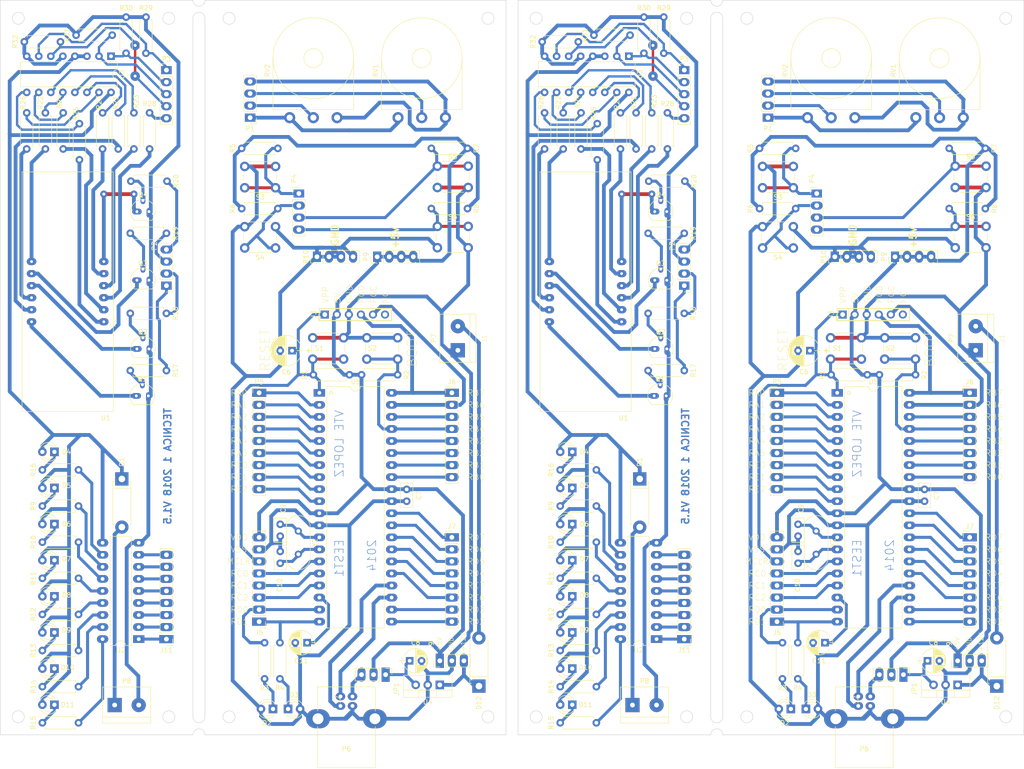
<source format=kicad_pcb>
(kicad_pcb (version 20171130) (host pcbnew 5.0.1)
  (title_block (title "Entrenador 4to 2018") (date 24/03/2018) (rev v1.0) (company "E.E.S.T. Nro 1"))
  (layers (0 F.Cu signal) (31 B.Cu signal) (34 B.Paste user) (35 F.Paste user) (36 B.SilkS user) (37 F.SilkS user) (38 B.Mask user) (39 F.Mask user) (44 Edge.Cuts user))
  (net 0 "")
  (net 1 RE2)
  (net 2 RE1)
  (net 3 RE0)
  (net 4 RD7)
  (net 5 RD6)
  (net 6 RD5)
  (net 7 RD4)
  (net 8 RD3)
  (net 9 RD2)
  (net 10 RD1)
  (net 11 RD0)
  (net 12 GND)
  (net 13 OSC1)
  (net 14 RA0)
  (net 15 RA1)
  (net 16 RA2)
  (net 17 RA3)
  (net 18 RA4)
  (net 19 RA5)
  (net 20 RB0)
  (net 21 RB1)
  (net 22 RB2)
  (net 23 RB3)
  (net 24 RB4)
  (net 25 RB5)
  (net 26 RC0)
  (net 27 RC1)
  (net 28 RC2)
  (net 29 RC6)
  (net 30 RC7)
  (net 31 +5VUSB)
  (net 32 "Net-(D2-Pad1)")
  (net 33 "Net-(D3-Pad1)")
  (net 34 "Net-(J11-Pad1)")
  (net 35 "Net-(J11-Pad2)")
  (net 36 "Net-(J11-Pad3)")
  (net 37 "Net-(J11-Pad4)")
  (net 38 "Net-(J11-Pad5)")
  (net 39 "Net-(J11-Pad6)")
  (net 40 "Net-(J11-Pad7)")
  (net 41 "Net-(J11-Pad8)")
  (net 42 Boton1)
  (net 43 Boton2)
  (net 44 Boton3)
  (net 45 Boton4)
  (net 46 /e)
  (net 47 /d)
  (net 48 /c)
  (net 49 /h)
  (net 50 /b)
  (net 51 /a)
  (net 52 /f)
  (net 53 /g)
  (net 54 /Display_B)
  (net 55 /Display_C)
  (net 56 /Display_D)
  (net 57 /Display_A)
  (net 58 Disp1)
  (net 59 Disp2)
  (net 60 Disp3)
  (net 61 Disp4)
  (net 62 "Net-(Q1-Pad2)")
  (net 63 "Net-(Q2-Pad2)")
  (net 64 "Net-(Q3-Pad2)")
  (net 65 "Net-(Q4-Pad2)")
  (net 66 "Net-(R21-Pad1)")
  (net 67 "Net-(R22-Pad1)")
  (net 68 "Net-(R23-Pad1)")
  (net 69 "Net-(R24-Pad1)")
  (net 70 "Net-(R25-Pad1)")
  (net 71 "Net-(R26-Pad1)")
  (net 72 "Net-(R27-Pad1)")
  (net 73 /DisplayH)
  (net 74 "Net-(R9-Pad2)")
  (net 75 "Net-(R10-Pad2)")
  (net 76 "Net-(R11-Pad2)")
  (net 77 "Net-(R12-Pad2)")
  (net 78 "Net-(R13-Pad2)")
  (net 79 "Net-(R14-Pad2)")
  (net 80 "Net-(R15-Pad2)")
  (net 81 "Net-(R16-Pad2)")
  (net 82 "Net-(P1-Pad2)")
  (net 83 "Net-(P1-Pad3)")
  (net 84 "Net-(D11-Pad1)")
  (net 85 "Net-(D4-Pad1)")
  (net 86 "Net-(D5-Pad1)")
  (net 87 "Net-(D6-Pad1)")
  (net 88 "Net-(D7-Pad1)")
  (net 89 "Net-(D8-Pad1)")
  (net 90 "Net-(D9-Pad1)")
  (net 91 "Net-(D10-Pad1)")
  (net 92 MCRL)
  (net 93 "Net-(C8-Pad1)")
  (net 94 OSC2)
  (net 95 "Net-(C11-Pad1)")
  (net 96 RC4)
  (net 97 RC5)
  (net 98 PGC)
  (net 99 PGD)
  (net 100 VUR)
  (net 101 VDD)
  (net 102 "Net-(J3-Pad6)")
  (net 103 +12VFuente)
  (net 104 VrefAnalogica)
  (net 105 -VrefAnalogica)
  (net 106 /CC1)
  (net 107 /CC2)
  (net 108 /CC3)
  (net 109 /CC4)
  (net 110 +5VFuente)
  (net 111 +5VD)
  (net 112 GNDD)
  (module libreria:C_Disc_D5.0mm_W2.5mm_P2.50mm (layer F.Cu) (at 187.325 127.04 270)
    (fp_text reference C9 (at -3.342 -0.635 270) (layer F.SilkS))
    (fp_text value 22pf)
    (pad 1 thru_hole circle (at 0 0 270) (size 1.6 1.6) (drill 0.8) (layers *.Cu *.Mask) (net 13 OSC1))
    (pad 2 thru_hole circle (at 2.5 0 270) (size 1.6 1.6) (drill 0.8) (layers *.Cu *.Mask) (net 12 GND))
  )
  (module libreria:CP_Radial_D5.0mm_P2.50mm (layer F.Cu) (at 214.63 155.829)
    (fp_text reference C8 (at 1.25 -3.81) (layer F.SilkS))
    (fp_text value 47uf)
    (pad 1 thru_hole rect (at 0 0) (size 1.6 1.6) (drill 0.8) (layers *.Cu *.Mask) (net 93 "Net-(C8-Pad1)"))
    (pad 2 thru_hole circle (at 2.5 0) (size 1.6 1.6) (drill 0.8) (layers *.Cu *.Mask) (net 12 GND))
  )
  (module libreria:R_Axial_DIN0207_L6.3mm_D2.5mm_P7.62mm_Horizontal (layer F.Cu) (at 137.16 138.43)
    (fp_text reference R11 (at -1.905 0 -270) (layer F.SilkS))
    (fp_text value 180)
    (pad 1 thru_hole circle (at 0 0) (size 1.6 1.6) (drill 0.8) (layers *.Cu *.Mask) (net 88 "Net-(D7-Pad1)"))
    (pad 2 thru_hole oval (at 7.62 0) (size 1.6 1.6) (drill 0.8) (layers *.Cu *.Mask) (net 76 "Net-(R11-Pad2)"))
  )
  (module libreria:D_5W_P10.16mm_Horizontal (layer F.Cu) (at 153.924 117.475 270)
    (fp_text reference D1 (at -3.556 0 270) (layer F.SilkS))
    (fp_text value 1n4004)
    (pad 1 thru_hole rect (at 0 0 270) (size 2.8 2.8) (drill 1.4) (layers *.Cu *.Mask) (net 111 +5VD))
    (pad 2 thru_hole oval (at 10.16 0 270) (size 2.8 2.8) (drill 1.4) (layers *.Cu *.Mask) (net 110 +5VFuente))
  )
  (module libreria:Socket_Strip_Straight_1x04_Pitch2.54mm (layer F.Cu) (at 163.322 76.708 180)
    (fp_text reference P2 (at 2.54 8.382 270) (layer F.SilkS))
    (fp_text value CONN_01X04)
    (pad 1 thru_hole rect (at 0 0 180) (size 2.2 1.7) (drill 1) (layers *.Cu *.Mask) (net 58 Disp1))
    (pad 2 thru_hole oval (at 0 2.54 180) (size 2.5 1.7) (drill 1) (layers *.Cu *.Mask) (net 59 Disp2))
    (pad 3 thru_hole oval (at 0 5.08 180) (size 2.5 1.7) (drill 1) (layers *.Cu *.Mask) (net 60 Disp3))
    (pad 4 thru_hole oval (at 0 7.62 180) (size 2.5 1.7) (drill 1) (layers *.Cu *.Mask) (net 61 Disp4))
  )
  (module libreria:Socket_Strip_Straight_1x08_Pitch2.54mm (layer F.Cu) (at 223.52 129.794)
    (fp_text reference J7 (at 0 -2.33) (layer F.SilkS))
    (fp_text value CON8)
    (pad 1 thru_hole rect (at 0 0) (size 3 1.7) (drill oval 1) (layers *.Cu *.Mask) (net 4 RD7))
    (pad 2 thru_hole oval (at 0 2.54) (size 3 1.7) (drill 1) (layers *.Cu *.Mask) (net 5 RD6))
    (pad 3 thru_hole oval (at 0 5.08) (size 3 1.7) (drill 1) (layers *.Cu *.Mask) (net 6 RD5))
    (pad 4 thru_hole oval (at 0 7.62) (size 3 1.7) (drill 1) (layers *.Cu *.Mask) (net 7 RD4))
    (pad 5 thru_hole oval (at 0 10.16) (size 3 1.7) (drill 1) (layers *.Cu *.Mask) (net 30 RC7))
    (pad 6 thru_hole oval (at 0 12.7) (size 3 1.7) (drill 1) (layers *.Cu *.Mask) (net 29 RC6))
    (pad 7 thru_hole oval (at 0 15.24) (size 3 1.7) (drill 1) (layers *.Cu *.Mask) (net 8 RD3))
    (pad 8 thru_hole oval (at 0 17.78) (size 3 1.7) (drill 1) (layers *.Cu *.Mask) (net 9 RD2))
  )
  (module libreria:C_Disc_D5.0mm_W2.5mm_P2.50mm (layer F.Cu) (at 213.995 119.674 270)
    (fp_text reference C7 (at 1.25 -2.56 270) (layer F.SilkS))
    (fp_text value 100nf)
    (pad 1 thru_hole circle (at 0 0 270) (size 1.6 1.6) (drill 0.8) (layers *.Cu *.Mask) (net 101 VDD))
    (pad 2 thru_hole circle (at 2.5 0 270) (size 1.6 1.6) (drill 0.8) (layers *.Cu *.Mask) (net 12 GND))
  )
  (module libreria:Potentiometer_Omeg_PC16PU_Horizontal (layer F.Cu) (at 222.17 41.275 90)
    (fp_text reference RV1 (at 9.915 -14.7 90) (layer F.SilkS))
    (fp_text value "10K lin")
    (pad 3 thru_hole circle (at 0 -10 90) (size 2.34 2.34) (drill 1.3) (layers *.Cu *.Mask) (net 105 -VrefAnalogica))
    (pad 2 thru_hole circle (at 0 -5 90) (size 2.34 2.34) (drill 1.3) (layers *.Cu *.Mask) (net 83 "Net-(P1-Pad3)"))
    (pad 1 thru_hole circle (at 0 0 90) (size 2.34 2.34) (drill 1.3) (layers *.Cu *.Mask) (net 104 VrefAnalogica))
  )
  (module libreria:Potentiometer_Omeg_PC16PU_Horizontal (layer F.Cu) (at 199.31 41.275 90)
    (fp_text reference RV2 (at 9.915 -14.7 90) (layer F.SilkS))
    (fp_text value "10K lin")
    (pad 3 thru_hole circle (at 0 -10 90) (size 2.34 2.34) (drill 1.3) (layers *.Cu *.Mask) (net 105 -VrefAnalogica))
    (pad 2 thru_hole circle (at 0 -5 90) (size 2.34 2.34) (drill 1.3) (layers *.Cu *.Mask) (net 82 "Net-(P1-Pad2)"))
    (pad 1 thru_hole circle (at 0 0 90) (size 2.34 2.34) (drill 1.3) (layers *.Cu *.Mask) (net 104 VrefAnalogica))
  )
  (module libreria:TerminalBlock_bornier-2_P5.08mm (layer F.Cu) (at 152.4 165.1635)
    (fp_text reference P8 (at 2.54 -5.08) (layer F.SilkS))
    (fp_text value CONN_01X02)
    (pad 2 thru_hole circle (at 5.08 0) (size 3 3) (drill 1) (layers *.Cu *.Mask) (net 112 GNDD))
    (pad 1 thru_hole rect (at 0 0) (size 3 3) (drill 1) (layers *.Cu *.Mask) (net 110 +5VFuente))
  )
  (module libreria:TerminalBlock_bornier-2_P5.08mm (layer F.Cu) (at 224.79 90.344 90)
    (fp_text reference P7 (at 2.54 -5.08 90) (layer F.SilkS))
    (fp_text value CONN_01X02)
    (pad 1 thru_hole rect (at 0 0 90) (size 3 3) (drill 1) (layers *.Cu *.Mask) (net 12 GND))
    (pad 2 thru_hole circle (at 5.08 0 90) (size 3 3) (drill 1) (layers *.Cu *.Mask) (net 103 +12VFuente))
  )
  (module libreria:CA56-12EWA (layer F.Cu) (at 150.114 84.328 180)
    (fp_text reference U1 (at -0.4 -20.31 180) (layer F.SilkS))
    (fp_text value CC56-12EWA)
    (pad 12 thru_hole oval (at 15.24 0 180) (size 2 1.5) (drill 0.6) (layers *.Cu *.Mask) (net 106 /CC1))
    (pad 11 thru_hole oval (at 15.24 2.54 180) (size 2 1.5) (drill 0.6) (layers *.Cu *.Mask) (net 51 /a))
    (pad 10 thru_hole oval (at 15.24 5.08 180) (size 2 1.5) (drill 0.6) (layers *.Cu *.Mask) (net 52 /f))
    (pad 9 thru_hole oval (at 15.24 7.62 180) (size 2 1.5) (drill 0.6) (layers *.Cu *.Mask) (net 107 /CC2))
    (pad 8 thru_hole oval (at 15.24 10.16 180) (size 2 1.5) (drill 0.6) (layers *.Cu *.Mask) (net 108 /CC3))
    (pad 7 thru_hole oval (at 15.24 12.7 180) (size 2 1.5) (drill 0.6) (layers *.Cu *.Mask) (net 50 /b))
    (pad 6 thru_hole oval (at 0 12.7 180) (size 2 1.5) (drill 0.6) (layers *.Cu *.Mask) (net 109 /CC4))
    (pad 5 thru_hole oval (at 0 10.16 180) (size 2 1.5) (drill 0.6) (layers *.Cu *.Mask) (net 53 /g))
    (pad 4 thru_hole oval (at 0 7.62 180) (size 2 1.5) (drill 0.6) (layers *.Cu *.Mask) (net 48 /c))
    (pad 3 thru_hole oval (at 0 5.08 180) (size 2 1.5) (drill 0.6) (layers *.Cu *.Mask) (net 49 /h))
    (pad 2 thru_hole oval (at 0 2.54 180) (size 2 1.5) (drill 0.6) (layers *.Cu *.Mask) (net 47 /d))
    (pad 1 thru_hole oval (at 0 0 180) (size 2 1.5) (drill 0.6) (layers *.Cu *.Mask) (net 46 /e))
  )
  (module libreria:Socket_Strip_Straight_1x05_Pitch2.54mm (layer F.Cu) (at 163.322 31.242)
    (fp_text reference P3 (at 0 -2.33) (layer F.SilkS))
    (fp_text value CONN_01X05)
    (pad 5 thru_hole oval (at 0 10.16) (size 2.2 1.7) (drill 1) (layers *.Cu *.Mask) (net 73 /DisplayH))
    (pad 4 thru_hole oval (at 0 7.62) (size 2.2 1.7) (drill 1) (layers *.Cu *.Mask) (net 56 /Display_D))
    (pad 3 thru_hole oval (at 0 5.08) (size 2.2 1.7) (drill 1) (layers *.Cu *.Mask) (net 55 /Display_C))
    (pad 2 thru_hole oval (at 0 2.54) (size 2.2 1.7) (drill 1) (layers *.Cu *.Mask) (net 54 /Display_B))
    (pad 1 thru_hole rect (at 0 0) (size 2.2 1.7) (drill 1) (layers *.Cu *.Mask) (net 57 /Display_A))
  )
  (module libreria:SW_PUSH_6mm_h13mm (layer F.Cu) (at 220.472 51.507)
    (fp_text reference S5 (at 3.25 -2) (layer F.SilkS))
    (fp_text value "SW DPST_2")
    (pad 2 thru_hole circle (at 0 4.5 90) (size 2 2) (drill 1.1) (layers *.Cu *.Mask) (net 12 GND))
    (pad 1 thru_hole circle (at 0 0 90) (size 2 2) (drill 1.1) (layers *.Cu *.Mask) (net 44 Boton3))
    (pad 2 thru_hole circle (at 6.5 4.5 90) (size 2 2) (drill 1.1) (layers *.Cu *.Mask) (net 12 GND))
    (pad 1 thru_hole circle (at 6.5 0 90) (size 2 2) (drill 1.1) (layers *.Cu *.Mask) (net 44 Boton3))
  )
  (module libreria:R_Axial_DIN0207_L6.3mm_D2.5mm_P7.62mm_Horizontal (layer F.Cu) (at 137.16 168.91)
    (fp_text reference R15 (at -1.905 0 -270) (layer F.SilkS))
    (fp_text value 180)
    (pad 1 thru_hole circle (at 0 0) (size 1.6 1.6) (drill 0.8) (layers *.Cu *.Mask) (net 84 "Net-(D11-Pad1)"))
    (pad 2 thru_hole oval (at 7.62 0) (size 1.6 1.6) (drill 0.8) (layers *.Cu *.Mask) (net 80 "Net-(R15-Pad2)"))
  )
  (module libreria:SW_PUSH_6mm_h13mm (layer F.Cu) (at 212.09 92.202 180)
    (fp_text reference S2 (at 5.334 2.286 180) (layer F.SilkS))
    (fp_text value "SW DPST_2")
    (pad 2 thru_hole circle (at 0 4.5 270) (size 2 2) (drill 1.1) (layers *.Cu *.Mask) (net 12 GND))
    (pad 1 thru_hole circle (at 0 0 270) (size 2 2) (drill 1.1) (layers *.Cu *.Mask) (net 24 RB4))
    (pad 2 thru_hole circle (at 6.5 4.5 270) (size 2 2) (drill 1.1) (layers *.Cu *.Mask) (net 12 GND))
    (pad 1 thru_hole circle (at 6.5 0 270) (size 2 2) (drill 1.1) (layers *.Cu *.Mask) (net 24 RB4))
  )
  (module libreria:Pin_Header_Straight_1x03_Pitch2.54mm (layer F.Cu) (at 220.98 155.829 90)
    (fp_text reference J9 (at 3.175 -1.778 270) (layer F.SilkS))
    (fp_text value 3vias)
    (pad 1 thru_hole rect (at 0 0 90) (size 3 1.7) (drill 1) (layers *.Cu *.Mask) (net 101 VDD))
    (pad 2 thru_hole oval (at 0 2.54 90) (size 3 1.7) (drill 1) (layers *.Cu *.Mask) (net 12 GND))
    (pad 3 thru_hole oval (at 0 5.08 90) (size 3 1.7) (drill 1) (layers *.Cu *.Mask) (net 100 VUR))
  )
  (module libreria:Socket_Strip_Straight_1x08_Pitch2.54mm (layer F.Cu) (at 182.88 147.574 180)
    (fp_text reference J5 (at 0 -2.33 180) (layer F.SilkS))
    (fp_text value CON8)
    (pad 1 thru_hole rect (at 0 0 180) (size 3 1.7) (drill oval 1) (layers *.Cu *.Mask) (net 10 RD1))
    (pad 2 thru_hole oval (at 0 2.54 180) (size 3 1.7) (drill 1) (layers *.Cu *.Mask) (net 11 RD0))
    (pad 3 thru_hole oval (at 0 5.08 180) (size 3 1.7) (drill 1) (layers *.Cu *.Mask) (net 28 RC2))
    (pad 4 thru_hole oval (at 0 7.62 180) (size 3 1.7) (drill 1) (layers *.Cu *.Mask) (net 27 RC1))
    (pad 5 thru_hole oval (at 0 10.16 180) (size 3 1.7) (drill 1) (layers *.Cu *.Mask) (net 26 RC0))
    (pad 6 thru_hole oval (at 0 12.7 180) (size 3 1.7) (drill 1) (layers *.Cu *.Mask) (net 92 MCRL))
    (pad 7 thru_hole oval (at 0 15.24 180) (size 3 1.7) (drill 1) (layers *.Cu *.Mask) (net 12 GND))
    (pad 8 thru_hole oval (at 0 17.78 180) (size 3 1.7) (drill 1) (layers *.Cu *.Mask) (net 101 VDD))
  )
  (module libreria:Socket_Strip_Straight_1x08_Pitch2.54mm (layer F.Cu) (at 163.322 151.257 180)
    (fp_text reference J11 (at 0 -2.33 180) (layer F.SilkS))
    (fp_text value CON8)
    (pad 1 thru_hole rect (at 0 0 180) (size 3 1.7) (drill oval 1) (layers *.Cu *.Mask) (net 34 "Net-(J11-Pad1)"))
    (pad 2 thru_hole oval (at 0 2.54 180) (size 3 1.7) (drill 1) (layers *.Cu *.Mask) (net 35 "Net-(J11-Pad2)"))
    (pad 3 thru_hole oval (at 0 5.08 180) (size 3 1.7) (drill 1) (layers *.Cu *.Mask) (net 36 "Net-(J11-Pad3)"))
    (pad 4 thru_hole oval (at 0 7.62 180) (size 3 1.7) (drill 1) (layers *.Cu *.Mask) (net 37 "Net-(J11-Pad4)"))
    (pad 5 thru_hole oval (at 0 10.16 180) (size 3 1.7) (drill 1) (layers *.Cu *.Mask) (net 38 "Net-(J11-Pad5)"))
    (pad 6 thru_hole oval (at 0 12.7 180) (size 3 1.7) (drill 1) (layers *.Cu *.Mask) (net 39 "Net-(J11-Pad6)"))
    (pad 7 thru_hole oval (at 0 15.24 180) (size 3 1.7) (drill 1) (layers *.Cu *.Mask) (net 40 "Net-(J11-Pad7)"))
    (pad 8 thru_hole oval (at 0 17.78 180) (size 3 1.7) (drill 1) (layers *.Cu *.Mask) (net 41 "Net-(J11-Pad8)"))
  )
  (module libreria:LED_D3.0mm (layer F.Cu) (at 139.7 111.76 180)
    (fp_text reference D4 (at -2.54 0 180) (layer F.SilkS))
    (fp_text value LED)
    (pad 1 thru_hole rect (at 0 0 180) (size 1.8 1.8) (drill 0.9) (layers *.Cu *.Mask) (net 85 "Net-(D4-Pad1)"))
    (pad 2 thru_hole circle (at 2.54 0 180) (size 1.8 1.8) (drill 0.9) (layers *.Cu *.Mask) (net 111 +5VD))
  )
  (module libreria:LED_D3.0mm (layer F.Cu) (at 139.7 119.38 180)
    (fp_text reference D5 (at -2.54 0.508 180) (layer F.SilkS))
    (fp_text value LED)
    (pad 1 thru_hole rect (at 0 0 180) (size 1.8 1.8) (drill 0.9) (layers *.Cu *.Mask) (net 86 "Net-(D5-Pad1)"))
    (pad 2 thru_hole circle (at 2.54 0 180) (size 1.8 1.8) (drill 0.9) (layers *.Cu *.Mask) (net 111 +5VD))
  )
  (module libreria:LED_D3.0mm (layer F.Cu) (at 139.7 127 180)
    (fp_text reference D6 (at -2.54 0 180) (layer F.SilkS))
    (fp_text value LED)
    (pad 1 thru_hole rect (at 0 0 180) (size 1.8 1.8) (drill 0.9) (layers *.Cu *.Mask) (net 87 "Net-(D6-Pad1)"))
    (pad 2 thru_hole circle (at 2.54 0 180) (size 1.8 1.8) (drill 0.9) (layers *.Cu *.Mask) (net 111 +5VD))
  )
  (module libreria:TO-220-3_Vertical (layer F.Cu) (at 220.98 160.909 180)
    (fp_text reference U4 (at 2.54 -3.62 180) (layer F.SilkS))
    (fp_text value LM7805)
    (pad 1 thru_hole rect (at 0 0 180) (size 1.8 1.8) (drill 1) (layers *.Cu *.Mask) (net 100 VUR))
    (pad 2 thru_hole oval (at 2.54 0 180) (size 1.8 1.8) (drill 1) (layers *.Cu *.Mask) (net 12 GND))
    (pad 3 thru_hole oval (at 5.08 0 180) (size 1.8 1.8) (drill 1) (layers *.Cu *.Mask) (net 93 "Net-(C8-Pad1)"))
  )
  (module libreria:Pin_Header_Straight_1x03_Pitch2.54mm (layer F.Cu) (at 209.55 158.75 270)
    (fp_text reference JP1 (at 3.048 -2.286 90) (layer F.SilkS))
    (fp_text value JUMPER3)
    (pad 1 thru_hole rect (at 0 0 270) (size 3 1.7) (drill 1) (layers *.Cu *.Mask) (net 93 "Net-(C8-Pad1)"))
    (pad 2 thru_hole oval (at 0 2.54 270) (size 3 1.7) (drill 1) (layers *.Cu *.Mask) (net 101 VDD))
    (pad 3 thru_hole oval (at 0 5.08 270) (size 3 1.7) (drill 1) (layers *.Cu *.Mask) (net 31 +5VUSB))
  )
  (module libreria:SW_PUSH_6mm_h13mm (layer F.Cu) (at 200.683 92.202 180)
    (fp_text reference S1 (at 5.103 2.286 180) (layer F.SilkS))
    (fp_text value "SW DPST_2")
    (pad 2 thru_hole circle (at 0 4.5 270) (size 2 2) (drill 1.1) (layers *.Cu *.Mask) (net 12 GND))
    (pad 1 thru_hole circle (at 0 0 270) (size 2 2) (drill 1.1) (layers *.Cu *.Mask) (net 92 MCRL))
    (pad 2 thru_hole circle (at 6.5 4.5 270) (size 2 2) (drill 1.1) (layers *.Cu *.Mask) (net 12 GND))
    (pad 1 thru_hole circle (at 6.5 0 270) (size 2 2) (drill 1.1) (layers *.Cu *.Mask) (net 92 MCRL))
  )
  (module libreria:CP_Radial_D6.3mm_P2.50mm (layer F.Cu) (at 189.825 90.424 180)
    (fp_text reference C6 (at 1.25 -4.46 180) (layer F.SilkS))
    (fp_text value 10uf)
    (pad 1 thru_hole rect (at 0 0 180) (size 1.6 1.6) (drill 0.8) (layers *.Cu *.Mask) (net 92 MCRL))
    (pad 2 thru_hole circle (at 2.5 0 180) (size 1.6 1.6) (drill 0.8) (layers *.Cu *.Mask) (net 12 GND))
  )
  (module libreria:Socket_Strip_Straight_1x04_Pitch2.54mm (layer F.Cu) (at 207.772 70.612 90)
    (fp_text reference P9 (at 0 -2.33 90) (layer F.SilkS))
    (fp_text value CONN_01X04)
    (pad 1 thru_hole rect (at 0 0 90) (size 2.2 1.7) (drill 1) (layers *.Cu *.Mask) (net 101 VDD))
    (pad 2 thru_hole oval (at 0 2.54 90) (size 2.5 1.7) (drill 1) (layers *.Cu *.Mask) (net 101 VDD))
    (pad 3 thru_hole oval (at 0 5.08 90) (size 2.5 1.7) (drill 1) (layers *.Cu *.Mask) (net 101 VDD))
    (pad 4 thru_hole oval (at 0 7.62 90) (size 2.5 1.7) (drill 1) (layers *.Cu *.Mask) (net 101 VDD))
  )
  (module libreria:Socket_Strip_Straight_1x06_Pitch2.54mm (layer F.Cu) (at 196.723 82.804 90)
    (fp_text reference J3 (at 0 -2.33 90) (layer F.SilkS))
    (fp_text value ICSP)
    (pad 1 thru_hole rect (at 0 0 90) (size 1.7 1.7) (drill 1) (layers *.Cu *.Mask) (net 92 MCRL))
    (pad 2 thru_hole oval (at 0 2.54 90) (size 1.7 1.7) (drill 1) (layers *.Cu *.Mask) (net 101 VDD))
    (pad 3 thru_hole oval (at 0 5.08 90) (size 1.7 1.7) (drill 1) (layers *.Cu *.Mask) (net 12 GND))
    (pad 4 thru_hole oval (at 0 7.62 90) (size 1.7 1.7) (drill 1) (layers *.Cu *.Mask) (net 99 PGD))
    (pad 5 thru_hole oval (at 0 10.16 90) (size 1.7 1.7) (drill 1) (layers *.Cu *.Mask) (net 98 PGC))
    (pad 6 thru_hole oval (at 0 12.7 90) (size 1.7 1.7) (drill 1) (layers *.Cu *.Mask) (net 102 "Net-(J3-Pad6)"))
  )
  (module libreria:CP_Radial_D5.0mm_P2.50mm (layer F.Cu) (at 193 152.019 180)
    (fp_text reference C11 (at 1.25 -3.81 180) (layer F.SilkS))
    (fp_text value 1uf)
    (pad 1 thru_hole rect (at 0 0 180) (size 1.6 1.6) (drill 0.8) (layers *.Cu *.Mask) (net 95 "Net-(C11-Pad1)"))
    (pad 2 thru_hole circle (at 2.5 0 180) (size 1.6 1.6) (drill 0.8) (layers *.Cu *.Mask) (net 12 GND))
  )
  (module libreria:Socket_Strip_Straight_1x04_Pitch2.54mm (layer F.Cu) (at 195.072 70.612 90)
    (fp_text reference P10 (at 0 -2.33 90) (layer F.SilkS))
    (fp_text value CONN_01X04)
    (pad 1 thru_hole rect (at 0 0 90) (size 2.2 1.7) (drill 1) (layers *.Cu *.Mask) (net 12 GND))
    (pad 2 thru_hole oval (at 0 2.54 90) (size 2.5 1.7) (drill 1) (layers *.Cu *.Mask) (net 12 GND))
    (pad 3 thru_hole oval (at 0 5.08 90) (size 2.5 1.7) (drill 1) (layers *.Cu *.Mask) (net 12 GND))
    (pad 4 thru_hole oval (at 0 7.62 90) (size 2.5 1.7) (drill 1) (layers *.Cu *.Mask) (net 12 GND))
  )
  (module libreria:Socket_Strip_Straight_1x04_Pitch2.54mm (layer F.Cu) (at 191.262 57.277)
    (fp_text reference P4 (at -1.016 -3.175 -270) (layer F.SilkS))
    (fp_text value CONN_01X04)
    (pad 1 thru_hole rect (at 0 0) (size 2.2 1.7) (drill 1) (layers *.Cu *.Mask) (net 42 Boton1))
    (pad 2 thru_hole oval (at 0 2.54) (size 2.5 1.7) (drill 1) (layers *.Cu *.Mask) (net 43 Boton2))
    (pad 3 thru_hole oval (at 0 5.08) (size 2.5 1.7) (drill 1) (layers *.Cu *.Mask) (net 44 Boton3))
    (pad 4 thru_hole oval (at 0 7.62) (size 2.5 1.7) (drill 1) (layers *.Cu *.Mask) (net 45 Boton4))
  )
  (module libreria:USB_B (layer F.Cu) (at 202.565 163.354 270)
    (fp_text reference P6 (at 11.05 1.27) (layer F.SilkS))
    (fp_text value USB_B)
    (pad 2 thru_hole oval (at 0 2.54 180) (size 2 1.6) (drill 0.81) (layers *.Cu *.Mask) (net 96 RC4))
    (pad 1 thru_hole oval (at 0 0 180) (size 2 1.6) (drill 0.81) (layers *.Cu *.Mask) (net 31 +5VUSB))
    (pad 4 thru_hole oval (at 2 0 180) (size 2 1.6) (drill 0.81) (layers *.Cu *.Mask) (net 12 GND))
    (pad 3 thru_hole oval (at 2 2.54 180) (size 2 1.6) (drill 0.81) (layers *.Cu *.Mask) (net 97 RC5))
    (pad 5 thru_hole oval (at 4.7 7.27 180) (size 5 4) (drill 2.3) (layers *.Cu *.Mask) (net 12 GND))
    (pad 5 thru_hole oval (at 4.7 -4.73 180) (size 5 4) (drill 2.3) (layers *.Cu *.Mask) (net 12 GND))
  )
  (module libreria:Socket_Strip_Straight_1x04_Pitch2.54mm (layer F.Cu) (at 180.975 41.275 180)
    (fp_text reference P1 (at 0 -2.33 180) (layer F.SilkS))
    (fp_text value CONN_01X04)
    (pad 1 thru_hole rect (at 0 0 180) (size 2.2 1.7) (drill 1) (layers *.Cu *.Mask) (net 105 -VrefAnalogica))
    (pad 2 thru_hole oval (at 0 2.54 180) (size 2.5 1.7) (drill 1) (layers *.Cu *.Mask) (net 82 "Net-(P1-Pad2)"))
    (pad 3 thru_hole oval (at 0 5.08 180) (size 2.5 1.7) (drill 1) (layers *.Cu *.Mask) (net 83 "Net-(P1-Pad3)"))
    (pad 4 thru_hole oval (at 0 7.62 180) (size 2.5 1.7) (drill 1) (layers *.Cu *.Mask) (net 104 VrefAnalogica))
  )
  (module libreria:SW_PUSH_6mm_h13mm (layer F.Cu) (at 186.332 56.062 180)
    (fp_text reference S3 (at 3.25 -2 180) (layer F.SilkS))
    (fp_text value "SW DPST_2")
    (pad 2 thru_hole circle (at 0 4.5 270) (size 2 2) (drill 1.1) (layers *.Cu *.Mask) (net 12 GND))
    (pad 1 thru_hole circle (at 0 0 270) (size 2 2) (drill 1.1) (layers *.Cu *.Mask) (net 42 Boton1))
    (pad 2 thru_hole circle (at 6.5 4.5 270) (size 2 2) (drill 1.1) (layers *.Cu *.Mask) (net 12 GND))
    (pad 1 thru_hole circle (at 6.5 0 270) (size 2 2) (drill 1.1) (layers *.Cu *.Mask) (net 42 Boton1))
  )
  (module libreria:LED_D3.0mm (layer F.Cu) (at 139.7 134.62 180)
    (fp_text reference D7 (at -2.54 0.254 180) (layer F.SilkS))
    (fp_text value LED)
    (pad 1 thru_hole rect (at 0 0 180) (size 1.8 1.8) (drill 0.9) (layers *.Cu *.Mask) (net 88 "Net-(D7-Pad1)"))
    (pad 2 thru_hole circle (at 2.54 0 180) (size 1.8 1.8) (drill 0.9) (layers *.Cu *.Mask) (net 111 +5VD))
  )
  (module libreria:LED_D3.0mm (layer F.Cu) (at 139.7 142.24 180)
    (fp_text reference D8 (at -2.54 0.254 180) (layer F.SilkS))
    (fp_text value LED)
    (pad 1 thru_hole rect (at 0 0 180) (size 1.8 1.8) (drill 0.9) (layers *.Cu *.Mask) (net 89 "Net-(D8-Pad1)"))
    (pad 2 thru_hole circle (at 2.54 0 180) (size 1.8 1.8) (drill 0.9) (layers *.Cu *.Mask) (net 111 +5VD))
  )
  (module libreria:LED_D3.0mm (layer F.Cu) (at 139.7 149.86 180)
    (fp_text reference D9 (at -2.54 0.508 180) (layer F.SilkS))
    (fp_text value LED)
    (pad 1 thru_hole rect (at 0 0 180) (size 1.8 1.8) (drill 0.9) (layers *.Cu *.Mask) (net 90 "Net-(D9-Pad1)"))
    (pad 2 thru_hole circle (at 2.54 0 180) (size 1.8 1.8) (drill 0.9) (layers *.Cu *.Mask) (net 111 +5VD))
  )
  (module libreria:LED_D3.0mm (layer F.Cu) (at 139.7 157.48 180)
    (fp_text reference D10 (at -2.794 0.254 180) (layer F.SilkS))
    (fp_text value LED)
    (pad 1 thru_hole rect (at 0 0 180) (size 1.8 1.8) (drill 0.9) (layers *.Cu *.Mask) (net 91 "Net-(D10-Pad1)"))
    (pad 2 thru_hole circle (at 2.54 0 180) (size 1.8 1.8) (drill 0.9) (layers *.Cu *.Mask) (net 111 +5VD))
  )
  (module libreria:TO-92_Molded_Narrow (layer F.Cu) (at 157.099 90.043)
    (fp_text reference Q2 (at 1.27 -3.56) (layer F.SilkS))
    (fp_text value BC548)
    (pad 2 thru_hole oval (at 1.27 -2.34 90) (size 2 1) (drill 0.6 (offset 0.25 0)) (layers *.Cu *.Mask) (net 63 "Net-(Q2-Pad2)"))
    (pad 3 thru_hole oval (at 2.54 0 90) (size 2 1) (drill 0.6 (offset -0.25 0)) (layers *.Cu *.Mask) (net 112 GNDD))
    (pad 1 thru_hole oval (at 0 0 90) (size 1.2 2) (drill 0.6) (layers *.Cu *.Mask) (net 107 /CC2))
  )
  (module libreria:DIP-18_W7.62mm_LongPads (layer F.Cu) (at 157.48 151.257 180)
    (fp_text reference U2 (at 3.81 -2.33 180) (layer F.SilkS))
    (fp_text value ULN2803)
    (pad 1 thru_hole rect (at 0 0 180) (size 2.4 1.6) (drill 0.8) (layers *.Cu *.Mask) (net 34 "Net-(J11-Pad1)"))
    (pad 10 thru_hole oval (at 7.62 20.32 180) (size 2.4 1.6) (drill 0.8) (layers *.Cu *.Mask) (net 111 +5VD))
    (pad 2 thru_hole oval (at 0 2.54 180) (size 2.4 1.6) (drill 0.8) (layers *.Cu *.Mask) (net 35 "Net-(J11-Pad2)"))
    (pad 11 thru_hole oval (at 7.62 17.78 180) (size 2.4 1.6) (drill 0.8) (layers *.Cu *.Mask) (net 81 "Net-(R16-Pad2)"))
    (pad 3 thru_hole oval (at 0 5.08 180) (size 2.4 1.6) (drill 0.8) (layers *.Cu *.Mask) (net 36 "Net-(J11-Pad3)"))
    (pad 12 thru_hole oval (at 7.62 15.24 180) (size 2.4 1.6) (drill 0.8) (layers *.Cu *.Mask) (net 74 "Net-(R9-Pad2)"))
    (pad 4 thru_hole oval (at 0 7.62 180) (size 2.4 1.6) (drill 0.8) (layers *.Cu *.Mask) (net 37 "Net-(J11-Pad4)"))
    (pad 13 thru_hole oval (at 7.62 12.7 180) (size 2.4 1.6) (drill 0.8) (layers *.Cu *.Mask) (net 75 "Net-(R10-Pad2)"))
    (pad 5 thru_hole oval (at 0 10.16 180) (size 2.4 1.6) (drill 0.8) (layers *.Cu *.Mask) (net 38 "Net-(J11-Pad5)"))
    (pad 14 thru_hole oval (at 7.62 10.16 180) (size 2.4 1.6) (drill 0.8) (layers *.Cu *.Mask) (net 76 "Net-(R11-Pad2)"))
    (pad 6 thru_hole oval (at 0 12.7 180) (size 2.4 1.6) (drill 0.8) (layers *.Cu *.Mask) (net 39 "Net-(J11-Pad6)"))
    (pad 15 thru_hole oval (at 7.62 7.62 180) (size 2.4 1.6) (drill 0.8) (layers *.Cu *.Mask) (net 77 "Net-(R12-Pad2)"))
    (pad 7 thru_hole oval (at 0 15.24 180) (size 2.4 1.6) (drill 0.8) (layers *.Cu *.Mask) (net 40 "Net-(J11-Pad7)"))
    (pad 16 thru_hole oval (at 7.62 5.08 180) (size 2.4 1.6) (drill 0.8) (layers *.Cu *.Mask) (net 78 "Net-(R13-Pad2)"))
    (pad 8 thru_hole oval (at 0 17.78 180) (size 2.4 1.6) (drill 0.8) (layers *.Cu *.Mask) (net 41 "Net-(J11-Pad8)"))
    (pad 17 thru_hole oval (at 7.62 2.54 180) (size 2.4 1.6) (drill 0.8) (layers *.Cu *.Mask) (net 79 "Net-(R14-Pad2)"))
    (pad 9 thru_hole oval (at 0 20.32 180) (size 2.4 1.6) (drill 0.8) (layers *.Cu *.Mask) (net 112 GNDD))
    (pad 18 thru_hole oval (at 7.62 0 180) (size 2.4 1.6) (drill 0.8) (layers *.Cu *.Mask) (net 80 "Net-(R15-Pad2)"))
  )
  (module libreria:DIP-16_W7.62mm (layer F.Cu) (at 151.638 28.321 270)
    (fp_text reference U3 (at 3.81 -2.33 270) (layer F.SilkS))
    (fp_text value 4511)
    (pad 1 thru_hole rect (at 0 0 270) (size 1.6 1.6) (drill 0.8) (layers *.Cu *.Mask) (net 54 /Display_B))
    (pad 9 thru_hole oval (at 7.62 17.78 270) (size 1.6 1.6) (drill 0.8) (layers *.Cu *.Mask) (net 70 "Net-(R25-Pad1)"))
    (pad 2 thru_hole oval (at 0 2.54 270) (size 1.6 1.6) (drill 0.8) (layers *.Cu *.Mask) (net 55 /Display_C))
    (pad 10 thru_hole oval (at 7.62 15.24 270) (size 1.6 1.6) (drill 0.8) (layers *.Cu *.Mask) (net 69 "Net-(R24-Pad1)"))
    (pad 3 thru_hole oval (at 0 5.08 270) (size 1.6 1.6) (drill 0.8) (layers *.Cu *.Mask) (net 111 +5VD))
    (pad 11 thru_hole oval (at 7.62 12.7 270) (size 1.6 1.6) (drill 0.8) (layers *.Cu *.Mask) (net 68 "Net-(R23-Pad1)"))
    (pad 4 thru_hole oval (at 0 7.62 270) (size 1.6 1.6) (drill 0.8) (layers *.Cu *.Mask) (net 111 +5VD))
    (pad 12 thru_hole oval (at 7.62 10.16 270) (size 1.6 1.6) (drill 0.8) (layers *.Cu *.Mask) (net 67 "Net-(R22-Pad1)"))
    (pad 5 thru_hole oval (at 0 10.16 270) (size 1.6 1.6) (drill 0.8) (layers *.Cu *.Mask) (net 112 GNDD))
    (pad 13 thru_hole oval (at 7.62 7.62 270) (size 1.6 1.6) (drill 0.8) (layers *.Cu *.Mask) (net 66 "Net-(R21-Pad1)"))
    (pad 6 thru_hole oval (at 0 12.7 270) (size 1.6 1.6) (drill 0.8) (layers *.Cu *.Mask) (net 56 /Display_D))
    (pad 14 thru_hole oval (at 7.62 5.08 270) (size 1.6 1.6) (drill 0.8) (layers *.Cu *.Mask) (net 72 "Net-(R27-Pad1)"))
    (pad 7 thru_hole oval (at 0 15.24 270) (size 1.6 1.6) (drill 0.8) (layers *.Cu *.Mask) (net 57 /Display_A))
    (pad 15 thru_hole oval (at 7.62 2.54 270) (size 1.6 1.6) (drill 0.8) (layers *.Cu *.Mask) (net 71 "Net-(R26-Pad1)"))
    (pad 8 thru_hole oval (at 0 17.78 270) (size 1.6 1.6) (drill 0.8) (layers *.Cu *.Mask) (net 112 GNDD))
    (pad 16 thru_hole oval (at 7.62 0 270) (size 1.6 1.6) (drill 0.8) (layers *.Cu *.Mask) (net 111 +5VD))
  )
  (module libreria:DIP-40_W15.24mm_LongPads (layer F.Cu) (at 195.58 99.314)
    (fp_text reference U5 (at 7.62 -2.33) (layer F.SilkS))
    (fp_text value "PIC18(L)F4550-I/P")
    (pad 1 thru_hole rect (at 0 0) (size 2.4 1.6) (drill 0.8) (layers *.Cu *.Mask) (net 92 MCRL))
    (pad 21 thru_hole oval (at 15.24 48.26) (size 2.4 1.6) (drill 0.8) (layers *.Cu *.Mask) (net 9 RD2))
    (pad 2 thru_hole oval (at 0 2.54) (size 2.4 1.6) (drill 0.8) (layers *.Cu *.Mask) (net 14 RA0))
    (pad 22 thru_hole oval (at 15.24 45.72) (size 2.4 1.6) (drill 0.8) (layers *.Cu *.Mask) (net 8 RD3))
    (pad 3 thru_hole oval (at 0 5.08) (size 2.4 1.6) (drill 0.8) (layers *.Cu *.Mask) (net 15 RA1))
    (pad 23 thru_hole oval (at 15.24 43.18) (size 2.4 1.6) (drill 0.8) (layers *.Cu *.Mask) (net 96 RC4))
    (pad 4 thru_hole oval (at 0 7.62) (size 2.4 1.6) (drill 0.8) (layers *.Cu *.Mask) (net 16 RA2))
    (pad 24 thru_hole oval (at 15.24 40.64) (size 2.4 1.6) (drill 0.8) (layers *.Cu *.Mask) (net 97 RC5))
    (pad 5 thru_hole oval (at 0 10.16) (size 2.4 1.6) (drill 0.8) (layers *.Cu *.Mask) (net 17 RA3))
    (pad 25 thru_hole oval (at 15.24 38.1) (size 2.4 1.6) (drill 0.8) (layers *.Cu *.Mask) (net 29 RC6))
    (pad 6 thru_hole oval (at 0 12.7) (size 2.4 1.6) (drill 0.8) (layers *.Cu *.Mask) (net 18 RA4))
    (pad 26 thru_hole oval (at 15.24 35.56) (size 2.4 1.6) (drill 0.8) (layers *.Cu *.Mask) (net 30 RC7))
    (pad 7 thru_hole oval (at 0 15.24) (size 2.4 1.6) (drill 0.8) (layers *.Cu *.Mask) (net 19 RA5))
    (pad 27 thru_hole oval (at 15.24 33.02) (size 2.4 1.6) (drill 0.8) (layers *.Cu *.Mask) (net 7 RD4))
    (pad 8 thru_hole oval (at 0 17.78) (size 2.4 1.6) (drill 0.8) (layers *.Cu *.Mask) (net 3 RE0))
    (pad 28 thru_hole oval (at 15.24 30.48) (size 2.4 1.6) (drill 0.8) (layers *.Cu *.Mask) (net 6 RD5))
    (pad 9 thru_hole oval (at 0 20.32) (size 2.4 1.6) (drill 0.8) (layers *.Cu *.Mask) (net 2 RE1))
    (pad 29 thru_hole oval (at 15.24 27.94) (size 2.4 1.6) (drill 0.8) (layers *.Cu *.Mask) (net 5 RD6))
    (pad 10 thru_hole oval (at 0 22.86) (size 2.4 1.6) (drill 0.8) (layers *.Cu *.Mask) (net 1 RE2))
    (pad 30 thru_hole oval (at 15.24 25.4) (size 2.4 1.6) (drill 0.8) (layers *.Cu *.Mask) (net 4 RD7))
    (pad 11 thru_hole oval (at 0 25.4) (size 2.4 1.6) (drill 0.8) (layers *.Cu *.Mask) (net 101 VDD))
    (pad 31 thru_hole oval (at 15.24 22.86) (size 2.4 1.6) (drill 0.8) (layers *.Cu *.Mask) (net 12 GND))
    (pad 12 thru_hole oval (at 0 27.94) (size 2.4 1.6) (drill 0.8) (layers *.Cu *.Mask) (net 12 GND))
    (pad 32 thru_hole oval (at 15.24 20.32) (size 2.4 1.6) (drill 0.8) (layers *.Cu *.Mask) (net 101 VDD))
    (pad 13 thru_hole oval (at 0 30.48) (size 2.4 1.6) (drill 0.8) (layers *.Cu *.Mask) (net 13 OSC1))
    (pad 33 thru_hole oval (at 15.24 17.78) (size 2.4 1.6) (drill 0.8) (layers *.Cu *.Mask) (net 20 RB0))
    (pad 14 thru_hole oval (at 0 33.02) (size 2.4 1.6) (drill 0.8) (layers *.Cu *.Mask) (net 94 OSC2))
    (pad 34 thru_hole oval (at 15.24 15.24) (size 2.4 1.6) (drill 0.8) (layers *.Cu *.Mask) (net 21 RB1))
    (pad 15 thru_hole oval (at 0 35.56) (size 2.4 1.6) (drill 0.8) (layers *.Cu *.Mask) (net 26 RC0))
    (pad 35 thru_hole oval (at 15.24 12.7) (size 2.4 1.6) (drill 0.8) (layers *.Cu *.Mask) (net 22 RB2))
    (pad 16 thru_hole oval (at 0 38.1) (size 2.4 1.6) (drill 0.8) (layers *.Cu *.Mask) (net 27 RC1))
    (pad 36 thru_hole oval (at 15.24 10.16) (size 2.4 1.6) (drill 0.8) (layers *.Cu *.Mask) (net 23 RB3))
    (pad 17 thru_hole oval (at 0 40.64) (size 2.4 1.6) (drill 0.8) (layers *.Cu *.Mask) (net 28 RC2))
    (pad 37 thru_hole oval (at 15.24 7.62) (size 2.4 1.6) (drill 0.8) (layers *.Cu *.Mask) (net 24 RB4))
    (pad 18 thru_hole oval (at 0 43.18) (size 2.4 1.6) (drill 0.8) (layers *.Cu *.Mask) (net 95 "Net-(C11-Pad1)"))
    (pad 38 thru_hole oval (at 15.24 5.08) (size 2.4 1.6) (drill 0.8) (layers *.Cu *.Mask) (net 25 RB5))
    (pad 19 thru_hole oval (at 0 45.72) (size 2.4 1.6) (drill 0.8) (layers *.Cu *.Mask) (net 11 RD0))
    (pad 39 thru_hole oval (at 15.24 2.54) (size 2.4 1.6) (drill 0.8) (layers *.Cu *.Mask) (net 98 PGC))
    (pad 20 thru_hole oval (at 0 48.26) (size 2.4 1.6) (drill 0.8) (layers *.Cu *.Mask) (net 10 RD1))
    (pad 40 thru_hole oval (at 15.24 0) (size 2.4 1.6) (drill 0.8) (layers *.Cu *.Mask) (net 99 PGD))
  )
  (module libreria:R_Axial_DIN0207_L6.3mm_D2.5mm_P7.62mm_Horizontal (layer F.Cu) (at 137.16 161.29)
    (fp_text reference R14 (at -1.905 0 -270) (layer F.SilkS))
    (fp_text value 180)
    (pad 1 thru_hole circle (at 0 0) (size 1.6 1.6) (drill 0.8) (layers *.Cu *.Mask) (net 91 "Net-(D10-Pad1)"))
    (pad 2 thru_hole oval (at 7.62 0) (size 1.6 1.6) (drill 0.8) (layers *.Cu *.Mask) (net 79 "Net-(R14-Pad2)"))
  )
  (module libreria:R_Axial_DIN0207_L6.3mm_D2.5mm_P7.62mm_Horizontal (layer F.Cu) (at 133.35 25.273)
    (fp_text reference R32 (at -1.905 0 -270) (layer F.SilkS))
    (fp_text value 10k)
    (pad 1 thru_hole circle (at 0 0) (size 1.6 1.6) (drill 0.8) (layers *.Cu *.Mask) (net 112 GNDD))
    (pad 2 thru_hole oval (at 7.62 0) (size 1.6 1.6) (drill 0.8) (layers *.Cu *.Mask) (net 56 /Display_D))
  )
  (module libreria:R_Axial_DIN0207_L6.3mm_D2.5mm_P7.62mm_Horizontal (layer F.Cu) (at 144.272 23.876)
    (fp_text reference R31 (at -1.905 0 -270) (layer F.SilkS))
    (fp_text value 10k)
    (pad 1 thru_hole circle (at 0 0) (size 1.6 1.6) (drill 0.8) (layers *.Cu *.Mask) (net 112 GNDD))
    (pad 2 thru_hole oval (at 7.62 0) (size 1.6 1.6) (drill 0.8) (layers *.Cu *.Mask) (net 55 /Display_C))
  )
  (module libreria:R_Axial_DIN0207_L6.3mm_D2.5mm_P7.62mm_Horizontal (layer F.Cu) (at 154.813 20.066 270)
    (fp_text reference R30 (at -1.905 0) (layer F.SilkS))
    (fp_text value 10k)
    (pad 1 thru_hole circle (at 0 0 270) (size 1.6 1.6) (drill 0.8) (layers *.Cu *.Mask) (net 112 GNDD))
    (pad 2 thru_hole oval (at 7.62 0 270) (size 1.6 1.6) (drill 0.8) (layers *.Cu *.Mask) (net 54 /Display_B))
  )
  (module libreria:R_Axial_DIN0207_L6.3mm_D2.5mm_P7.62mm_Horizontal (layer F.Cu) (at 159.004 20.066 270)
    (fp_text reference R29 (at -1.905 0) (layer F.SilkS))
    (fp_text value 10k)
    (pad 1 thru_hole circle (at 0 0 270) (size 1.6 1.6) (drill 0.8) (layers *.Cu *.Mask) (net 112 GNDD))
    (pad 2 thru_hole oval (at 7.62 0 270) (size 1.6 1.6) (drill 0.8) (layers *.Cu *.Mask) (net 57 /Display_A))
  )
  (module libreria:R_Axial_DIN0207_L6.3mm_D2.5mm_P7.62mm_Horizontal (layer F.Cu) (at 179.197 60.452)
    (fp_text reference R6 (at -1.905 0 -270) (layer F.SilkS))
    (fp_text value 10K)
    (pad 1 thru_hole circle (at 0 0) (size 1.6 1.6) (drill 0.8) (layers *.Cu *.Mask) (net 101 VDD))
    (pad 2 thru_hole oval (at 7.62 0) (size 1.6 1.6) (drill 0.8) (layers *.Cu *.Mask) (net 43 Boton2))
  )
  (module libreria:R_Axial_DIN0207_L6.3mm_D2.5mm_P7.62mm_Horizontal (layer F.Cu) (at 179.197 47.752)
    (fp_text reference R5 (at -1.905 0 -270) (layer F.SilkS))
    (fp_text value 10K)
    (pad 1 thru_hole circle (at 0 0) (size 1.6 1.6) (drill 0.8) (layers *.Cu *.Mask) (net 101 VDD))
    (pad 2 thru_hole oval (at 7.62 0) (size 1.6 1.6) (drill 0.8) (layers *.Cu *.Mask) (net 42 Boton1))
  )
  (module libreria:R_Axial_DIN0207_L6.3mm_D2.5mm_P7.62mm_Horizontal (layer F.Cu) (at 226.822 47.752 180)
    (fp_text reference R7 (at -1.905 0 270) (layer F.SilkS))
    (fp_text value 10K)
    (pad 1 thru_hole circle (at 0 0 180) (size 1.6 1.6) (drill 0.8) (layers *.Cu *.Mask) (net 101 VDD))
    (pad 2 thru_hole oval (at 7.62 0 180) (size 1.6 1.6) (drill 0.8) (layers *.Cu *.Mask) (net 44 Boton3))
  )
  (module libreria:R_Axial_DIN0207_L6.3mm_D2.5mm_P7.62mm_Horizontal (layer F.Cu) (at 194.31 95.504)
    (fp_text reference R1 (at -1.905 0 -270) (layer F.SilkS))
    (fp_text value 10K)
    (pad 1 thru_hole circle (at 0 0) (size 1.6 1.6) (drill 0.8) (layers *.Cu *.Mask) (net 92 MCRL))
    (pad 2 thru_hole oval (at 7.62 0) (size 1.6 1.6) (drill 0.8) (layers *.Cu *.Mask) (net 101 VDD))
  )
  (module libreria:R_Axial_DIN0207_L6.3mm_D2.5mm_P7.62mm_Horizontal (layer F.Cu) (at 212.09 95.504 180)
    (fp_text reference R2 (at -1.905 0 270) (layer F.SilkS))
    (fp_text value 10K)
    (pad 1 thru_hole circle (at 0 0 180) (size 1.6 1.6) (drill 0.8) (layers *.Cu *.Mask) (net 24 RB4))
    (pad 2 thru_hole oval (at 7.62 0 180) (size 1.6 1.6) (drill 0.8) (layers *.Cu *.Mask) (net 101 VDD))
  )
  (module libreria:R_Axial_DIN0207_L6.3mm_D2.5mm_P7.62mm_Horizontal (layer F.Cu) (at 159.766 40.259 270)
    (fp_text reference R28 (at -1.905 0) (layer F.SilkS))
    (fp_text value 180)
    (pad 1 thru_hole circle (at 0 0 270) (size 1.6 1.6) (drill 0.8) (layers *.Cu *.Mask) (net 73 /DisplayH))
    (pad 2 thru_hole oval (at 7.62 0 270) (size 1.6 1.6) (drill 0.8) (layers *.Cu *.Mask) (net 49 /h))
  )
  (module libreria:R_Axial_DIN0207_L6.3mm_D2.5mm_P7.62mm_Horizontal (layer F.Cu) (at 149.86 40.259 270)
    (fp_text reference R27 (at -2.159 0.762 90) (layer F.SilkS))
    (fp_text value 180)
    (pad 1 thru_hole circle (at 0 0 270) (size 1.6 1.6) (drill 0.8) (layers *.Cu *.Mask) (net 72 "Net-(R27-Pad1)"))
    (pad 2 thru_hole oval (at 7.62 0 270) (size 1.6 1.6) (drill 0.8) (layers *.Cu *.Mask) (net 53 /g))
  )
  (module libreria:R_Axial_DIN0207_L6.3mm_D2.5mm_P7.62mm_Horizontal (layer F.Cu) (at 133.858 40.259 270)
    (fp_text reference R26 (at -2.159 0.762 90) (layer F.SilkS))
    (fp_text value 180)
    (pad 1 thru_hole circle (at 0 0 270) (size 1.6 1.6) (drill 0.8) (layers *.Cu *.Mask) (net 71 "Net-(R26-Pad1)"))
    (pad 2 thru_hole oval (at 7.62 0 270) (size 1.6 1.6) (drill 0.8) (layers *.Cu *.Mask) (net 52 /f))
  )
  (module libreria:R_Axial_DIN0207_L6.3mm_D2.5mm_P7.62mm_Horizontal (layer F.Cu) (at 144.9705 42.545 270)
    (fp_text reference R25 (at -2.159 0.762 90) (layer F.SilkS))
    (fp_text value 180)
    (pad 1 thru_hole circle (at 0 0 270) (size 1.6 1.6) (drill 0.8) (layers *.Cu *.Mask) (net 70 "Net-(R25-Pad1)"))
    (pad 2 thru_hole oval (at 7.62 0 270) (size 1.6 1.6) (drill 0.8) (layers *.Cu *.Mask) (net 46 /e))
  )
  (module libreria:R_Axial_DIN0207_L6.3mm_D2.5mm_P7.62mm_Horizontal (layer F.Cu) (at 141.5415 40.259 270)
    (fp_text reference R24 (at -2.413 0.762 90) (layer F.SilkS))
    (fp_text value 180)
    (pad 1 thru_hole circle (at 0 0 270) (size 1.6 1.6) (drill 0.8) (layers *.Cu *.Mask) (net 69 "Net-(R24-Pad1)"))
    (pad 2 thru_hole oval (at 7.62 0 270) (size 1.6 1.6) (drill 0.8) (layers *.Cu *.Mask) (net 47 /d))
  )
  (module libreria:R_Axial_DIN0207_L6.3mm_D2.5mm_P7.62mm_Horizontal (layer F.Cu) (at 156.464 40.259 270)
    (fp_text reference R23 (at -2.413 -0.508 90) (layer F.SilkS))
    (fp_text value 180)
    (pad 1 thru_hole circle (at 0 0 270) (size 1.6 1.6) (drill 0.8) (layers *.Cu *.Mask) (net 68 "Net-(R23-Pad1)"))
    (pad 2 thru_hole oval (at 7.62 0 270) (size 1.6 1.6) (drill 0.8) (layers *.Cu *.Mask) (net 48 /c))
  )
  (module libreria:R_Axial_DIN0207_L6.3mm_D2.5mm_P7.62mm_Horizontal (layer F.Cu) (at 137.795 40.259 270)
    (fp_text reference R22 (at -2.159 1.016 90) (layer F.SilkS))
    (fp_text value 180)
    (pad 1 thru_hole circle (at 0 0 270) (size 1.6 1.6) (drill 0.8) (layers *.Cu *.Mask) (net 67 "Net-(R22-Pad1)"))
    (pad 2 thru_hole oval (at 7.62 0 270) (size 1.6 1.6) (drill 0.8) (layers *.Cu *.Mask) (net 50 /b))
  )
  (module libreria:R_Axial_DIN0207_L6.3mm_D2.5mm_P7.62mm_Horizontal (layer F.Cu) (at 153.162 40.259 270)
    (fp_text reference R21 (at -2.159 0.508 90) (layer F.SilkS))
    (fp_text value 180)
    (pad 1 thru_hole circle (at 0 0 270) (size 1.6 1.6) (drill 0.8) (layers *.Cu *.Mask) (net 66 "Net-(R21-Pad1)"))
    (pad 2 thru_hole oval (at 7.62 0 270) (size 1.6 1.6) (drill 0.8) (layers *.Cu *.Mask) (net 51 /a))
  )
  (module libreria:R_Axial_DIN0207_L6.3mm_D2.5mm_P7.62mm_Horizontal (layer F.Cu) (at 163.449 54.6735 180)
    (fp_text reference R20 (at -1.905 0 270) (layer F.SilkS))
    (fp_text value 1200)
    (pad 1 thru_hole circle (at 0 0 180) (size 1.6 1.6) (drill 0.8) (layers *.Cu *.Mask) (net 61 Disp4))
    (pad 2 thru_hole oval (at 7.62 0 180) (size 1.6 1.6) (drill 0.8) (layers *.Cu *.Mask) (net 65 "Net-(Q4-Pad2)"))
  )
  (module libreria:R_Axial_DIN0207_L6.3mm_D2.5mm_P7.62mm_Horizontal (layer F.Cu) (at 163.322 65.659 180)
    (fp_text reference R19 (at -1.905 0 270) (layer F.SilkS))
    (fp_text value 1200)
    (pad 1 thru_hole circle (at 0 0 180) (size 1.6 1.6) (drill 0.8) (layers *.Cu *.Mask) (net 60 Disp3))
    (pad 2 thru_hole oval (at 7.62 0 180) (size 1.6 1.6) (drill 0.8) (layers *.Cu *.Mask) (net 64 "Net-(Q3-Pad2)"))
  )
  (module libreria:R_Axial_DIN0207_L6.3mm_D2.5mm_P7.62mm_Horizontal (layer F.Cu) (at 163.322 94.615 180)
    (fp_text reference R17 (at -1.905 0 270) (layer F.SilkS))
    (fp_text value 1200)
    (pad 1 thru_hole circle (at 0 0 180) (size 1.6 1.6) (drill 0.8) (layers *.Cu *.Mask) (net 58 Disp1))
    (pad 2 thru_hole oval (at 7.62 0 180) (size 1.6 1.6) (drill 0.8) (layers *.Cu *.Mask) (net 62 "Net-(Q1-Pad2)"))
  )
  (module libreria:R_Axial_DIN0207_L6.3mm_D2.5mm_P7.62mm_Horizontal (layer F.Cu) (at 163.322 82.55 180)
    (fp_text reference R18 (at -1.905 0 270) (layer F.SilkS))
    (fp_text value 1200)
    (pad 1 thru_hole circle (at 0 0 180) (size 1.6 1.6) (drill 0.8) (layers *.Cu *.Mask) (net 59 Disp2))
    (pad 2 thru_hole oval (at 7.62 0 180) (size 1.6 1.6) (drill 0.8) (layers *.Cu *.Mask) (net 63 "Net-(Q2-Pad2)"))
  )
  (module libreria:R_Axial_DIN0207_L6.3mm_D2.5mm_P7.62mm_Horizontal (layer F.Cu) (at 184.023 159.639 90)
    (fp_text reference R3 (at -1.905 0 180) (layer F.SilkS))
    (fp_text value 470)
    (pad 1 thru_hole circle (at 0 0 90) (size 1.6 1.6) (drill 0.8) (layers *.Cu *.Mask) (net 32 "Net-(D2-Pad1)"))
    (pad 2 thru_hole oval (at 7.62 0 90) (size 1.6 1.6) (drill 0.8) (layers *.Cu *.Mask) (net 11 RD0))
  )
  (module libreria:R_Axial_DIN0207_L6.3mm_D2.5mm_P7.62mm_Horizontal (layer F.Cu) (at 187.2615 159.639 90)
    (fp_text reference R4 (at -1.905 0 180) (layer F.SilkS))
    (fp_text value 470)
    (pad 1 thru_hole circle (at 0 0 90) (size 1.6 1.6) (drill 0.8) (layers *.Cu *.Mask) (net 33 "Net-(D3-Pad1)"))
    (pad 2 thru_hole oval (at 7.62 0 90) (size 1.6 1.6) (drill 0.8) (layers *.Cu *.Mask) (net 10 RD1))
  )
  (module libreria:Crystal_HC49-4H_Vertical (layer F.Cu) (at 191.135 128.47 270)
    (fp_text reference Y2 (at 2.44 -3.525 270) (layer F.SilkS))
    (fp_text value 20MHz)
    (pad 1 thru_hole circle (at 0 0 270) (size 1.5 1.5) (drill 0.8) (layers *.Cu *.Mask) (net 13 OSC1))
    (pad 2 thru_hole circle (at 4.88 0 270) (size 1.5 1.5) (drill 0.8) (layers *.Cu *.Mask) (net 94 OSC2))
  )
  (module libreria:Socket_Strip_Straight_1x09_Pitch2.54mm (layer F.Cu) (at 182.88 99.314)
    (fp_text reference P5 (at 0 -2.33) (layer F.SilkS))
    (fp_text value CONN_01X09)
    (pad 1 thru_hole rect (at 0 0) (size 3 1.7) (drill 1) (layers *.Cu *.Mask) (net 14 RA0))
    (pad 2 thru_hole oval (at 0 2.54) (size 3 1.7) (drill 1) (layers *.Cu *.Mask) (net 15 RA1))
    (pad 3 thru_hole oval (at 0 5.08) (size 3 1.7) (drill 1) (layers *.Cu *.Mask) (net 16 RA2))
    (pad 4 thru_hole oval (at 0 7.62) (size 3 1.7) (drill 1) (layers *.Cu *.Mask) (net 17 RA3))
    (pad 5 thru_hole oval (at 0 10.16) (size 3 1.7) (drill 1) (layers *.Cu *.Mask) (net 18 RA4))
    (pad 6 thru_hole oval (at 0 12.7) (size 3 1.7) (drill 1) (layers *.Cu *.Mask) (net 19 RA5))
    (pad 7 thru_hole oval (at 0 15.24) (size 3 1.7) (drill 1) (layers *.Cu *.Mask) (net 3 RE0))
    (pad 8 thru_hole oval (at 0 17.78) (size 3 1.7) (drill 1) (layers *.Cu *.Mask) (net 2 RE1))
    (pad 9 thru_hole oval (at 0 20.32) (size 3 1.7) (drill 1) (layers *.Cu *.Mask) (net 1 RE2))
  )
  (module libreria:D_5W_P10.16mm_Horizontal (layer F.Cu) (at 229.235 161.163 90)
    (fp_text reference D12 (at -3.556 0 90) (layer F.SilkS))
    (fp_text value 1n4004)
    (pad 1 thru_hole rect (at 0 0 90) (size 2.8 2.8) (drill 1.4) (layers *.Cu *.Mask) (net 100 VUR))
    (pad 2 thru_hole oval (at 10.16 0 90) (size 2.8 2.8) (drill 1.4) (layers *.Cu *.Mask) (net 103 +12VFuente))
  )
  (module libreria:C_Disc_D5.0mm_W2.5mm_P2.50mm (layer F.Cu) (at 187.325 135.255 90)
    (fp_text reference C10 (at -4.612 -0.127 90) (layer F.SilkS))
    (fp_text value 22pf)
    (pad 1 thru_hole circle (at 0 0 90) (size 1.6 1.6) (drill 0.8) (layers *.Cu *.Mask) (net 94 OSC2))
    (pad 2 thru_hole circle (at 2.5 0 90) (size 1.6 1.6) (drill 0.8) (layers *.Cu *.Mask) (net 12 GND))
  )
  (module libreria:R_Axial_DIN0207_L6.3mm_D2.5mm_P7.62mm_Horizontal (layer F.Cu) (at 137.16 123.19)
    (fp_text reference R9 (at -1.905 0 -270) (layer F.SilkS))
    (fp_text value 180)
    (pad 1 thru_hole circle (at 0 0) (size 1.6 1.6) (drill 0.8) (layers *.Cu *.Mask) (net 86 "Net-(D5-Pad1)"))
    (pad 2 thru_hole oval (at 7.62 0) (size 1.6 1.6) (drill 0.8) (layers *.Cu *.Mask) (net 74 "Net-(R9-Pad2)"))
  )
  (module libreria:R_Axial_DIN0207_L6.3mm_D2.5mm_P7.62mm_Horizontal (layer F.Cu) (at 137.16 130.81)
    (fp_text reference R10 (at -1.905 0 -270) (layer F.SilkS))
    (fp_text value 180)
    (pad 1 thru_hole circle (at 0 0) (size 1.6 1.6) (drill 0.8) (layers *.Cu *.Mask) (net 87 "Net-(D6-Pad1)"))
    (pad 2 thru_hole oval (at 7.62 0) (size 1.6 1.6) (drill 0.8) (layers *.Cu *.Mask) (net 75 "Net-(R10-Pad2)"))
  )
  (module libreria:R_Axial_DIN0207_L6.3mm_D2.5mm_P7.62mm_Horizontal (layer F.Cu) (at 137.16 146.05)
    (fp_text reference R12 (at -1.905 0 -270) (layer F.SilkS))
    (fp_text value 180)
    (pad 1 thru_hole circle (at 0 0) (size 1.6 1.6) (drill 0.8) (layers *.Cu *.Mask) (net 89 "Net-(D8-Pad1)"))
    (pad 2 thru_hole oval (at 7.62 0) (size 1.6 1.6) (drill 0.8) (layers *.Cu *.Mask) (net 77 "Net-(R12-Pad2)"))
  )
  (module libreria:R_Axial_DIN0207_L6.3mm_D2.5mm_P7.62mm_Horizontal (layer F.Cu) (at 137.16 153.67)
    (fp_text reference R13 (at -1.905 0 -270) (layer F.SilkS))
    (fp_text value 180)
    (pad 1 thru_hole circle (at 0 0) (size 1.6 1.6) (drill 0.8) (layers *.Cu *.Mask) (net 90 "Net-(D9-Pad1)"))
    (pad 2 thru_hole oval (at 7.62 0) (size 1.6 1.6) (drill 0.8) (layers *.Cu *.Mask) (net 78 "Net-(R13-Pad2)"))
  )
  (module libreria:R_Axial_DIN0207_L6.3mm_D2.5mm_P7.62mm_Horizontal (layer F.Cu) (at 137.16 115.57)
    (fp_text reference R16 (at -1.905 0 -270) (layer F.SilkS))
    (fp_text value 180)
    (pad 1 thru_hole circle (at 0 0) (size 1.6 1.6) (drill 0.8) (layers *.Cu *.Mask) (net 85 "Net-(D4-Pad1)"))
    (pad 2 thru_hole oval (at 7.62 0) (size 1.6 1.6) (drill 0.8) (layers *.Cu *.Mask) (net 81 "Net-(R16-Pad2)"))
  )
  (module libreria:R_Axial_DIN0207_L6.3mm_D2.5mm_P7.62mm_Horizontal (layer F.Cu) (at 226.822 60.452 180)
    (fp_text reference R8 (at -1.905 0 270) (layer F.SilkS))
    (fp_text value 10K)
    (pad 1 thru_hole circle (at 0 0 180) (size 1.6 1.6) (drill 0.8) (layers *.Cu *.Mask) (net 101 VDD))
    (pad 2 thru_hole oval (at 7.62 0 180) (size 1.6 1.6) (drill 0.8) (layers *.Cu *.Mask) (net 45 Boton4))
  )
  (module libreria:Socket_Strip_Straight_1x08_Pitch2.54mm (layer F.Cu) (at 223.52 99.314)
    (fp_text reference J6 (at 0 -2.33) (layer F.SilkS))
    (fp_text value CON8)
    (pad 1 thru_hole rect (at 0 0) (size 3 1.7) (drill oval 1) (layers *.Cu *.Mask) (net 99 PGD))
    (pad 2 thru_hole oval (at 0 2.54) (size 3 1.7) (drill 1) (layers *.Cu *.Mask) (net 98 PGC))
    (pad 3 thru_hole oval (at 0 5.08) (size 3 1.7) (drill 1) (layers *.Cu *.Mask) (net 25 RB5))
    (pad 4 thru_hole oval (at 0 7.62) (size 3 1.7) (drill 1) (layers *.Cu *.Mask) (net 24 RB4))
    (pad 5 thru_hole oval (at 0 10.16) (size 3 1.7) (drill 1) (layers *.Cu *.Mask) (net 23 RB3))
    (pad 6 thru_hole oval (at 0 12.7) (size 3 1.7) (drill 1) (layers *.Cu *.Mask) (net 22 RB2))
    (pad 7 thru_hole oval (at 0 15.24) (size 3 1.7) (drill 1) (layers *.Cu *.Mask) (net 21 RB1))
    (pad 8 thru_hole oval (at 0 17.78) (size 3 1.7) (drill 1) (layers *.Cu *.Mask) (net 20 RB0))
  )
  (module libreria:LED_D3.0mm (layer F.Cu) (at 185.801 165.989 180)
    (fp_text reference D2 (at 1.27 -2.96 180) (layer F.SilkS))
    (fp_text value LED)
    (pad 1 thru_hole rect (at 0 0 180) (size 1.8 1.8) (drill 0.9) (layers *.Cu *.Mask) (net 32 "Net-(D2-Pad1)"))
    (pad 2 thru_hole circle (at 2.54 0 180) (size 1.8 1.8) (drill 0.9) (layers *.Cu *.Mask) (net 12 GND))
  )
  (module libreria:LED_D3.0mm (layer F.Cu) (at 188.976 165.989)
    (fp_text reference D3 (at 1.27 -2.96) (layer F.SilkS))
    (fp_text value LED)
    (pad 1 thru_hole rect (at 0 0) (size 1.8 1.8) (drill 0.9) (layers *.Cu *.Mask) (net 33 "Net-(D3-Pad1)"))
    (pad 2 thru_hole circle (at 2.54 0) (size 1.8 1.8) (drill 0.9) (layers *.Cu *.Mask) (net 12 GND))
  )
  (module libreria:LED_D3.0mm (layer F.Cu) (at 139.7 165.1 180)
    (fp_text reference D11 (at -2.794 0 180) (layer F.SilkS))
    (fp_text value LED)
    (pad 1 thru_hole rect (at 0 0 180) (size 1.8 1.8) (drill 0.9) (layers *.Cu *.Mask) (net 84 "Net-(D11-Pad1)"))
    (pad 2 thru_hole circle (at 2.54 0 180) (size 1.8 1.8) (drill 0.9) (layers *.Cu *.Mask) (net 111 +5VD))
  )
  (module libreria:SW_PUSH_6mm_h13mm (layer F.Cu) (at 220.472 64.207)
    (fp_text reference S6 (at 3.25 -2) (layer F.SilkS))
    (fp_text value "SW DPST_2")
    (pad 2 thru_hole circle (at 0 4.5 90) (size 2 2) (drill 1.1) (layers *.Cu *.Mask) (net 12 GND))
    (pad 1 thru_hole circle (at 0 0 90) (size 2 2) (drill 1.1) (layers *.Cu *.Mask) (net 45 Boton4))
    (pad 2 thru_hole circle (at 6.5 4.5 90) (size 2 2) (drill 1.1) (layers *.Cu *.Mask) (net 12 GND))
    (pad 1 thru_hole circle (at 6.5 0 90) (size 2 2) (drill 1.1) (layers *.Cu *.Mask) (net 45 Boton4))
  )
  (module libreria:SW_PUSH_6mm_h13mm (layer F.Cu) (at 186.332 68.762 180)
    (fp_text reference S4 (at 3.25 -2 180) (layer F.SilkS))
    (fp_text value "SW DPST_2")
    (pad 2 thru_hole circle (at 0 4.5 270) (size 2 2) (drill 1.1) (layers *.Cu *.Mask) (net 12 GND))
    (pad 1 thru_hole circle (at 0 0 270) (size 2 2) (drill 1.1) (layers *.Cu *.Mask) (net 43 Boton2))
    (pad 2 thru_hole circle (at 6.5 4.5 270) (size 2 2) (drill 1.1) (layers *.Cu *.Mask) (net 12 GND))
    (pad 1 thru_hole circle (at 6.5 0 270) (size 2 2) (drill 1.1) (layers *.Cu *.Mask) (net 43 Boton2))
  )
  (module libreria:TO-92_Molded_Narrow (layer F.Cu) (at 156.972 99.949)
    (fp_text reference Q1 (at 1.27 -3.56) (layer F.SilkS))
    (fp_text value BC548)
    (pad 1 thru_hole oval (at 0 0 90) (size 1.2 2) (drill 0.6) (layers *.Cu *.Mask) (net 106 /CC1))
    (pad 3 thru_hole oval (at 2.54 0 90) (size 2 1) (drill 0.6 (offset -0.25 0)) (layers *.Cu *.Mask) (net 112 GNDD))
    (pad 2 thru_hole oval (at 1.27 -2.34 90) (size 2 1) (drill 0.6 (offset 0.25 0)) (layers *.Cu *.Mask) (net 62 "Net-(Q1-Pad2)"))
  )
  (module libreria:TO-92_Molded_Narrow (layer F.Cu) (at 157.099 61.087)
    (fp_text reference Q4 (at 1.27 -3.56) (layer F.SilkS))
    (fp_text value BC548)
    (pad 2 thru_hole oval (at 1.27 -2.34 90) (size 2 1) (drill 0.6 (offset 0.25 0)) (layers *.Cu *.Mask) (net 65 "Net-(Q4-Pad2)"))
    (pad 3 thru_hole oval (at 2.54 0 90) (size 2 1) (drill 0.6 (offset -0.25 0)) (layers *.Cu *.Mask) (net 112 GNDD))
    (pad 1 thru_hole oval (at 0 0 90) (size 1.2 2) (drill 0.6) (layers *.Cu *.Mask) (net 109 /CC4))
  )
  (module libreria:TO-92_Molded_Narrow (layer F.Cu) (at 157.099 75.565)
    (fp_text reference Q3 (at 1.27 -3.56) (layer F.SilkS))
    (fp_text value BC548)
    (pad 1 thru_hole oval (at 0 0 90) (size 1.2 2) (drill 0.6) (layers *.Cu *.Mask) (net 108 /CC3))
    (pad 3 thru_hole oval (at 2.54 0 90) (size 2 1) (drill 0.6 (offset -0.25 0)) (layers *.Cu *.Mask) (net 112 GNDD))
    (pad 2 thru_hole oval (at 1.27 -2.34 90) (size 2 1) (drill 0.6 (offset 0.25 0)) (layers *.Cu *.Mask) (net 64 "Net-(Q3-Pad2)"))
  )
  (module libreria:TerminalBlock_bornier-2_P5.08mm (layer F.Cu) (at 43.18 165.1635)
    (fp_text reference P8 (at 2.54 -5.08) (layer F.SilkS))
    (fp_text value CONN_01X02)
    (pad 1 thru_hole rect (at 0 0) (size 3 3) (drill 1) (layers *.Cu *.Mask) (net 110 +5VFuente))
    (pad 2 thru_hole circle (at 5.08 0) (size 3 3) (drill 1) (layers *.Cu *.Mask) (net 112 GNDD))
  )
  (module libreria:TerminalBlock_bornier-2_P5.08mm (layer F.Cu) (at 115.57 90.344 90)
    (fp_text reference P7 (at 2.54 -5.08 90) (layer F.SilkS))
    (fp_text value CONN_01X02)
    (pad 2 thru_hole circle (at 5.08 0 90) (size 3 3) (drill 1) (layers *.Cu *.Mask) (net 103 +12VFuente))
    (pad 1 thru_hole rect (at 0 0 90) (size 3 3) (drill 1) (layers *.Cu *.Mask) (net 12 GND))
  )
  (module libreria:CA56-12EWA (layer F.Cu) (at 40.894 84.328 180)
    (fp_text reference U1 (at -0.4 -20.31 180) (layer F.SilkS))
    (fp_text value CC56-12EWA)
    (pad 1 thru_hole oval (at 0 0 180) (size 2 1.5) (drill 0.6) (layers *.Cu *.Mask) (net 46 /e))
    (pad 2 thru_hole oval (at 0 2.54 180) (size 2 1.5) (drill 0.6) (layers *.Cu *.Mask) (net 47 /d))
    (pad 3 thru_hole oval (at 0 5.08 180) (size 2 1.5) (drill 0.6) (layers *.Cu *.Mask) (net 49 /h))
    (pad 4 thru_hole oval (at 0 7.62 180) (size 2 1.5) (drill 0.6) (layers *.Cu *.Mask) (net 48 /c))
    (pad 5 thru_hole oval (at 0 10.16 180) (size 2 1.5) (drill 0.6) (layers *.Cu *.Mask) (net 53 /g))
    (pad 6 thru_hole oval (at 0 12.7 180) (size 2 1.5) (drill 0.6) (layers *.Cu *.Mask) (net 109 /CC4))
    (pad 7 thru_hole oval (at 15.24 12.7 180) (size 2 1.5) (drill 0.6) (layers *.Cu *.Mask) (net 50 /b))
    (pad 8 thru_hole oval (at 15.24 10.16 180) (size 2 1.5) (drill 0.6) (layers *.Cu *.Mask) (net 108 /CC3))
    (pad 9 thru_hole oval (at 15.24 7.62 180) (size 2 1.5) (drill 0.6) (layers *.Cu *.Mask) (net 107 /CC2))
    (pad 10 thru_hole oval (at 15.24 5.08 180) (size 2 1.5) (drill 0.6) (layers *.Cu *.Mask) (net 52 /f))
    (pad 11 thru_hole oval (at 15.24 2.54 180) (size 2 1.5) (drill 0.6) (layers *.Cu *.Mask) (net 51 /a))
    (pad 12 thru_hole oval (at 15.24 0 180) (size 2 1.5) (drill 0.6) (layers *.Cu *.Mask) (net 106 /CC1))
  )
  (module libreria:Socket_Strip_Straight_1x05_Pitch2.54mm (layer F.Cu) (at 54.102 31.242)
    (fp_text reference P3 (at 0 -2.33) (layer F.SilkS))
    (fp_text value CONN_01X05)
    (pad 1 thru_hole rect (at 0 0) (size 2.2 1.7) (drill 1) (layers *.Cu *.Mask) (net 57 /Display_A))
    (pad 2 thru_hole oval (at 0 2.54) (size 2.2 1.7) (drill 1) (layers *.Cu *.Mask) (net 54 /Display_B))
    (pad 3 thru_hole oval (at 0 5.08) (size 2.2 1.7) (drill 1) (layers *.Cu *.Mask) (net 55 /Display_C))
    (pad 4 thru_hole oval (at 0 7.62) (size 2.2 1.7) (drill 1) (layers *.Cu *.Mask) (net 56 /Display_D))
    (pad 5 thru_hole oval (at 0 10.16) (size 2.2 1.7) (drill 1) (layers *.Cu *.Mask) (net 73 /DisplayH))
  )
  (module libreria:TO-92_Molded_Narrow (layer F.Cu) (at 47.752 99.949)
    (fp_text reference Q1 (at 1.27 -3.56) (layer F.SilkS))
    (fp_text value BC548)
    (pad 2 thru_hole oval (at 1.27 -2.34 90) (size 2 1) (drill 0.6 (offset 0.25 0)) (layers *.Cu *.Mask) (net 62 "Net-(Q1-Pad2)"))
    (pad 3 thru_hole oval (at 2.54 0 90) (size 2 1) (drill 0.6 (offset -0.25 0)) (layers *.Cu *.Mask) (net 112 GNDD))
    (pad 1 thru_hole oval (at 0 0 90) (size 1.2 2) (drill 0.6) (layers *.Cu *.Mask) (net 106 /CC1))
  )
  (module libreria:TO-92_Molded_Narrow (layer F.Cu) (at 47.879 61.087)
    (fp_text reference Q4 (at 1.27 -3.56) (layer F.SilkS))
    (fp_text value BC548)
    (pad 1 thru_hole oval (at 0 0 90) (size 1.2 2) (drill 0.6) (layers *.Cu *.Mask) (net 109 /CC4))
    (pad 3 thru_hole oval (at 2.54 0 90) (size 2 1) (drill 0.6 (offset -0.25 0)) (layers *.Cu *.Mask) (net 112 GNDD))
    (pad 2 thru_hole oval (at 1.27 -2.34 90) (size 2 1) (drill 0.6 (offset 0.25 0)) (layers *.Cu *.Mask) (net 65 "Net-(Q4-Pad2)"))
  )
  (module libreria:TO-92_Molded_Narrow (layer F.Cu) (at 47.879 75.565)
    (fp_text reference Q3 (at 1.27 -3.56) (layer F.SilkS))
    (fp_text value BC548)
    (pad 2 thru_hole oval (at 1.27 -2.34 90) (size 2 1) (drill 0.6 (offset 0.25 0)) (layers *.Cu *.Mask) (net 64 "Net-(Q3-Pad2)"))
    (pad 3 thru_hole oval (at 2.54 0 90) (size 2 1) (drill 0.6 (offset -0.25 0)) (layers *.Cu *.Mask) (net 112 GNDD))
    (pad 1 thru_hole oval (at 0 0 90) (size 1.2 2) (drill 0.6) (layers *.Cu *.Mask) (net 108 /CC3))
  )
  (module libreria:TO-92_Molded_Narrow (layer F.Cu) (at 47.879 90.043)
    (fp_text reference Q2 (at 1.27 -3.56) (layer F.SilkS))
    (fp_text value BC548)
    (pad 1 thru_hole oval (at 0 0 90) (size 1.2 2) (drill 0.6) (layers *.Cu *.Mask) (net 107 /CC2))
    (pad 3 thru_hole oval (at 2.54 0 90) (size 2 1) (drill 0.6 (offset -0.25 0)) (layers *.Cu *.Mask) (net 112 GNDD))
    (pad 2 thru_hole oval (at 1.27 -2.34 90) (size 2 1) (drill 0.6 (offset 0.25 0)) (layers *.Cu *.Mask) (net 63 "Net-(Q2-Pad2)"))
  )
  (module libreria:R_Axial_DIN0207_L6.3mm_D2.5mm_P7.62mm_Horizontal (layer F.Cu) (at 27.94 168.91)
    (fp_text reference R15 (at -1.905 0 -270) (layer F.SilkS))
    (fp_text value 180)
    (pad 2 thru_hole oval (at 7.62 0) (size 1.6 1.6) (drill 0.8) (layers *.Cu *.Mask) (net 80 "Net-(R15-Pad2)"))
    (pad 1 thru_hole circle (at 0 0) (size 1.6 1.6) (drill 0.8) (layers *.Cu *.Mask) (net 84 "Net-(D11-Pad1)"))
  )
  (module libreria:USB_B (layer F.Cu) (at 93.345 163.354 270)
    (fp_text reference P6 (at 11.05 1.27) (layer F.SilkS))
    (fp_text value USB_B)
    (pad 5 thru_hole oval (at 4.7 -4.73 180) (size 5 4) (drill 2.3) (layers *.Cu *.Mask) (net 12 GND))
    (pad 5 thru_hole oval (at 4.7 7.27 180) (size 5 4) (drill 2.3) (layers *.Cu *.Mask) (net 12 GND))
    (pad 3 thru_hole oval (at 2 2.54 180) (size 2 1.6) (drill 0.81) (layers *.Cu *.Mask) (net 97 RC5))
    (pad 4 thru_hole oval (at 2 0 180) (size 2 1.6) (drill 0.81) (layers *.Cu *.Mask) (net 12 GND))
    (pad 1 thru_hole oval (at 0 0 180) (size 2 1.6) (drill 0.81) (layers *.Cu *.Mask) (net 31 +5VUSB))
    (pad 2 thru_hole oval (at 0 2.54 180) (size 2 1.6) (drill 0.81) (layers *.Cu *.Mask) (net 96 RC4))
  )
  (module libreria:Socket_Strip_Straight_1x09_Pitch2.54mm (layer F.Cu) (at 73.66 99.314)
    (fp_text reference P5 (at 0 -2.33) (layer F.SilkS))
    (fp_text value CONN_01X09)
    (pad 9 thru_hole oval (at 0 20.32) (size 3 1.7) (drill 1) (layers *.Cu *.Mask) (net 1 RE2))
    (pad 8 thru_hole oval (at 0 17.78) (size 3 1.7) (drill 1) (layers *.Cu *.Mask) (net 2 RE1))
    (pad 7 thru_hole oval (at 0 15.24) (size 3 1.7) (drill 1) (layers *.Cu *.Mask) (net 3 RE0))
    (pad 6 thru_hole oval (at 0 12.7) (size 3 1.7) (drill 1) (layers *.Cu *.Mask) (net 19 RA5))
    (pad 5 thru_hole oval (at 0 10.16) (size 3 1.7) (drill 1) (layers *.Cu *.Mask) (net 18 RA4))
    (pad 4 thru_hole oval (at 0 7.62) (size 3 1.7) (drill 1) (layers *.Cu *.Mask) (net 17 RA3))
    (pad 3 thru_hole oval (at 0 5.08) (size 3 1.7) (drill 1) (layers *.Cu *.Mask) (net 16 RA2))
    (pad 2 thru_hole oval (at 0 2.54) (size 3 1.7) (drill 1) (layers *.Cu *.Mask) (net 15 RA1))
    (pad 1 thru_hole rect (at 0 0) (size 3 1.7) (drill 1) (layers *.Cu *.Mask) (net 14 RA0))
  )
  (module libreria:Pin_Header_Straight_1x03_Pitch2.54mm (layer F.Cu) (at 100.33 158.75 270)
    (fp_text reference JP1 (at 3.048 -2.286 90) (layer F.SilkS))
    (fp_text value JUMPER3)
    (pad 3 thru_hole oval (at 0 5.08 270) (size 3 1.7) (drill 1) (layers *.Cu *.Mask) (net 31 +5VUSB))
    (pad 2 thru_hole oval (at 0 2.54 270) (size 3 1.7) (drill 1) (layers *.Cu *.Mask) (net 101 VDD))
    (pad 1 thru_hole rect (at 0 0 270) (size 3 1.7) (drill 1) (layers *.Cu *.Mask) (net 93 "Net-(C8-Pad1)"))
  )
  (module libreria:D_5W_P10.16mm_Horizontal (layer F.Cu) (at 120.015 161.163 90)
    (fp_text reference D12 (at -3.556 0 90) (layer F.SilkS))
    (fp_text value 1n4004)
    (pad 2 thru_hole oval (at 10.16 0 90) (size 2.8 2.8) (drill 1.4) (layers *.Cu *.Mask) (net 103 +12VFuente))
    (pad 1 thru_hole rect (at 0 0 90) (size 2.8 2.8) (drill 1.4) (layers *.Cu *.Mask) (net 100 VUR))
  )
  (module libreria:Pin_Header_Straight_1x03_Pitch2.54mm (layer F.Cu) (at 111.76 155.829 90)
    (fp_text reference J9 (at 3.175 -1.778 270) (layer F.SilkS))
    (fp_text value 3vias)
    (pad 3 thru_hole oval (at 0 5.08 90) (size 3 1.7) (drill 1) (layers *.Cu *.Mask) (net 100 VUR))
    (pad 2 thru_hole oval (at 0 2.54 90) (size 3 1.7) (drill 1) (layers *.Cu *.Mask) (net 12 GND))
    (pad 1 thru_hole rect (at 0 0 90) (size 3 1.7) (drill 1) (layers *.Cu *.Mask) (net 101 VDD))
  )
  (module libreria:Socket_Strip_Straight_1x04_Pitch2.54mm (layer F.Cu) (at 71.755 41.275 180)
    (fp_text reference P1 (at 0 -2.33 180) (layer F.SilkS))
    (fp_text value CONN_01X04)
    (pad 4 thru_hole oval (at 0 7.62 180) (size 2.5 1.7) (drill 1) (layers *.Cu *.Mask) (net 104 VrefAnalogica))
    (pad 3 thru_hole oval (at 0 5.08 180) (size 2.5 1.7) (drill 1) (layers *.Cu *.Mask) (net 83 "Net-(P1-Pad3)"))
    (pad 2 thru_hole oval (at 0 2.54 180) (size 2.5 1.7) (drill 1) (layers *.Cu *.Mask) (net 82 "Net-(P1-Pad2)"))
    (pad 1 thru_hole rect (at 0 0 180) (size 2.2 1.7) (drill 1) (layers *.Cu *.Mask) (net 105 -VrefAnalogica))
  )
  (module libreria:Socket_Strip_Straight_1x04_Pitch2.54mm (layer F.Cu) (at 82.042 57.277)
    (fp_text reference P4 (at -1.016 -3.175 -270) (layer F.SilkS))
    (fp_text value CONN_01X04)
    (pad 4 thru_hole oval (at 0 7.62) (size 2.5 1.7) (drill 1) (layers *.Cu *.Mask) (net 45 Boton4))
    (pad 3 thru_hole oval (at 0 5.08) (size 2.5 1.7) (drill 1) (layers *.Cu *.Mask) (net 44 Boton3))
    (pad 2 thru_hole oval (at 0 2.54) (size 2.5 1.7) (drill 1) (layers *.Cu *.Mask) (net 43 Boton2))
    (pad 1 thru_hole rect (at 0 0) (size 2.2 1.7) (drill 1) (layers *.Cu *.Mask) (net 42 Boton1))
  )
  (module libreria:Socket_Strip_Straight_1x04_Pitch2.54mm (layer F.Cu) (at 98.552 70.612 90)
    (fp_text reference P9 (at 0 -2.33 90) (layer F.SilkS))
    (fp_text value CONN_01X04)
    (pad 4 thru_hole oval (at 0 7.62 90) (size 2.5 1.7) (drill 1) (layers *.Cu *.Mask) (net 101 VDD))
    (pad 3 thru_hole oval (at 0 5.08 90) (size 2.5 1.7) (drill 1) (layers *.Cu *.Mask) (net 101 VDD))
    (pad 2 thru_hole oval (at 0 2.54 90) (size 2.5 1.7) (drill 1) (layers *.Cu *.Mask) (net 101 VDD))
    (pad 1 thru_hole rect (at 0 0 90) (size 2.2 1.7) (drill 1) (layers *.Cu *.Mask) (net 101 VDD))
  )
  (module libreria:Socket_Strip_Straight_1x04_Pitch2.54mm (layer F.Cu) (at 85.852 70.612 90)
    (fp_text reference P10 (at 0 -2.33 90) (layer F.SilkS))
    (fp_text value CONN_01X04)
    (pad 4 thru_hole oval (at 0 7.62 90) (size 2.5 1.7) (drill 1) (layers *.Cu *.Mask) (net 12 GND))
    (pad 3 thru_hole oval (at 0 5.08 90) (size 2.5 1.7) (drill 1) (layers *.Cu *.Mask) (net 12 GND))
    (pad 2 thru_hole oval (at 0 2.54 90) (size 2.5 1.7) (drill 1) (layers *.Cu *.Mask) (net 12 GND))
    (pad 1 thru_hole rect (at 0 0 90) (size 2.2 1.7) (drill 1) (layers *.Cu *.Mask) (net 12 GND))
  )
  (module libreria:Crystal_HC49-4H_Vertical (layer F.Cu) (at 81.915 128.47 270)
    (fp_text reference Y2 (at 2.44 -3.525 270) (layer F.SilkS))
    (fp_text value 20MHz)
    (pad 2 thru_hole circle (at 4.88 0 270) (size 1.5 1.5) (drill 0.8) (layers *.Cu *.Mask) (net 94 OSC2))
    (pad 1 thru_hole circle (at 0 0 270) (size 1.5 1.5) (drill 0.8) (layers *.Cu *.Mask) (net 13 OSC1))
  )
  (module libreria:C_Disc_D5.0mm_W2.5mm_P2.50mm (layer F.Cu) (at 78.105 135.255 90)
    (fp_text reference C10 (at -4.612 -0.127 90) (layer F.SilkS))
    (fp_text value 22pf)
    (pad 2 thru_hole circle (at 2.5 0 90) (size 1.6 1.6) (drill 0.8) (layers *.Cu *.Mask) (net 12 GND))
    (pad 1 thru_hole circle (at 0 0 90) (size 1.6 1.6) (drill 0.8) (layers *.Cu *.Mask) (net 94 OSC2))
  )
  (module libreria:C_Disc_D5.0mm_W2.5mm_P2.50mm (layer F.Cu) (at 78.105 127.04 270)
    (fp_text reference C9 (at -3.342 -0.635 270) (layer F.SilkS))
    (fp_text value 22pf)
    (pad 2 thru_hole circle (at 2.5 0 270) (size 1.6 1.6) (drill 0.8) (layers *.Cu *.Mask) (net 12 GND))
    (pad 1 thru_hole circle (at 0 0 270) (size 1.6 1.6) (drill 0.8) (layers *.Cu *.Mask) (net 13 OSC1))
  )
  (module libreria:CP_Radial_D5.0mm_P2.50mm (layer F.Cu) (at 105.41 155.829)
    (fp_text reference C8 (at 1.25 -3.81) (layer F.SilkS))
    (fp_text value 47uf)
    (pad 2 thru_hole circle (at 2.5 0) (size 1.6 1.6) (drill 0.8) (layers *.Cu *.Mask) (net 12 GND))
    (pad 1 thru_hole rect (at 0 0) (size 1.6 1.6) (drill 0.8) (layers *.Cu *.Mask) (net 93 "Net-(C8-Pad1)"))
  )
  (module libreria:CP_Radial_D5.0mm_P2.50mm (layer F.Cu) (at 83.78 152.019 180)
    (fp_text reference C11 (at 1.25 -3.81 180) (layer F.SilkS))
    (fp_text value 1uf)
    (pad 2 thru_hole circle (at 2.5 0 180) (size 1.6 1.6) (drill 0.8) (layers *.Cu *.Mask) (net 12 GND))
    (pad 1 thru_hole rect (at 0 0 180) (size 1.6 1.6) (drill 0.8) (layers *.Cu *.Mask) (net 95 "Net-(C11-Pad1)"))
  )
  (module libreria:CP_Radial_D6.3mm_P2.50mm (layer F.Cu) (at 80.605 90.424 180)
    (fp_text reference C6 (at 1.25 -4.46 180) (layer F.SilkS))
    (fp_text value 10uf)
    (pad 2 thru_hole circle (at 2.5 0 180) (size 1.6 1.6) (drill 0.8) (layers *.Cu *.Mask) (net 12 GND))
    (pad 1 thru_hole rect (at 0 0 180) (size 1.6 1.6) (drill 0.8) (layers *.Cu *.Mask) (net 92 MCRL))
  )
  (module libreria:Socket_Strip_Straight_1x06_Pitch2.54mm (layer F.Cu) (at 87.503 82.804 90)
    (fp_text reference J3 (at 0 -2.33 90) (layer F.SilkS))
    (fp_text value ICSP)
    (pad 6 thru_hole oval (at 0 12.7 90) (size 1.7 1.7) (drill 1) (layers *.Cu *.Mask) (net 102 "Net-(J3-Pad6)"))
    (pad 5 thru_hole oval (at 0 10.16 90) (size 1.7 1.7) (drill 1) (layers *.Cu *.Mask) (net 98 PGC))
    (pad 4 thru_hole oval (at 0 7.62 90) (size 1.7 1.7) (drill 1) (layers *.Cu *.Mask) (net 99 PGD))
    (pad 3 thru_hole oval (at 0 5.08 90) (size 1.7 1.7) (drill 1) (layers *.Cu *.Mask) (net 12 GND))
    (pad 2 thru_hole oval (at 0 2.54 90) (size 1.7 1.7) (drill 1) (layers *.Cu *.Mask) (net 101 VDD))
    (pad 1 thru_hole rect (at 0 0 90) (size 1.7 1.7) (drill 1) (layers *.Cu *.Mask) (net 92 MCRL))
  )
  (module libreria:SW_PUSH_6mm_h13mm (layer F.Cu) (at 91.463 92.202 180)
    (fp_text reference S1 (at 5.103 2.286 180) (layer F.SilkS))
    (fp_text value "SW DPST_2")
    (pad 1 thru_hole circle (at 6.5 0 270) (size 2 2) (drill 1.1) (layers *.Cu *.Mask) (net 92 MCRL))
    (pad 2 thru_hole circle (at 6.5 4.5 270) (size 2 2) (drill 1.1) (layers *.Cu *.Mask) (net 12 GND))
    (pad 1 thru_hole circle (at 0 0 270) (size 2 2) (drill 1.1) (layers *.Cu *.Mask) (net 92 MCRL))
    (pad 2 thru_hole circle (at 0 4.5 270) (size 2 2) (drill 1.1) (layers *.Cu *.Mask) (net 12 GND))
  )
  (module libreria:SW_PUSH_6mm_h13mm (layer F.Cu) (at 102.87 92.202 180)
    (fp_text reference S2 (at 5.334 2.286 180) (layer F.SilkS))
    (fp_text value "SW DPST_2")
    (pad 1 thru_hole circle (at 6.5 0 270) (size 2 2) (drill 1.1) (layers *.Cu *.Mask) (net 24 RB4))
    (pad 2 thru_hole circle (at 6.5 4.5 270) (size 2 2) (drill 1.1) (layers *.Cu *.Mask) (net 12 GND))
    (pad 1 thru_hole circle (at 0 0 270) (size 2 2) (drill 1.1) (layers *.Cu *.Mask) (net 24 RB4))
    (pad 2 thru_hole circle (at 0 4.5 270) (size 2 2) (drill 1.1) (layers *.Cu *.Mask) (net 12 GND))
  )
  (module libreria:SW_PUSH_6mm_h13mm (layer F.Cu) (at 111.252 64.207)
    (fp_text reference S6 (at 3.25 -2) (layer F.SilkS))
    (fp_text value "SW DPST_2")
    (pad 1 thru_hole circle (at 6.5 0 90) (size 2 2) (drill 1.1) (layers *.Cu *.Mask) (net 45 Boton4))
    (pad 2 thru_hole circle (at 6.5 4.5 90) (size 2 2) (drill 1.1) (layers *.Cu *.Mask) (net 12 GND))
    (pad 1 thru_hole circle (at 0 0 90) (size 2 2) (drill 1.1) (layers *.Cu *.Mask) (net 45 Boton4))
    (pad 2 thru_hole circle (at 0 4.5 90) (size 2 2) (drill 1.1) (layers *.Cu *.Mask) (net 12 GND))
  )
  (module libreria:SW_PUSH_6mm_h13mm (layer F.Cu) (at 111.252 51.507)
    (fp_text reference S5 (at 3.25 -2) (layer F.SilkS))
    (fp_text value "SW DPST_2")
    (pad 1 thru_hole circle (at 6.5 0 90) (size 2 2) (drill 1.1) (layers *.Cu *.Mask) (net 44 Boton3))
    (pad 2 thru_hole circle (at 6.5 4.5 90) (size 2 2) (drill 1.1) (layers *.Cu *.Mask) (net 12 GND))
    (pad 1 thru_hole circle (at 0 0 90) (size 2 2) (drill 1.1) (layers *.Cu *.Mask) (net 44 Boton3))
    (pad 2 thru_hole circle (at 0 4.5 90) (size 2 2) (drill 1.1) (layers *.Cu *.Mask) (net 12 GND))
  )
  (module libreria:SW_PUSH_6mm_h13mm (layer F.Cu) (at 77.112 68.762 180)
    (fp_text reference S4 (at 3.25 -2 180) (layer F.SilkS))
    (fp_text value "SW DPST_2")
    (pad 1 thru_hole circle (at 6.5 0 270) (size 2 2) (drill 1.1) (layers *.Cu *.Mask) (net 43 Boton2))
    (pad 2 thru_hole circle (at 6.5 4.5 270) (size 2 2) (drill 1.1) (layers *.Cu *.Mask) (net 12 GND))
    (pad 1 thru_hole circle (at 0 0 270) (size 2 2) (drill 1.1) (layers *.Cu *.Mask) (net 43 Boton2))
    (pad 2 thru_hole circle (at 0 4.5 270) (size 2 2) (drill 1.1) (layers *.Cu *.Mask) (net 12 GND))
  )
  (module libreria:SW_PUSH_6mm_h13mm (layer F.Cu) (at 77.112 56.062 180)
    (fp_text reference S3 (at 3.25 -2 180) (layer F.SilkS))
    (fp_text value "SW DPST_2")
    (pad 1 thru_hole circle (at 6.5 0 270) (size 2 2) (drill 1.1) (layers *.Cu *.Mask) (net 42 Boton1))
    (pad 2 thru_hole circle (at 6.5 4.5 270) (size 2 2) (drill 1.1) (layers *.Cu *.Mask) (net 12 GND))
    (pad 1 thru_hole circle (at 0 0 270) (size 2 2) (drill 1.1) (layers *.Cu *.Mask) (net 42 Boton1))
    (pad 2 thru_hole circle (at 0 4.5 270) (size 2 2) (drill 1.1) (layers *.Cu *.Mask) (net 12 GND))
  )
  (module libreria:LED_D3.0mm (layer F.Cu) (at 30.48 165.1 180)
    (fp_text reference D11 (at -2.794 0 180) (layer F.SilkS))
    (fp_text value LED)
    (pad 2 thru_hole circle (at 2.54 0 180) (size 1.8 1.8) (drill 0.9) (layers *.Cu *.Mask) (net 111 +5VD))
    (pad 1 thru_hole rect (at 0 0 180) (size 1.8 1.8) (drill 0.9) (layers *.Cu *.Mask) (net 84 "Net-(D11-Pad1)"))
  )
  (module libreria:LED_D3.0mm (layer F.Cu) (at 79.756 165.989)
    (fp_text reference D3 (at 1.27 -2.96) (layer F.SilkS))
    (fp_text value LED)
    (pad 2 thru_hole circle (at 2.54 0) (size 1.8 1.8) (drill 0.9) (layers *.Cu *.Mask) (net 12 GND))
    (pad 1 thru_hole rect (at 0 0) (size 1.8 1.8) (drill 0.9) (layers *.Cu *.Mask) (net 33 "Net-(D3-Pad1)"))
  )
  (module libreria:LED_D3.0mm (layer F.Cu) (at 76.581 165.989 180)
    (fp_text reference D2 (at 1.27 -2.96 180) (layer F.SilkS))
    (fp_text value LED)
    (pad 2 thru_hole circle (at 2.54 0 180) (size 1.8 1.8) (drill 0.9) (layers *.Cu *.Mask) (net 12 GND))
    (pad 1 thru_hole rect (at 0 0 180) (size 1.8 1.8) (drill 0.9) (layers *.Cu *.Mask) (net 32 "Net-(D2-Pad1)"))
  )
  (module libreria:LED_D3.0mm (layer F.Cu) (at 30.48 157.48 180)
    (fp_text reference D10 (at -2.794 0.254 180) (layer F.SilkS))
    (fp_text value LED)
    (pad 2 thru_hole circle (at 2.54 0 180) (size 1.8 1.8) (drill 0.9) (layers *.Cu *.Mask) (net 111 +5VD))
    (pad 1 thru_hole rect (at 0 0 180) (size 1.8 1.8) (drill 0.9) (layers *.Cu *.Mask) (net 91 "Net-(D10-Pad1)"))
  )
  (module libreria:LED_D3.0mm (layer F.Cu) (at 30.48 149.86 180)
    (fp_text reference D9 (at -2.54 0.508 180) (layer F.SilkS))
    (fp_text value LED)
    (pad 2 thru_hole circle (at 2.54 0 180) (size 1.8 1.8) (drill 0.9) (layers *.Cu *.Mask) (net 111 +5VD))
    (pad 1 thru_hole rect (at 0 0 180) (size 1.8 1.8) (drill 0.9) (layers *.Cu *.Mask) (net 90 "Net-(D9-Pad1)"))
  )
  (module libreria:LED_D3.0mm (layer F.Cu) (at 30.48 142.24 180)
    (fp_text reference D8 (at -2.54 0.254 180) (layer F.SilkS))
    (fp_text value LED)
    (pad 2 thru_hole circle (at 2.54 0 180) (size 1.8 1.8) (drill 0.9) (layers *.Cu *.Mask) (net 111 +5VD))
    (pad 1 thru_hole rect (at 0 0 180) (size 1.8 1.8) (drill 0.9) (layers *.Cu *.Mask) (net 89 "Net-(D8-Pad1)"))
  )
  (module libreria:LED_D3.0mm (layer F.Cu) (at 30.48 134.62 180)
    (fp_text reference D7 (at -2.54 0.254 180) (layer F.SilkS))
    (fp_text value LED)
    (pad 2 thru_hole circle (at 2.54 0 180) (size 1.8 1.8) (drill 0.9) (layers *.Cu *.Mask) (net 111 +5VD))
    (pad 1 thru_hole rect (at 0 0 180) (size 1.8 1.8) (drill 0.9) (layers *.Cu *.Mask) (net 88 "Net-(D7-Pad1)"))
  )
  (module libreria:LED_D3.0mm (layer F.Cu) (at 30.48 127 180)
    (fp_text reference D6 (at -2.54 0 180) (layer F.SilkS))
    (fp_text value LED)
    (pad 2 thru_hole circle (at 2.54 0 180) (size 1.8 1.8) (drill 0.9) (layers *.Cu *.Mask) (net 111 +5VD))
    (pad 1 thru_hole rect (at 0 0 180) (size 1.8 1.8) (drill 0.9) (layers *.Cu *.Mask) (net 87 "Net-(D6-Pad1)"))
  )
  (module libreria:LED_D3.0mm (layer F.Cu) (at 30.48 119.38 180)
    (fp_text reference D5 (at -2.54 0.508 180) (layer F.SilkS))
    (fp_text value LED)
    (pad 2 thru_hole circle (at 2.54 0 180) (size 1.8 1.8) (drill 0.9) (layers *.Cu *.Mask) (net 111 +5VD))
    (pad 1 thru_hole rect (at 0 0 180) (size 1.8 1.8) (drill 0.9) (layers *.Cu *.Mask) (net 86 "Net-(D5-Pad1)"))
  )
  (module libreria:LED_D3.0mm (layer F.Cu) (at 30.48 111.76 180)
    (fp_text reference D4 (at -2.54 0 180) (layer F.SilkS))
    (fp_text value LED)
    (pad 2 thru_hole circle (at 2.54 0 180) (size 1.8 1.8) (drill 0.9) (layers *.Cu *.Mask) (net 111 +5VD))
    (pad 1 thru_hole rect (at 0 0 180) (size 1.8 1.8) (drill 0.9) (layers *.Cu *.Mask) (net 85 "Net-(D4-Pad1)"))
  )
  (module libreria:Socket_Strip_Straight_1x08_Pitch2.54mm (layer F.Cu) (at 54.102 151.257 180)
    (fp_text reference J11 (at 0 -2.33 180) (layer F.SilkS))
    (fp_text value CON8)
    (pad 8 thru_hole oval (at 0 17.78 180) (size 3 1.7) (drill 1) (layers *.Cu *.Mask) (net 41 "Net-(J11-Pad8)"))
    (pad 7 thru_hole oval (at 0 15.24 180) (size 3 1.7) (drill 1) (layers *.Cu *.Mask) (net 40 "Net-(J11-Pad7)"))
    (pad 6 thru_hole oval (at 0 12.7 180) (size 3 1.7) (drill 1) (layers *.Cu *.Mask) (net 39 "Net-(J11-Pad6)"))
    (pad 5 thru_hole oval (at 0 10.16 180) (size 3 1.7) (drill 1) (layers *.Cu *.Mask) (net 38 "Net-(J11-Pad5)"))
    (pad 4 thru_hole oval (at 0 7.62 180) (size 3 1.7) (drill 1) (layers *.Cu *.Mask) (net 37 "Net-(J11-Pad4)"))
    (pad 3 thru_hole oval (at 0 5.08 180) (size 3 1.7) (drill 1) (layers *.Cu *.Mask) (net 36 "Net-(J11-Pad3)"))
    (pad 2 thru_hole oval (at 0 2.54 180) (size 3 1.7) (drill 1) (layers *.Cu *.Mask) (net 35 "Net-(J11-Pad2)"))
    (pad 1 thru_hole rect (at 0 0 180) (size 3 1.7) (drill oval 1) (layers *.Cu *.Mask) (net 34 "Net-(J11-Pad1)"))
  )
  (module libreria:Socket_Strip_Straight_1x08_Pitch2.54mm (layer F.Cu) (at 73.66 147.574 180)
    (fp_text reference J5 (at 0 -2.33 180) (layer F.SilkS))
    (fp_text value CON8)
    (pad 8 thru_hole oval (at 0 17.78 180) (size 3 1.7) (drill 1) (layers *.Cu *.Mask) (net 101 VDD))
    (pad 7 thru_hole oval (at 0 15.24 180) (size 3 1.7) (drill 1) (layers *.Cu *.Mask) (net 12 GND))
    (pad 6 thru_hole oval (at 0 12.7 180) (size 3 1.7) (drill 1) (layers *.Cu *.Mask) (net 92 MCRL))
    (pad 5 thru_hole oval (at 0 10.16 180) (size 3 1.7) (drill 1) (layers *.Cu *.Mask) (net 26 RC0))
    (pad 4 thru_hole oval (at 0 7.62 180) (size 3 1.7) (drill 1) (layers *.Cu *.Mask) (net 27 RC1))
    (pad 3 thru_hole oval (at 0 5.08 180) (size 3 1.7) (drill 1) (layers *.Cu *.Mask) (net 28 RC2))
    (pad 2 thru_hole oval (at 0 2.54 180) (size 3 1.7) (drill 1) (layers *.Cu *.Mask) (net 11 RD0))
    (pad 1 thru_hole rect (at 0 0 180) (size 3 1.7) (drill oval 1) (layers *.Cu *.Mask) (net 10 RD1))
  )
  (module libreria:Socket_Strip_Straight_1x08_Pitch2.54mm (layer F.Cu) (at 114.3 99.314)
    (fp_text reference J6 (at 0 -2.33) (layer F.SilkS))
    (fp_text value CON8)
    (pad 8 thru_hole oval (at 0 17.78) (size 3 1.7) (drill 1) (layers *.Cu *.Mask) (net 20 RB0))
    (pad 7 thru_hole oval (at 0 15.24) (size 3 1.7) (drill 1) (layers *.Cu *.Mask) (net 21 RB1))
    (pad 6 thru_hole oval (at 0 12.7) (size 3 1.7) (drill 1) (layers *.Cu *.Mask) (net 22 RB2))
    (pad 5 thru_hole oval (at 0 10.16) (size 3 1.7) (drill 1) (layers *.Cu *.Mask) (net 23 RB3))
    (pad 4 thru_hole oval (at 0 7.62) (size 3 1.7) (drill 1) (layers *.Cu *.Mask) (net 24 RB4))
    (pad 3 thru_hole oval (at 0 5.08) (size 3 1.7) (drill 1) (layers *.Cu *.Mask) (net 25 RB5))
    (pad 2 thru_hole oval (at 0 2.54) (size 3 1.7) (drill 1) (layers *.Cu *.Mask) (net 98 PGC))
    (pad 1 thru_hole rect (at 0 0) (size 3 1.7) (drill oval 1) (layers *.Cu *.Mask) (net 99 PGD))
  )
  (module libreria:R_Axial_DIN0207_L6.3mm_D2.5mm_P7.62mm_Horizontal (layer F.Cu) (at 117.602 60.452 180)
    (fp_text reference R8 (at -1.905 0 270) (layer F.SilkS))
    (fp_text value 10K)
    (pad 2 thru_hole oval (at 7.62 0 180) (size 1.6 1.6) (drill 0.8) (layers *.Cu *.Mask) (net 45 Boton4))
    (pad 1 thru_hole circle (at 0 0 180) (size 1.6 1.6) (drill 0.8) (layers *.Cu *.Mask) (net 101 VDD))
  )
  (module libreria:R_Axial_DIN0207_L6.3mm_D2.5mm_P7.62mm_Horizontal (layer F.Cu) (at 27.94 115.57)
    (fp_text reference R16 (at -1.905 0 -270) (layer F.SilkS))
    (fp_text value 180)
    (pad 2 thru_hole oval (at 7.62 0) (size 1.6 1.6) (drill 0.8) (layers *.Cu *.Mask) (net 81 "Net-(R16-Pad2)"))
    (pad 1 thru_hole circle (at 0 0) (size 1.6 1.6) (drill 0.8) (layers *.Cu *.Mask) (net 85 "Net-(D4-Pad1)"))
  )
  (module libreria:R_Axial_DIN0207_L6.3mm_D2.5mm_P7.62mm_Horizontal (layer F.Cu) (at 27.94 153.67)
    (fp_text reference R13 (at -1.905 0 -270) (layer F.SilkS))
    (fp_text value 180)
    (pad 2 thru_hole oval (at 7.62 0) (size 1.6 1.6) (drill 0.8) (layers *.Cu *.Mask) (net 78 "Net-(R13-Pad2)"))
    (pad 1 thru_hole circle (at 0 0) (size 1.6 1.6) (drill 0.8) (layers *.Cu *.Mask) (net 90 "Net-(D9-Pad1)"))
  )
  (module libreria:R_Axial_DIN0207_L6.3mm_D2.5mm_P7.62mm_Horizontal (layer F.Cu) (at 27.94 146.05)
    (fp_text reference R12 (at -1.905 0 -270) (layer F.SilkS))
    (fp_text value 180)
    (pad 2 thru_hole oval (at 7.62 0) (size 1.6 1.6) (drill 0.8) (layers *.Cu *.Mask) (net 77 "Net-(R12-Pad2)"))
    (pad 1 thru_hole circle (at 0 0) (size 1.6 1.6) (drill 0.8) (layers *.Cu *.Mask) (net 89 "Net-(D8-Pad1)"))
  )
  (module libreria:R_Axial_DIN0207_L6.3mm_D2.5mm_P7.62mm_Horizontal (layer F.Cu) (at 27.94 138.43)
    (fp_text reference R11 (at -1.905 0 -270) (layer F.SilkS))
    (fp_text value 180)
    (pad 2 thru_hole oval (at 7.62 0) (size 1.6 1.6) (drill 0.8) (layers *.Cu *.Mask) (net 76 "Net-(R11-Pad2)"))
    (pad 1 thru_hole circle (at 0 0) (size 1.6 1.6) (drill 0.8) (layers *.Cu *.Mask) (net 88 "Net-(D7-Pad1)"))
  )
  (module libreria:R_Axial_DIN0207_L6.3mm_D2.5mm_P7.62mm_Horizontal (layer F.Cu) (at 27.94 130.81)
    (fp_text reference R10 (at -1.905 0 -270) (layer F.SilkS))
    (fp_text value 180)
    (pad 2 thru_hole oval (at 7.62 0) (size 1.6 1.6) (drill 0.8) (layers *.Cu *.Mask) (net 75 "Net-(R10-Pad2)"))
    (pad 1 thru_hole circle (at 0 0) (size 1.6 1.6) (drill 0.8) (layers *.Cu *.Mask) (net 87 "Net-(D6-Pad1)"))
  )
  (module libreria:R_Axial_DIN0207_L6.3mm_D2.5mm_P7.62mm_Horizontal (layer F.Cu) (at 27.94 123.19)
    (fp_text reference R9 (at -1.905 0 -270) (layer F.SilkS))
    (fp_text value 180)
    (pad 2 thru_hole oval (at 7.62 0) (size 1.6 1.6) (drill 0.8) (layers *.Cu *.Mask) (net 74 "Net-(R9-Pad2)"))
    (pad 1 thru_hole circle (at 0 0) (size 1.6 1.6) (drill 0.8) (layers *.Cu *.Mask) (net 86 "Net-(D5-Pad1)"))
  )
  (module libreria:R_Axial_DIN0207_L6.3mm_D2.5mm_P7.62mm_Horizontal (layer F.Cu) (at 78.0415 159.639 90)
    (fp_text reference R4 (at -1.905 0 180) (layer F.SilkS))
    (fp_text value 470)
    (pad 2 thru_hole oval (at 7.62 0 90) (size 1.6 1.6) (drill 0.8) (layers *.Cu *.Mask) (net 10 RD1))
    (pad 1 thru_hole circle (at 0 0 90) (size 1.6 1.6) (drill 0.8) (layers *.Cu *.Mask) (net 33 "Net-(D3-Pad1)"))
  )
  (module libreria:R_Axial_DIN0207_L6.3mm_D2.5mm_P7.62mm_Horizontal (layer F.Cu) (at 74.803 159.639 90)
    (fp_text reference R3 (at -1.905 0 180) (layer F.SilkS))
    (fp_text value 470)
    (pad 2 thru_hole oval (at 7.62 0 90) (size 1.6 1.6) (drill 0.8) (layers *.Cu *.Mask) (net 11 RD0))
    (pad 1 thru_hole circle (at 0 0 90) (size 1.6 1.6) (drill 0.8) (layers *.Cu *.Mask) (net 32 "Net-(D2-Pad1)"))
  )
  (module libreria:R_Axial_DIN0207_L6.3mm_D2.5mm_P7.62mm_Horizontal (layer F.Cu) (at 54.102 82.55 180)
    (fp_text reference R18 (at -1.905 0 270) (layer F.SilkS))
    (fp_text value 1200)
    (pad 2 thru_hole oval (at 7.62 0 180) (size 1.6 1.6) (drill 0.8) (layers *.Cu *.Mask) (net 63 "Net-(Q2-Pad2)"))
    (pad 1 thru_hole circle (at 0 0 180) (size 1.6 1.6) (drill 0.8) (layers *.Cu *.Mask) (net 59 Disp2))
  )
  (module libreria:R_Axial_DIN0207_L6.3mm_D2.5mm_P7.62mm_Horizontal (layer F.Cu) (at 54.102 94.615 180)
    (fp_text reference R17 (at -1.905 0 270) (layer F.SilkS))
    (fp_text value 1200)
    (pad 2 thru_hole oval (at 7.62 0 180) (size 1.6 1.6) (drill 0.8) (layers *.Cu *.Mask) (net 62 "Net-(Q1-Pad2)"))
    (pad 1 thru_hole circle (at 0 0 180) (size 1.6 1.6) (drill 0.8) (layers *.Cu *.Mask) (net 58 Disp1))
  )
  (module libreria:R_Axial_DIN0207_L6.3mm_D2.5mm_P7.62mm_Horizontal (layer F.Cu) (at 54.102 65.659 180)
    (fp_text reference R19 (at -1.905 0 270) (layer F.SilkS))
    (fp_text value 1200)
    (pad 2 thru_hole oval (at 7.62 0 180) (size 1.6 1.6) (drill 0.8) (layers *.Cu *.Mask) (net 64 "Net-(Q3-Pad2)"))
    (pad 1 thru_hole circle (at 0 0 180) (size 1.6 1.6) (drill 0.8) (layers *.Cu *.Mask) (net 60 Disp3))
  )
  (module libreria:R_Axial_DIN0207_L6.3mm_D2.5mm_P7.62mm_Horizontal (layer F.Cu) (at 54.229 54.6735 180)
    (fp_text reference R20 (at -1.905 0 270) (layer F.SilkS))
    (fp_text value 1200)
    (pad 2 thru_hole oval (at 7.62 0 180) (size 1.6 1.6) (drill 0.8) (layers *.Cu *.Mask) (net 65 "Net-(Q4-Pad2)"))
    (pad 1 thru_hole circle (at 0 0 180) (size 1.6 1.6) (drill 0.8) (layers *.Cu *.Mask) (net 61 Disp4))
  )
  (module libreria:R_Axial_DIN0207_L6.3mm_D2.5mm_P7.62mm_Horizontal (layer F.Cu) (at 43.942 40.259 270)
    (fp_text reference R21 (at -2.159 0.508 90) (layer F.SilkS))
    (fp_text value 180)
    (pad 2 thru_hole oval (at 7.62 0 270) (size 1.6 1.6) (drill 0.8) (layers *.Cu *.Mask) (net 51 /a))
    (pad 1 thru_hole circle (at 0 0 270) (size 1.6 1.6) (drill 0.8) (layers *.Cu *.Mask) (net 66 "Net-(R21-Pad1)"))
  )
  (module libreria:R_Axial_DIN0207_L6.3mm_D2.5mm_P7.62mm_Horizontal (layer F.Cu) (at 28.575 40.259 270)
    (fp_text reference R22 (at -2.159 1.016 90) (layer F.SilkS))
    (fp_text value 180)
    (pad 2 thru_hole oval (at 7.62 0 270) (size 1.6 1.6) (drill 0.8) (layers *.Cu *.Mask) (net 50 /b))
    (pad 1 thru_hole circle (at 0 0 270) (size 1.6 1.6) (drill 0.8) (layers *.Cu *.Mask) (net 67 "Net-(R22-Pad1)"))
  )
  (module libreria:R_Axial_DIN0207_L6.3mm_D2.5mm_P7.62mm_Horizontal (layer F.Cu) (at 47.244 40.259 270)
    (fp_text reference R23 (at -2.413 -0.508 90) (layer F.SilkS))
    (fp_text value 180)
    (pad 2 thru_hole oval (at 7.62 0 270) (size 1.6 1.6) (drill 0.8) (layers *.Cu *.Mask) (net 48 /c))
    (pad 1 thru_hole circle (at 0 0 270) (size 1.6 1.6) (drill 0.8) (layers *.Cu *.Mask) (net 68 "Net-(R23-Pad1)"))
  )
  (module libreria:R_Axial_DIN0207_L6.3mm_D2.5mm_P7.62mm_Horizontal (layer F.Cu) (at 32.3215 40.259 270)
    (fp_text reference R24 (at -2.413 0.762 90) (layer F.SilkS))
    (fp_text value 180)
    (pad 2 thru_hole oval (at 7.62 0 270) (size 1.6 1.6) (drill 0.8) (layers *.Cu *.Mask) (net 47 /d))
    (pad 1 thru_hole circle (at 0 0 270) (size 1.6 1.6) (drill 0.8) (layers *.Cu *.Mask) (net 69 "Net-(R24-Pad1)"))
  )
  (module libreria:R_Axial_DIN0207_L6.3mm_D2.5mm_P7.62mm_Horizontal (layer F.Cu) (at 35.7505 42.545 270)
    (fp_text reference R25 (at -2.159 0.762 90) (layer F.SilkS))
    (fp_text value 180)
    (pad 2 thru_hole oval (at 7.62 0 270) (size 1.6 1.6) (drill 0.8) (layers *.Cu *.Mask) (net 46 /e))
    (pad 1 thru_hole circle (at 0 0 270) (size 1.6 1.6) (drill 0.8) (layers *.Cu *.Mask) (net 70 "Net-(R25-Pad1)"))
  )
  (module libreria:R_Axial_DIN0207_L6.3mm_D2.5mm_P7.62mm_Horizontal (layer F.Cu) (at 24.638 40.259 270)
    (fp_text reference R26 (at -2.159 0.762 90) (layer F.SilkS))
    (fp_text value 180)
    (pad 2 thru_hole oval (at 7.62 0 270) (size 1.6 1.6) (drill 0.8) (layers *.Cu *.Mask) (net 52 /f))
    (pad 1 thru_hole circle (at 0 0 270) (size 1.6 1.6) (drill 0.8) (layers *.Cu *.Mask) (net 71 "Net-(R26-Pad1)"))
  )
  (module libreria:R_Axial_DIN0207_L6.3mm_D2.5mm_P7.62mm_Horizontal (layer F.Cu) (at 40.64 40.259 270)
    (fp_text reference R27 (at -2.159 0.762 90) (layer F.SilkS))
    (fp_text value 180)
    (pad 2 thru_hole oval (at 7.62 0 270) (size 1.6 1.6) (drill 0.8) (layers *.Cu *.Mask) (net 53 /g))
    (pad 1 thru_hole circle (at 0 0 270) (size 1.6 1.6) (drill 0.8) (layers *.Cu *.Mask) (net 72 "Net-(R27-Pad1)"))
  )
  (module libreria:R_Axial_DIN0207_L6.3mm_D2.5mm_P7.62mm_Horizontal (layer F.Cu) (at 50.546 40.259 270)
    (fp_text reference R28 (at -1.905 0) (layer F.SilkS))
    (fp_text value 180)
    (pad 2 thru_hole oval (at 7.62 0 270) (size 1.6 1.6) (drill 0.8) (layers *.Cu *.Mask) (net 49 /h))
    (pad 1 thru_hole circle (at 0 0 270) (size 1.6 1.6) (drill 0.8) (layers *.Cu *.Mask) (net 73 /DisplayH))
  )
  (module libreria:R_Axial_DIN0207_L6.3mm_D2.5mm_P7.62mm_Horizontal (layer F.Cu) (at 102.87 95.504 180)
    (fp_text reference R2 (at -1.905 0 270) (layer F.SilkS))
    (fp_text value 10K)
    (pad 2 thru_hole oval (at 7.62 0 180) (size 1.6 1.6) (drill 0.8) (layers *.Cu *.Mask) (net 101 VDD))
    (pad 1 thru_hole circle (at 0 0 180) (size 1.6 1.6) (drill 0.8) (layers *.Cu *.Mask) (net 24 RB4))
  )
  (module libreria:R_Axial_DIN0207_L6.3mm_D2.5mm_P7.62mm_Horizontal (layer F.Cu) (at 85.09 95.504)
    (fp_text reference R1 (at -1.905 0 -270) (layer F.SilkS))
    (fp_text value 10K)
    (pad 2 thru_hole oval (at 7.62 0) (size 1.6 1.6) (drill 0.8) (layers *.Cu *.Mask) (net 101 VDD))
    (pad 1 thru_hole circle (at 0 0) (size 1.6 1.6) (drill 0.8) (layers *.Cu *.Mask) (net 92 MCRL))
  )
  (module libreria:R_Axial_DIN0207_L6.3mm_D2.5mm_P7.62mm_Horizontal (layer F.Cu) (at 117.602 47.752 180)
    (fp_text reference R7 (at -1.905 0 270) (layer F.SilkS))
    (fp_text value 10K)
    (pad 2 thru_hole oval (at 7.62 0 180) (size 1.6 1.6) (drill 0.8) (layers *.Cu *.Mask) (net 44 Boton3))
    (pad 1 thru_hole circle (at 0 0 180) (size 1.6 1.6) (drill 0.8) (layers *.Cu *.Mask) (net 101 VDD))
  )
  (module libreria:R_Axial_DIN0207_L6.3mm_D2.5mm_P7.62mm_Horizontal (layer F.Cu) (at 69.977 47.752)
    (fp_text reference R5 (at -1.905 0 -270) (layer F.SilkS))
    (fp_text value 10K)
    (pad 2 thru_hole oval (at 7.62 0) (size 1.6 1.6) (drill 0.8) (layers *.Cu *.Mask) (net 42 Boton1))
    (pad 1 thru_hole circle (at 0 0) (size 1.6 1.6) (drill 0.8) (layers *.Cu *.Mask) (net 101 VDD))
  )
  (module libreria:R_Axial_DIN0207_L6.3mm_D2.5mm_P7.62mm_Horizontal (layer F.Cu) (at 69.977 60.452)
    (fp_text reference R6 (at -1.905 0 -270) (layer F.SilkS))
    (fp_text value 10K)
    (pad 2 thru_hole oval (at 7.62 0) (size 1.6 1.6) (drill 0.8) (layers *.Cu *.Mask) (net 43 Boton2))
    (pad 1 thru_hole circle (at 0 0) (size 1.6 1.6) (drill 0.8) (layers *.Cu *.Mask) (net 101 VDD))
  )
  (module libreria:R_Axial_DIN0207_L6.3mm_D2.5mm_P7.62mm_Horizontal (layer F.Cu) (at 49.784 20.066 270)
    (fp_text reference R29 (at -1.905 0) (layer F.SilkS))
    (fp_text value 10k)
    (pad 2 thru_hole oval (at 7.62 0 270) (size 1.6 1.6) (drill 0.8) (layers *.Cu *.Mask) (net 57 /Display_A))
    (pad 1 thru_hole circle (at 0 0 270) (size 1.6 1.6) (drill 0.8) (layers *.Cu *.Mask) (net 112 GNDD))
  )
  (module libreria:R_Axial_DIN0207_L6.3mm_D2.5mm_P7.62mm_Horizontal (layer F.Cu) (at 45.593 20.066 270)
    (fp_text reference R30 (at -1.905 0) (layer F.SilkS))
    (fp_text value 10k)
    (pad 2 thru_hole oval (at 7.62 0 270) (size 1.6 1.6) (drill 0.8) (layers *.Cu *.Mask) (net 54 /Display_B))
    (pad 1 thru_hole circle (at 0 0 270) (size 1.6 1.6) (drill 0.8) (layers *.Cu *.Mask) (net 112 GNDD))
  )
  (module libreria:R_Axial_DIN0207_L6.3mm_D2.5mm_P7.62mm_Horizontal (layer F.Cu) (at 35.052 23.876)
    (fp_text reference R31 (at -1.905 0 -270) (layer F.SilkS))
    (fp_text value 10k)
    (pad 2 thru_hole oval (at 7.62 0) (size 1.6 1.6) (drill 0.8) (layers *.Cu *.Mask) (net 55 /Display_C))
    (pad 1 thru_hole circle (at 0 0) (size 1.6 1.6) (drill 0.8) (layers *.Cu *.Mask) (net 112 GNDD))
  )
  (module libreria:R_Axial_DIN0207_L6.3mm_D2.5mm_P7.62mm_Horizontal (layer F.Cu) (at 24.13 25.273)
    (fp_text reference R32 (at -1.905 0 -270) (layer F.SilkS))
    (fp_text value 10k)
    (pad 2 thru_hole oval (at 7.62 0) (size 1.6 1.6) (drill 0.8) (layers *.Cu *.Mask) (net 56 /Display_D))
    (pad 1 thru_hole circle (at 0 0) (size 1.6 1.6) (drill 0.8) (layers *.Cu *.Mask) (net 112 GNDD))
  )
  (module libreria:R_Axial_DIN0207_L6.3mm_D2.5mm_P7.62mm_Horizontal (layer F.Cu) (at 27.94 161.29)
    (fp_text reference R14 (at -1.905 0 -270) (layer F.SilkS))
    (fp_text value 180)
    (pad 2 thru_hole oval (at 7.62 0) (size 1.6 1.6) (drill 0.8) (layers *.Cu *.Mask) (net 79 "Net-(R14-Pad2)"))
    (pad 1 thru_hole circle (at 0 0) (size 1.6 1.6) (drill 0.8) (layers *.Cu *.Mask) (net 91 "Net-(D10-Pad1)"))
  )
  (module libreria:DIP-40_W15.24mm_LongPads (layer F.Cu) (at 86.36 99.314)
    (fp_text reference U5 (at 7.62 -2.33) (layer F.SilkS))
    (fp_text value "PIC18(L)F4550-I/P")
    (pad 40 thru_hole oval (at 15.24 0) (size 2.4 1.6) (drill 0.8) (layers *.Cu *.Mask) (net 99 PGD))
    (pad 20 thru_hole oval (at 0 48.26) (size 2.4 1.6) (drill 0.8) (layers *.Cu *.Mask) (net 10 RD1))
    (pad 39 thru_hole oval (at 15.24 2.54) (size 2.4 1.6) (drill 0.8) (layers *.Cu *.Mask) (net 98 PGC))
    (pad 19 thru_hole oval (at 0 45.72) (size 2.4 1.6) (drill 0.8) (layers *.Cu *.Mask) (net 11 RD0))
    (pad 38 thru_hole oval (at 15.24 5.08) (size 2.4 1.6) (drill 0.8) (layers *.Cu *.Mask) (net 25 RB5))
    (pad 18 thru_hole oval (at 0 43.18) (size 2.4 1.6) (drill 0.8) (layers *.Cu *.Mask) (net 95 "Net-(C11-Pad1)"))
    (pad 37 thru_hole oval (at 15.24 7.62) (size 2.4 1.6) (drill 0.8) (layers *.Cu *.Mask) (net 24 RB4))
    (pad 17 thru_hole oval (at 0 40.64) (size 2.4 1.6) (drill 0.8) (layers *.Cu *.Mask) (net 28 RC2))
    (pad 36 thru_hole oval (at 15.24 10.16) (size 2.4 1.6) (drill 0.8) (layers *.Cu *.Mask) (net 23 RB3))
    (pad 16 thru_hole oval (at 0 38.1) (size 2.4 1.6) (drill 0.8) (layers *.Cu *.Mask) (net 27 RC1))
    (pad 35 thru_hole oval (at 15.24 12.7) (size 2.4 1.6) (drill 0.8) (layers *.Cu *.Mask) (net 22 RB2))
    (pad 15 thru_hole oval (at 0 35.56) (size 2.4 1.6) (drill 0.8) (layers *.Cu *.Mask) (net 26 RC0))
    (pad 34 thru_hole oval (at 15.24 15.24) (size 2.4 1.6) (drill 0.8) (layers *.Cu *.Mask) (net 21 RB1))
    (pad 14 thru_hole oval (at 0 33.02) (size 2.4 1.6) (drill 0.8) (layers *.Cu *.Mask) (net 94 OSC2))
    (pad 33 thru_hole oval (at 15.24 17.78) (size 2.4 1.6) (drill 0.8) (layers *.Cu *.Mask) (net 20 RB0))
    (pad 13 thru_hole oval (at 0 30.48) (size 2.4 1.6) (drill 0.8) (layers *.Cu *.Mask) (net 13 OSC1))
    (pad 32 thru_hole oval (at 15.24 20.32) (size 2.4 1.6) (drill 0.8) (layers *.Cu *.Mask) (net 101 VDD))
    (pad 12 thru_hole oval (at 0 27.94) (size 2.4 1.6) (drill 0.8) (layers *.Cu *.Mask) (net 12 GND))
    (pad 31 thru_hole oval (at 15.24 22.86) (size 2.4 1.6) (drill 0.8) (layers *.Cu *.Mask) (net 12 GND))
    (pad 11 thru_hole oval (at 0 25.4) (size 2.4 1.6) (drill 0.8) (layers *.Cu *.Mask) (net 101 VDD))
    (pad 30 thru_hole oval (at 15.24 25.4) (size 2.4 1.6) (drill 0.8) (layers *.Cu *.Mask) (net 4 RD7))
    (pad 10 thru_hole oval (at 0 22.86) (size 2.4 1.6) (drill 0.8) (layers *.Cu *.Mask) (net 1 RE2))
    (pad 29 thru_hole oval (at 15.24 27.94) (size 2.4 1.6) (drill 0.8) (layers *.Cu *.Mask) (net 5 RD6))
    (pad 9 thru_hole oval (at 0 20.32) (size 2.4 1.6) (drill 0.8) (layers *.Cu *.Mask) (net 2 RE1))
    (pad 28 thru_hole oval (at 15.24 30.48) (size 2.4 1.6) (drill 0.8) (layers *.Cu *.Mask) (net 6 RD5))
    (pad 8 thru_hole oval (at 0 17.78) (size 2.4 1.6) (drill 0.8) (layers *.Cu *.Mask) (net 3 RE0))
    (pad 27 thru_hole oval (at 15.24 33.02) (size 2.4 1.6) (drill 0.8) (layers *.Cu *.Mask) (net 7 RD4))
    (pad 7 thru_hole oval (at 0 15.24) (size 2.4 1.6) (drill 0.8) (layers *.Cu *.Mask) (net 19 RA5))
    (pad 26 thru_hole oval (at 15.24 35.56) (size 2.4 1.6) (drill 0.8) (layers *.Cu *.Mask) (net 30 RC7))
    (pad 6 thru_hole oval (at 0 12.7) (size 2.4 1.6) (drill 0.8) (layers *.Cu *.Mask) (net 18 RA4))
    (pad 25 thru_hole oval (at 15.24 38.1) (size 2.4 1.6) (drill 0.8) (layers *.Cu *.Mask) (net 29 RC6))
    (pad 5 thru_hole oval (at 0 10.16) (size 2.4 1.6) (drill 0.8) (layers *.Cu *.Mask) (net 17 RA3))
    (pad 24 thru_hole oval (at 15.24 40.64) (size 2.4 1.6) (drill 0.8) (layers *.Cu *.Mask) (net 97 RC5))
    (pad 4 thru_hole oval (at 0 7.62) (size 2.4 1.6) (drill 0.8) (layers *.Cu *.Mask) (net 16 RA2))
    (pad 23 thru_hole oval (at 15.24 43.18) (size 2.4 1.6) (drill 0.8) (layers *.Cu *.Mask) (net 96 RC4))
    (pad 3 thru_hole oval (at 0 5.08) (size 2.4 1.6) (drill 0.8) (layers *.Cu *.Mask) (net 15 RA1))
    (pad 22 thru_hole oval (at 15.24 45.72) (size 2.4 1.6) (drill 0.8) (layers *.Cu *.Mask) (net 8 RD3))
    (pad 2 thru_hole oval (at 0 2.54) (size 2.4 1.6) (drill 0.8) (layers *.Cu *.Mask) (net 14 RA0))
    (pad 21 thru_hole oval (at 15.24 48.26) (size 2.4 1.6) (drill 0.8) (layers *.Cu *.Mask) (net 9 RD2))
    (pad 1 thru_hole rect (at 0 0) (size 2.4 1.6) (drill 0.8) (layers *.Cu *.Mask) (net 92 MCRL))
  )
  (module libreria:TO-220-3_Vertical (layer F.Cu) (at 111.76 160.909 180)
    (fp_text reference U4 (at 2.54 -3.62 180) (layer F.SilkS))
    (fp_text value LM7805)
    (pad 3 thru_hole oval (at 5.08 0 180) (size 1.8 1.8) (drill 1) (layers *.Cu *.Mask) (net 93 "Net-(C8-Pad1)"))
    (pad 2 thru_hole oval (at 2.54 0 180) (size 1.8 1.8) (drill 1) (layers *.Cu *.Mask) (net 12 GND))
    (pad 1 thru_hole rect (at 0 0 180) (size 1.8 1.8) (drill 1) (layers *.Cu *.Mask) (net 100 VUR))
  )
  (module libreria:DIP-16_W7.62mm (layer F.Cu) (at 42.418 28.321 270)
    (fp_text reference U3 (at 3.81 -2.33 270) (layer F.SilkS))
    (fp_text value 4511)
    (pad 16 thru_hole oval (at 7.62 0 270) (size 1.6 1.6) (drill 0.8) (layers *.Cu *.Mask) (net 111 +5VD))
    (pad 8 thru_hole oval (at 0 17.78 270) (size 1.6 1.6) (drill 0.8) (layers *.Cu *.Mask) (net 112 GNDD))
    (pad 15 thru_hole oval (at 7.62 2.54 270) (size 1.6 1.6) (drill 0.8) (layers *.Cu *.Mask) (net 71 "Net-(R26-Pad1)"))
    (pad 7 thru_hole oval (at 0 15.24 270) (size 1.6 1.6) (drill 0.8) (layers *.Cu *.Mask) (net 57 /Display_A))
    (pad 14 thru_hole oval (at 7.62 5.08 270) (size 1.6 1.6) (drill 0.8) (layers *.Cu *.Mask) (net 72 "Net-(R27-Pad1)"))
    (pad 6 thru_hole oval (at 0 12.7 270) (size 1.6 1.6) (drill 0.8) (layers *.Cu *.Mask) (net 56 /Display_D))
    (pad 13 thru_hole oval (at 7.62 7.62 270) (size 1.6 1.6) (drill 0.8) (layers *.Cu *.Mask) (net 66 "Net-(R21-Pad1)"))
    (pad 5 thru_hole oval (at 0 10.16 270) (size 1.6 1.6) (drill 0.8) (layers *.Cu *.Mask) (net 112 GNDD))
    (pad 12 thru_hole oval (at 7.62 10.16 270) (size 1.6 1.6) (drill 0.8) (layers *.Cu *.Mask) (net 67 "Net-(R22-Pad1)"))
    (pad 4 thru_hole oval (at 0 7.62 270) (size 1.6 1.6) (drill 0.8) (layers *.Cu *.Mask) (net 111 +5VD))
    (pad 11 thru_hole oval (at 7.62 12.7 270) (size 1.6 1.6) (drill 0.8) (layers *.Cu *.Mask) (net 68 "Net-(R23-Pad1)"))
    (pad 3 thru_hole oval (at 0 5.08 270) (size 1.6 1.6) (drill 0.8) (layers *.Cu *.Mask) (net 111 +5VD))
    (pad 10 thru_hole oval (at 7.62 15.24 270) (size 1.6 1.6) (drill 0.8) (layers *.Cu *.Mask) (net 69 "Net-(R24-Pad1)"))
    (pad 2 thru_hole oval (at 0 2.54 270) (size 1.6 1.6) (drill 0.8) (layers *.Cu *.Mask) (net 55 /Display_C))
    (pad 9 thru_hole oval (at 7.62 17.78 270) (size 1.6 1.6) (drill 0.8) (layers *.Cu *.Mask) (net 70 "Net-(R25-Pad1)"))
    (pad 1 thru_hole rect (at 0 0 270) (size 1.6 1.6) (drill 0.8) (layers *.Cu *.Mask) (net 54 /Display_B))
  )
  (module libreria:DIP-18_W7.62mm_LongPads (layer F.Cu) (at 48.26 151.257 180)
    (fp_text reference U2 (at 3.81 -2.33 180) (layer F.SilkS))
    (fp_text value ULN2803)
    (pad 18 thru_hole oval (at 7.62 0 180) (size 2.4 1.6) (drill 0.8) (layers *.Cu *.Mask) (net 80 "Net-(R15-Pad2)"))
    (pad 9 thru_hole oval (at 0 20.32 180) (size 2.4 1.6) (drill 0.8) (layers *.Cu *.Mask) (net 112 GNDD))
    (pad 17 thru_hole oval (at 7.62 2.54 180) (size 2.4 1.6) (drill 0.8) (layers *.Cu *.Mask) (net 79 "Net-(R14-Pad2)"))
    (pad 8 thru_hole oval (at 0 17.78 180) (size 2.4 1.6) (drill 0.8) (layers *.Cu *.Mask) (net 41 "Net-(J11-Pad8)"))
    (pad 16 thru_hole oval (at 7.62 5.08 180) (size 2.4 1.6) (drill 0.8) (layers *.Cu *.Mask) (net 78 "Net-(R13-Pad2)"))
    (pad 7 thru_hole oval (at 0 15.24 180) (size 2.4 1.6) (drill 0.8) (layers *.Cu *.Mask) (net 40 "Net-(J11-Pad7)"))
    (pad 15 thru_hole oval (at 7.62 7.62 180) (size 2.4 1.6) (drill 0.8) (layers *.Cu *.Mask) (net 77 "Net-(R12-Pad2)"))
    (pad 6 thru_hole oval (at 0 12.7 180) (size 2.4 1.6) (drill 0.8) (layers *.Cu *.Mask) (net 39 "Net-(J11-Pad6)"))
    (pad 14 thru_hole oval (at 7.62 10.16 180) (size 2.4 1.6) (drill 0.8) (layers *.Cu *.Mask) (net 76 "Net-(R11-Pad2)"))
    (pad 5 thru_hole oval (at 0 10.16 180) (size 2.4 1.6) (drill 0.8) (layers *.Cu *.Mask) (net 38 "Net-(J11-Pad5)"))
    (pad 13 thru_hole oval (at 7.62 12.7 180) (size 2.4 1.6) (drill 0.8) (layers *.Cu *.Mask) (net 75 "Net-(R10-Pad2)"))
    (pad 4 thru_hole oval (at 0 7.62 180) (size 2.4 1.6) (drill 0.8) (layers *.Cu *.Mask) (net 37 "Net-(J11-Pad4)"))
    (pad 12 thru_hole oval (at 7.62 15.24 180) (size 2.4 1.6) (drill 0.8) (layers *.Cu *.Mask) (net 74 "Net-(R9-Pad2)"))
    (pad 3 thru_hole oval (at 0 5.08 180) (size 2.4 1.6) (drill 0.8) (layers *.Cu *.Mask) (net 36 "Net-(J11-Pad3)"))
    (pad 11 thru_hole oval (at 7.62 17.78 180) (size 2.4 1.6) (drill 0.8) (layers *.Cu *.Mask) (net 81 "Net-(R16-Pad2)"))
    (pad 2 thru_hole oval (at 0 2.54 180) (size 2.4 1.6) (drill 0.8) (layers *.Cu *.Mask) (net 35 "Net-(J11-Pad2)"))
    (pad 10 thru_hole oval (at 7.62 20.32 180) (size 2.4 1.6) (drill 0.8) (layers *.Cu *.Mask) (net 111 +5VD))
    (pad 1 thru_hole rect (at 0 0 180) (size 2.4 1.6) (drill 0.8) (layers *.Cu *.Mask) (net 34 "Net-(J11-Pad1)"))
  )
  (module libreria:Potentiometer_Omeg_PC16PU_Horizontal (layer F.Cu) (at 90.09 41.275 90)
    (fp_text reference RV2 (at 9.915 -14.7 90) (layer F.SilkS))
    (fp_text value "10K lin")
    (pad 1 thru_hole circle (at 0 0 90) (size 2.34 2.34) (drill 1.3) (layers *.Cu *.Mask) (net 104 VrefAnalogica))
    (pad 2 thru_hole circle (at 0 -5 90) (size 2.34 2.34) (drill 1.3) (layers *.Cu *.Mask) (net 82 "Net-(P1-Pad2)"))
    (pad 3 thru_hole circle (at 0 -10 90) (size 2.34 2.34) (drill 1.3) (layers *.Cu *.Mask) (net 105 -VrefAnalogica))
  )
  (module libreria:Potentiometer_Omeg_PC16PU_Horizontal (layer F.Cu) (at 112.95 41.275 90)
    (fp_text reference RV1 (at 9.915 -14.7 90) (layer F.SilkS))
    (fp_text value "10K lin")
    (pad 1 thru_hole circle (at 0 0 90) (size 2.34 2.34) (drill 1.3) (layers *.Cu *.Mask) (net 104 VrefAnalogica))
    (pad 2 thru_hole circle (at 0 -5 90) (size 2.34 2.34) (drill 1.3) (layers *.Cu *.Mask) (net 83 "Net-(P1-Pad3)"))
    (pad 3 thru_hole circle (at 0 -10 90) (size 2.34 2.34) (drill 1.3) (layers *.Cu *.Mask) (net 105 -VrefAnalogica))
  )
  (module libreria:C_Disc_D5.0mm_W2.5mm_P2.50mm (layer F.Cu) (at 104.775 119.674 270)
    (fp_text reference C7 (at 1.25 -2.56 270) (layer F.SilkS))
    (fp_text value 100nf)
    (pad 2 thru_hole circle (at 2.5 0 270) (size 1.6 1.6) (drill 0.8) (layers *.Cu *.Mask) (net 12 GND))
    (pad 1 thru_hole circle (at 0 0 270) (size 1.6 1.6) (drill 0.8) (layers *.Cu *.Mask) (net 101 VDD))
  )
  (module libreria:Socket_Strip_Straight_1x08_Pitch2.54mm (layer F.Cu) (at 114.3 129.794)
    (fp_text reference J7 (at 0 -2.33) (layer F.SilkS))
    (fp_text value CON8)
    (pad 8 thru_hole oval (at 0 17.78) (size 3 1.7) (drill 1) (layers *.Cu *.Mask) (net 9 RD2))
    (pad 7 thru_hole oval (at 0 15.24) (size 3 1.7) (drill 1) (layers *.Cu *.Mask) (net 8 RD3))
    (pad 6 thru_hole oval (at 0 12.7) (size 3 1.7) (drill 1) (layers *.Cu *.Mask) (net 29 RC6))
    (pad 5 thru_hole oval (at 0 10.16) (size 3 1.7) (drill 1) (layers *.Cu *.Mask) (net 30 RC7))
    (pad 4 thru_hole oval (at 0 7.62) (size 3 1.7) (drill 1) (layers *.Cu *.Mask) (net 7 RD4))
    (pad 3 thru_hole oval (at 0 5.08) (size 3 1.7) (drill 1) (layers *.Cu *.Mask) (net 6 RD5))
    (pad 2 thru_hole oval (at 0 2.54) (size 3 1.7) (drill 1) (layers *.Cu *.Mask) (net 5 RD6))
    (pad 1 thru_hole rect (at 0 0) (size 3 1.7) (drill oval 1) (layers *.Cu *.Mask) (net 4 RD7))
  )
  (module libreria:Socket_Strip_Straight_1x04_Pitch2.54mm (layer F.Cu) (at 54.102 76.708 180)
    (fp_text reference P2 (at 2.54 8.382 270) (layer F.SilkS))
    (fp_text value CONN_01X04)
    (pad 4 thru_hole oval (at 0 7.62 180) (size 2.5 1.7) (drill 1) (layers *.Cu *.Mask) (net 61 Disp4))
    (pad 3 thru_hole oval (at 0 5.08 180) (size 2.5 1.7) (drill 1) (layers *.Cu *.Mask) (net 60 Disp3))
    (pad 2 thru_hole oval (at 0 2.54 180) (size 2.5 1.7) (drill 1) (layers *.Cu *.Mask) (net 59 Disp2))
    (pad 1 thru_hole rect (at 0 0 180) (size 2.2 1.7) (drill 1) (layers *.Cu *.Mask) (net 58 Disp1))
  )
  (module libreria:D_5W_P10.16mm_Horizontal (layer F.Cu) (at 44.704 117.475 270)
    (fp_text reference D1 (at -3.556 0 270) (layer F.SilkS))
    (fp_text value 1n4004)
    (pad 2 thru_hole oval (at 10.16 0 270) (size 2.8 2.8) (drill 1.4) (layers *.Cu *.Mask) (net 110 +5VFuente))
    (pad 1 thru_hole rect (at 0 0 270) (size 2.8 2.8) (drill 1.4) (layers *.Cu *.Mask) (net 111 +5VD))
  )
  (gr_text EEST1 (at 199.771 130.175 90) (layer B.Cu) (effects (font (size 1.778 1.778) (thickness 0.1)) (justify left mirror)))
  (gr_text "VTE LOPEZ " (at 199.771 102.87 90) (layer B.Cu) (effects (font (size 1.778 1.778) (thickness 0.1)) (justify left mirror)))
  (gr_text 2014 (at 206.629 130.175 90) (layer B.Cu) (effects (font (size 1.778 1.778) (thickness 0.1)) (justify left mirror)))
  (gr_text MCLR (at 176.022 134.874) (layer F.SilkS) (effects (font (size 1.27 1.27) (thickness 0.1)) (justify left)))
  (gr_text +12V (at 225.933 153.924 90) (layer F.SilkS) (effects (font (size 1 1) (thickness 0.1)) (justify left)))
  (gr_text GND (at 223.393 153.924 90) (layer F.SilkS) (effects (font (size 1 1) (thickness 0.1)) (justify left)))
  (gr_text +5V (at 220.853 153.924 90) (layer F.SilkS) (effects (font (size 1 1) (thickness 0.1)) (justify left)))
  (gr_text NC (at 209.55 80.518 90) (layer F.SilkS) (effects (font (size 1.27 1.27) (thickness 0.1)) (justify left)))
  (gr_text PGD (at 204.47003 80.518 90) (layer F.SilkS) (effects (font (size 1.27 1.27) (thickness 0.1)) (justify left)))
  (gr_text 5V (at 199.39003 80.518 90) (layer F.SilkS) (effects (font (size 1.27 1.27) (thickness 0.1)) (justify left)))
  (gr_text GND (at 201.93003 80.518 90) (layer F.SilkS) (effects (font (size 1.27 1.27) (thickness 0.1)) (justify left)))
  (gr_text VPP (at 196.85003 80.518 90) (layer F.SilkS) (effects (font (size 1.27 1.27) (thickness 0.1)) (justify left)))
  (gr_text PGC (at 207.01003 80.518 90) (layer F.SilkS) (effects (font (size 1.27 1.27) (thickness 0.1)) (justify left)))
  (gr_text RE2 (at 176.784 119.634) (layer F.SilkS) (effects (font (size 1.27 1.27) (thickness 0.1)) (justify left)))
  (gr_text RA0 (at 176.784 99.314) (layer F.SilkS) (effects (font (size 1.27 1.27) (thickness 0.1)) (justify left)))
  (gr_text RA1 (at 176.784 101.854) (layer F.SilkS) (effects (font (size 1.27 1.27) (thickness 0.1)) (justify left)))
  (gr_text RA2 (at 176.784 104.394) (layer F.SilkS) (effects (font (size 1.27 1.27) (thickness 0.1)) (justify left)))
  (gr_text RA3 (at 176.784 106.934) (layer F.SilkS) (effects (font (size 1.27 1.27) (thickness 0.1)) (justify left)))
  (gr_text RA4 (at 176.784 109.474) (layer F.SilkS) (effects (font (size 1.27 1.27) (thickness 0.1)) (justify left)))
  (gr_text RA5 (at 176.784 112.014) (layer F.SilkS) (effects (font (size 1.27 1.27) (thickness 0.1)) (justify left)))
  (gr_text RE0 (at 176.784 114.554) (layer F.SilkS) (effects (font (size 1.27 1.27) (thickness 0.1)) (justify left)))
  (gr_text RE1 (at 176.784 117.094) (layer F.SilkS) (effects (font (size 1.27 1.27) (thickness 0.1)) (justify left)))
  (gr_text VDD (at 176.784 129.794) (layer F.SilkS) (effects (font (size 1.27 1.27) (thickness 0.1)) (justify left)))
  (gr_text VSS (at 176.784 132.334) (layer F.SilkS) (effects (font (size 1.27 1.27) (thickness 0.1)) (justify left)))
  (gr_text RC0 (at 176.784 137.414) (layer F.SilkS) (effects (font (size 1.27 1.27) (thickness 0.1)) (justify left)))
  (gr_text RC1 (at 176.784 139.954) (layer F.SilkS) (effects (font (size 1.27 1.27) (thickness 0.1)) (justify left)))
  (gr_text RC2 (at 176.784 142.494) (layer F.SilkS) (effects (font (size 1.27 1.27) (thickness 0.1)) (justify left)))
  (gr_text RD0 (at 176.784 145.034) (layer F.SilkS) (effects (font (size 1.27 1.27) (thickness 0.1)) (justify left)))
  (gr_text RD1 (at 176.784 147.574) (layer F.SilkS) (effects (font (size 1.27 1.27) (thickness 0.1)) (justify left)))
  (gr_text RB7 (at 226.695 99.314) (layer F.SilkS) (effects (font (size 1.27 1.27) (thickness 0.1)) (justify left)))
  (gr_text RB6 (at 226.695 101.854) (layer F.SilkS) (effects (font (size 1.27 1.27) (thickness 0.1)) (justify left)))
  (gr_text RB5 (at 226.695 104.394) (layer F.SilkS) (effects (font (size 1.27 1.27) (thickness 0.1)) (justify left)))
  (gr_text RB4 (at 226.695 106.934) (layer F.SilkS) (effects (font (size 1.27 1.27) (thickness 0.1)) (justify left)))
  (gr_text RB3 (at 226.695 109.474) (layer F.SilkS) (effects (font (size 1.27 1.27) (thickness 0.1)) (justify left)))
  (gr_text RB2 (at 226.695 112.014) (layer F.SilkS) (effects (font (size 1.27 1.27) (thickness 0.1)) (justify left)))
  (gr_text RB1 (at 226.695 114.554) (layer F.SilkS) (effects (font (size 1.27 1.27) (thickness 0.1)) (justify left)))
  (gr_text RB0 (at 226.695 117.094) (layer F.SilkS) (effects (font (size 1.27 1.27) (thickness 0.1)) (justify left)))
  (gr_text RD7 (at 226.695 129.794) (layer F.SilkS) (effects (font (size 1.27 1.27) (thickness 0.1)) (justify left)))
  (gr_text RD6 (at 226.695 132.334) (layer F.SilkS) (effects (font (size 1.27 1.27) (thickness 0.1)) (justify left)))
  (gr_text RD5 (at 226.695 134.874) (layer F.SilkS) (effects (font (size 1.27 1.27) (thickness 0.1)) (justify left)))
  (gr_text RD4 (at 226.695 137.414) (layer F.SilkS) (effects (font (size 1.27 1.27) (thickness 0.1)) (justify left)))
  (gr_text RC7 (at 226.695 139.954) (layer F.SilkS) (effects (font (size 1.27 1.27) (thickness 0.1)) (justify left)))
  (gr_text RC6 (at 226.695 142.494) (layer F.SilkS) (effects (font (size 1.27 1.27) (thickness 0.1)) (justify left)))
  (gr_text RD3 (at 226.695 145.034) (layer F.SilkS) (effects (font (size 1.27 1.27) (thickness 0.1)) (justify left)))
  (gr_text RD2 (at 226.695 147.574) (layer F.SilkS) (effects (font (size 1.27 1.27) (thickness 0.1)) (justify left)))
  (gr_text BOOT (at 215.138 93.98 90) (layer F.SilkS) (effects (font (size 2 2) (thickness 0.1)) (justify left)))
  (gr_text RESET (at 184.15 94.869 90) (layer F.SilkS) (effects (font (size 2 2) (thickness 0.1)) (justify left)))
  (gr_text J2 (at 199.517 164.973 90) (layer F.SilkS) (effects (font (size 1 1) (thickness 0.1)) (justify left)))
  (gr_line (start 193.675 90.424) (end 192.913 90.424) (layer F.SilkS) (width 0.254))
  (gr_line (start 193.294 90.805) (end 193.294 90.043) (layer F.SilkS) (width 0.254))
  (gr_line (start 210.82 81.534) (end 195.58 81.534) (layer F.SilkS) (width 0.2))
  (gr_line (start 195.58 84.074) (end 195.58 81.534) (layer F.SilkS) (width 0.2))
  (gr_line (start 210.82 84.074) (end 195.58 84.074) (layer F.SilkS) (width 0.2))
  (gr_line (start 210.82 84.074) (end 210.82 81.534) (layer F.SilkS) (width 0.2))
  (gr_arc (start 198.074 99.314) (end 198.074 99.014) (angle -360) (layer F.SilkS) (width 0.15))
  (gr_line (start 128.27 171.45) (end 128.27 19.05) (layer Edge.Cuts) (width 0.1))
  (gr_line (start 234.95 19.05) (end 234.95 171.45) (layer Edge.Cuts) (width 0.1))
  (gr_line (start 234.95 171.45) (end 173.99 171.45) (layer Edge.Cuts) (width 0.1))
  (gr_line (start 128.27 171.45) (end 166.37 171.45) (layer Edge.Cuts) (width 0.1))
  (gr_line (start 168.275 171.45) (end 166.37 171.45) (layer Edge.Cuts) (width 0.1))
  (gr_line (start 172.085 171.45) (end 173.99 171.45) (layer Edge.Cuts) (width 0.1))
  (gr_text J1 (at 230.378 88.773 90) (layer F.SilkS) (effects (font (size 1 1) (thickness 0.1)) (justify left)))
  (gr_circle (center 231.14 167.64) (end 231.14 166.37) (layer Edge.Cuts) (width 0.1))
  (gr_circle (center 163.83 20.32) (end 163.83 19.05) (layer Edge.Cuts) (width 0.1))
  (gr_circle (center 231.14 20.32) (end 229.87 20.32) (layer Edge.Cuts) (width 0.1))
  (gr_circle (center 176.53 20.32) (end 175.26 20.32) (layer Edge.Cuts) (width 0.1))
  (gr_circle (center 163.83 167.64) (end 162.56 167.64) (layer Edge.Cuts) (width 0.1))
  (gr_circle (center 132.08 167.64) (end 130.81 167.64) (layer Edge.Cuts) (width 0.1))
  (gr_circle (center 132.08 20.32) (end 130.81 20.32) (layer Edge.Cuts) (width 0.1))
  (gr_text "GND\n" (at 198.882 66.04 90) (layer F.SilkS) (effects (font (size 1.5 1.5) (thickness 0.3))))
  (gr_line (start 128.27 19.05) (end 128.27 16.51) (layer Edge.Cuts) (width 0.1))
  (gr_line (start 128.27 16.51) (end 168.91 16.51) (layer Edge.Cuts) (width 0.1))
  (gr_line (start 171.45 16.51) (end 234.95 16.51) (layer Edge.Cuts) (width 0.1))
  (gr_line (start 234.95 16.51) (end 234.95 19.05) (layer Edge.Cuts) (width 0.1))
  (gr_arc (start 170.18 16.51) (end 171.45 16.51) (angle 180) (layer Edge.Cuts) (width 0.1))
  (gr_arc (start 170.18 20.32) (end 168.91 20.32) (angle 180) (layer Edge.Cuts) (width 0.1))
  (gr_arc (start 170.18 171.45) (end 168.91 171.45) (angle 180) (layer Edge.Cuts) (width 0.1))
  (gr_arc (start 170.18 167.64) (end 171.45 167.64) (angle 180) (layer Edge.Cuts) (width 0.1))
  (gr_line (start 168.91 171.45) (end 168.275 171.45) (layer Edge.Cuts) (width 0.1))
  (gr_line (start 171.45 171.45) (end 172.085 171.45) (layer Edge.Cuts) (width 0.1))
  (gr_line (start 168.91 167.64) (end 168.91 20.32) (layer Edge.Cuts) (width 0.1))
  (gr_line (start 171.45 20.32) (end 171.45 167.64) (layer Edge.Cuts) (width 0.1))
  (gr_text "+5V\n" (at 211.582 66.548 90) (layer F.SilkS) (effects (font (size 1.5 1.5) (thickness 0.3))))
  (gr_text "TECNICA 1 2018 V1.5\n" (at 163.576 114.808 90) (layer B.Cu) (effects (font (size 1.5 1.5) (thickness 0.3)) (justify mirror)))
  (gr_circle (center 176.53 167.64) (end 176.53 166.37) (layer Edge.Cuts) (width 0.1))
  (gr_text "TECNICA 1 2018 V1.5\n" (at 54.356 114.808 90) (layer B.Cu) (effects (font (size 1.5 1.5) (thickness 0.3)) (justify mirror)))
  (gr_circle (center 67.31 167.64) (end 67.31 166.37) (layer Edge.Cuts) (width 0.1))
  (gr_line (start 62.23 20.32) (end 62.23 167.64) (layer Edge.Cuts) (width 0.1))
  (gr_line (start 59.69 167.64) (end 59.69 20.32) (layer Edge.Cuts) (width 0.1))
  (gr_line (start 62.23 171.45) (end 62.865 171.45) (layer Edge.Cuts) (width 0.1))
  (gr_line (start 59.69 171.45) (end 59.055 171.45) (layer Edge.Cuts) (width 0.1))
  (gr_arc (start 60.96 167.64) (end 62.23 167.64) (angle 180) (layer Edge.Cuts) (width 0.1))
  (gr_arc (start 60.96 171.45) (end 59.69 171.45) (angle 180) (layer Edge.Cuts) (width 0.1))
  (gr_arc (start 60.96 20.32) (end 59.69 20.32) (angle 180) (layer Edge.Cuts) (width 0.1))
  (gr_arc (start 60.96 16.51) (end 62.23 16.51) (angle 180) (layer Edge.Cuts) (width 0.1))
  (gr_line (start 125.73 16.51) (end 125.73 19.05) (layer Edge.Cuts) (width 0.1))
  (gr_line (start 62.23 16.51) (end 125.73 16.51) (layer Edge.Cuts) (width 0.1))
  (gr_line (start 19.05 16.51) (end 59.69 16.51) (layer Edge.Cuts) (width 0.1))
  (gr_line (start 19.05 19.05) (end 19.05 16.51) (layer Edge.Cuts) (width 0.1))
  (gr_text "+5V\n" (at 102.362 66.548 90) (layer F.SilkS) (effects (font (size 1.5 1.5) (thickness 0.3))))
  (gr_text "GND\n" (at 89.662 66.04 90) (layer F.SilkS) (effects (font (size 1.5 1.5) (thickness 0.3))))
  (gr_circle (center 22.86 20.32) (end 21.59 20.32) (layer Edge.Cuts) (width 0.1))
  (gr_circle (center 22.86 167.64) (end 21.59 167.64) (layer Edge.Cuts) (width 0.1))
  (gr_circle (center 54.61 167.64) (end 53.34 167.64) (layer Edge.Cuts) (width 0.1))
  (gr_circle (center 67.31 20.32) (end 66.04 20.32) (layer Edge.Cuts) (width 0.1))
  (gr_circle (center 121.92 20.32) (end 120.65 20.32) (layer Edge.Cuts) (width 0.1))
  (gr_circle (center 54.61 20.32) (end 54.61 19.05) (layer Edge.Cuts) (width 0.1))
  (gr_circle (center 121.92 167.64) (end 121.92 166.37) (layer Edge.Cuts) (width 0.1))
  (gr_line (start 62.865 171.45) (end 64.77 171.45) (layer Edge.Cuts) (width 0.1))
  (gr_line (start 59.055 171.45) (end 57.15 171.45) (layer Edge.Cuts) (width 0.1))
  (gr_line (start 19.05 171.45) (end 57.15 171.45) (layer Edge.Cuts) (width 0.1))
  (gr_line (start 125.73 171.45) (end 64.77 171.45) (layer Edge.Cuts) (width 0.1))
  (gr_line (start 125.73 19.05) (end 125.73 171.45) (layer Edge.Cuts) (width 0.1))
  (gr_line (start 19.05 171.45) (end 19.05 19.05) (layer Edge.Cuts) (width 0.1))
  (gr_arc (start 88.854 99.314) (end 88.854 99.014) (angle -360) (layer F.SilkS) (width 0.15))
  (gr_line (start 101.6 84.074) (end 101.6 81.534) (layer F.SilkS) (width 0.2))
  (gr_line (start 101.6 84.074) (end 86.36 84.074) (layer F.SilkS) (width 0.2))
  (gr_line (start 86.36 84.074) (end 86.36 81.534) (layer F.SilkS) (width 0.2))
  (gr_line (start 101.6 81.534) (end 86.36 81.534) (layer F.SilkS) (width 0.2))
  (gr_line (start 84.074 90.805) (end 84.074 90.043) (layer F.SilkS) (width 0.254))
  (gr_line (start 84.455 90.424) (end 83.693 90.424) (layer F.SilkS) (width 0.254))
  (gr_text J1 (at 121.158 88.773 90) (layer F.SilkS) (effects (font (size 1 1) (thickness 0.1)) (justify left)))
  (gr_text J2 (at 90.297 164.973 90) (layer F.SilkS) (effects (font (size 1 1) (thickness 0.1)) (justify left)))
  (gr_text RESET (at 74.93 94.869 90) (layer F.SilkS) (effects (font (size 2 2) (thickness 0.1)) (justify left)))
  (gr_text BOOT (at 105.918 93.98 90) (layer F.SilkS) (effects (font (size 2 2) (thickness 0.1)) (justify left)))
  (gr_text RD2 (at 117.475 147.574) (layer F.SilkS) (effects (font (size 1.27 1.27) (thickness 0.1)) (justify left)))
  (gr_text RD3 (at 117.475 145.034) (layer F.SilkS) (effects (font (size 1.27 1.27) (thickness 0.1)) (justify left)))
  (gr_text RC6 (at 117.475 142.494) (layer F.SilkS) (effects (font (size 1.27 1.27) (thickness 0.1)) (justify left)))
  (gr_text RC7 (at 117.475 139.954) (layer F.SilkS) (effects (font (size 1.27 1.27) (thickness 0.1)) (justify left)))
  (gr_text RD4 (at 117.475 137.414) (layer F.SilkS) (effects (font (size 1.27 1.27) (thickness 0.1)) (justify left)))
  (gr_text RD5 (at 117.475 134.874) (layer F.SilkS) (effects (font (size 1.27 1.27) (thickness 0.1)) (justify left)))
  (gr_text RD6 (at 117.475 132.334) (layer F.SilkS) (effects (font (size 1.27 1.27) (thickness 0.1)) (justify left)))
  (gr_text RD7 (at 117.475 129.794) (layer F.SilkS) (effects (font (size 1.27 1.27) (thickness 0.1)) (justify left)))
  (gr_text RB0 (at 117.475 117.094) (layer F.SilkS) (effects (font (size 1.27 1.27) (thickness 0.1)) (justify left)))
  (gr_text RB1 (at 117.475 114.554) (layer F.SilkS) (effects (font (size 1.27 1.27) (thickness 0.1)) (justify left)))
  (gr_text RB2 (at 117.475 112.014) (layer F.SilkS) (effects (font (size 1.27 1.27) (thickness 0.1)) (justify left)))
  (gr_text RB3 (at 117.475 109.474) (layer F.SilkS) (effects (font (size 1.27 1.27) (thickness 0.1)) (justify left)))
  (gr_text RB4 (at 117.475 106.934) (layer F.SilkS) (effects (font (size 1.27 1.27) (thickness 0.1)) (justify left)))
  (gr_text RB5 (at 117.475 104.394) (layer F.SilkS) (effects (font (size 1.27 1.27) (thickness 0.1)) (justify left)))
  (gr_text RB6 (at 117.475 101.854) (layer F.SilkS) (effects (font (size 1.27 1.27) (thickness 0.1)) (justify left)))
  (gr_text RB7 (at 117.475 99.314) (layer F.SilkS) (effects (font (size 1.27 1.27) (thickness 0.1)) (justify left)))
  (gr_text RD1 (at 67.564 147.574) (layer F.SilkS) (effects (font (size 1.27 1.27) (thickness 0.1)) (justify left)))
  (gr_text RD0 (at 67.564 145.034) (layer F.SilkS) (effects (font (size 1.27 1.27) (thickness 0.1)) (justify left)))
  (gr_text RC2 (at 67.564 142.494) (layer F.SilkS) (effects (font (size 1.27 1.27) (thickness 0.1)) (justify left)))
  (gr_text RC1 (at 67.564 139.954) (layer F.SilkS) (effects (font (size 1.27 1.27) (thickness 0.1)) (justify left)))
  (gr_text RC0 (at 67.564 137.414) (layer F.SilkS) (effects (font (size 1.27 1.27) (thickness 0.1)) (justify left)))
  (gr_text VSS (at 67.564 132.334) (layer F.SilkS) (effects (font (size 1.27 1.27) (thickness 0.1)) (justify left)))
  (gr_text VDD (at 67.564 129.794) (layer F.SilkS) (effects (font (size 1.27 1.27) (thickness 0.1)) (justify left)))
  (gr_text RE1 (at 67.564 117.094) (layer F.SilkS) (effects (font (size 1.27 1.27) (thickness 0.1)) (justify left)))
  (gr_text RE0 (at 67.564 114.554) (layer F.SilkS) (effects (font (size 1.27 1.27) (thickness 0.1)) (justify left)))
  (gr_text RA5 (at 67.564 112.014) (layer F.SilkS) (effects (font (size 1.27 1.27) (thickness 0.1)) (justify left)))
  (gr_text RA4 (at 67.564 109.474) (layer F.SilkS) (effects (font (size 1.27 1.27) (thickness 0.1)) (justify left)))
  (gr_text RA3 (at 67.564 106.934) (layer F.SilkS) (effects (font (size 1.27 1.27) (thickness 0.1)) (justify left)))
  (gr_text RA2 (at 67.564 104.394) (layer F.SilkS) (effects (font (size 1.27 1.27) (thickness 0.1)) (justify left)))
  (gr_text RA1 (at 67.564 101.854) (layer F.SilkS) (effects (font (size 1.27 1.27) (thickness 0.1)) (justify left)))
  (gr_text RA0 (at 67.564 99.314) (layer F.SilkS) (effects (font (size 1.27 1.27) (thickness 0.1)) (justify left)))
  (gr_text RE2 (at 67.564 119.634) (layer F.SilkS) (effects (font (size 1.27 1.27) (thickness 0.1)) (justify left)))
  (gr_text PGC (at 97.79003 80.518 90) (layer F.SilkS) (effects (font (size 1.27 1.27) (thickness 0.1)) (justify left)))
  (gr_text VPP (at 87.63003 80.518 90) (layer F.SilkS) (effects (font (size 1.27 1.27) (thickness 0.1)) (justify left)))
  (gr_text GND (at 92.71003 80.518 90) (layer F.SilkS) (effects (font (size 1.27 1.27) (thickness 0.1)) (justify left)))
  (gr_text 5V (at 90.17003 80.518 90) (layer F.SilkS) (effects (font (size 1.27 1.27) (thickness 0.1)) (justify left)))
  (gr_text PGD (at 95.25003 80.518 90) (layer F.SilkS) (effects (font (size 1.27 1.27) (thickness 0.1)) (justify left)))
  (gr_text NC (at 100.33 80.518 90) (layer F.SilkS) (effects (font (size 1.27 1.27) (thickness 0.1)) (justify left)))
  (gr_text +5V (at 111.633 153.924 90) (layer F.SilkS) (effects (font (size 1 1) (thickness 0.1)) (justify left)))
  (gr_text GND (at 114.173 153.924 90) (layer F.SilkS) (effects (font (size 1 1) (thickness 0.1)) (justify left)))
  (gr_text +12V (at 116.713 153.924 90) (layer F.SilkS) (effects (font (size 1 1) (thickness 0.1)) (justify left)))
  (gr_text MCLR (at 66.802 134.874) (layer F.SilkS) (effects (font (size 1.27 1.27) (thickness 0.1)) (justify left)))
  (gr_text 2014 (at 97.409 130.175 90) (layer B.Cu) (effects (font (size 1.778 1.778) (thickness 0.1)) (justify left mirror)))
  (gr_text "VTE LOPEZ " (at 90.551 102.87 90) (layer B.Cu) (effects (font (size 1.778 1.778) (thickness 0.1)) (justify left mirror)))
  (gr_text EEST1 (at 90.551 130.175 90) (layer B.Cu) (effects (font (size 1.778 1.778) (thickness 0.1)) (justify left mirror)))
  (segment (start 86.36 122.174) (end 84.525 122.174) (width 0.635) (layer B.Cu) (net 1))
  (segment (start 84.525 122.174) (end 81.985 119.634) (width 0.635) (layer B.Cu) (net 1))
  (segment (start 81.985 119.634) (end 75.795 119.634) (width 0.635) (layer B.Cu) (net 1))
  (segment (start 75.795 119.634) (end 73.66 119.634) (width 0.635) (layer B.Cu) (net 1))
  (segment (start 195.58 122.174) (end 193.745 122.174) (width 0.635) (layer B.Cu) (net 1))
  (segment (start 193.745 122.174) (end 191.205 119.634) (width 0.635) (layer B.Cu) (net 1))
  (segment (start 191.205 119.634) (end 185.015 119.634) (width 0.635) (layer B.Cu) (net 1))
  (segment (start 185.015 119.634) (end 182.88 119.634) (width 0.635) (layer B.Cu) (net 1))
  (segment (start 86.36 119.634) (end 84.455 119.634) (width 0.635) (layer B.Cu) (net 2))
  (segment (start 84.455 119.634) (end 81.915 117.094) (width 0.635) (layer B.Cu) (net 2))
  (segment (start 81.915 117.094) (end 73.914 117.094) (width 0.635) (layer B.Cu) (net 2))
  (segment (start 195.58 119.634) (end 193.675 119.634) (width 0.635) (layer B.Cu) (net 2))
  (segment (start 193.675 119.634) (end 191.135 117.094) (width 0.635) (layer B.Cu) (net 2))
  (segment (start 191.135 117.094) (end 183.134 117.094) (width 0.635) (layer B.Cu) (net 2))
  (segment (start 86.36 117.094) (end 84.455 117.094) (width 0.635) (layer B.Cu) (net 3))
  (segment (start 84.455 117.094) (end 81.915 114.554) (width 0.635) (layer B.Cu) (net 3))
  (segment (start 81.915 114.554) (end 73.914 114.554) (width 0.635) (layer B.Cu) (net 3))
  (segment (start 195.58 117.094) (end 193.675 117.094) (width 0.635) (layer B.Cu) (net 3))
  (segment (start 193.675 117.094) (end 191.135 114.554) (width 0.635) (layer B.Cu) (net 3))
  (segment (start 191.135 114.554) (end 183.134 114.554) (width 0.635) (layer B.Cu) (net 3))
  (segment (start 107.315 124.714) (end 101.6 124.714) (width 0.635) (layer B.Cu) (net 4))
  (segment (start 112.395 129.794) (end 107.315 124.714) (width 0.635) (layer B.Cu) (net 4))
  (segment (start 114.3 129.794) (end 112.395 129.794) (width 0.635) (layer B.Cu) (net 4))
  (segment (start 216.535 124.714) (end 210.82 124.714) (width 0.635) (layer B.Cu) (net 4))
  (segment (start 221.615 129.794) (end 216.535 124.714) (width 0.635) (layer B.Cu) (net 4))
  (segment (start 223.52 129.794) (end 221.615 129.794) (width 0.635) (layer B.Cu) (net 4))
  (segment (start 106.68 127.254) (end 101.6 127.254) (width 0.635) (layer B.Cu) (net 5))
  (segment (start 111.76 132.334) (end 106.68 127.254) (width 0.635) (layer B.Cu) (net 5))
  (segment (start 114.3 132.334) (end 111.76 132.334) (width 0.635) (layer B.Cu) (net 5))
  (segment (start 215.9 127.254) (end 210.82 127.254) (width 0.635) (layer B.Cu) (net 5))
  (segment (start 220.98 132.334) (end 215.9 127.254) (width 0.635) (layer B.Cu) (net 5))
  (segment (start 223.52 132.334) (end 220.98 132.334) (width 0.635) (layer B.Cu) (net 5))
  (segment (start 106.045 129.794) (end 101.6 129.794) (width 0.635) (layer B.Cu) (net 6))
  (segment (start 111.125 134.874) (end 106.045 129.794) (width 0.635) (layer B.Cu) (net 6))
  (segment (start 114.3 134.874) (end 111.125 134.874) (width 0.635) (layer B.Cu) (net 6))
  (segment (start 220.345 134.874) (end 215.265 129.794) (width 0.635) (layer B.Cu) (net 6))
  (segment (start 223.52 134.874) (end 220.345 134.874) (width 0.635) (layer B.Cu) (net 6))
  (segment (start 215.265 129.794) (end 210.82 129.794) (width 0.635) (layer B.Cu) (net 6))
  (segment (start 105.41 132.334) (end 101.6 132.334) (width 0.635) (layer B.Cu) (net 7))
  (segment (start 110.49 137.414) (end 105.41 132.334) (width 0.635) (layer B.Cu) (net 7))
  (segment (start 114.3 137.414) (end 110.49 137.414) (width 0.635) (layer B.Cu) (net 7))
  (segment (start 214.63 132.334) (end 210.82 132.334) (width 0.635) (layer B.Cu) (net 7))
  (segment (start 219.71 137.414) (end 214.63 132.334) (width 0.635) (layer B.Cu) (net 7))
  (segment (start 223.52 137.414) (end 219.71 137.414) (width 0.635) (layer B.Cu) (net 7))
  (segment (start 114.3 145.034) (end 101.6 145.034) (width 0.635) (layer B.Cu) (net 8))
  (segment (start 223.52 145.034) (end 210.82 145.034) (width 0.635) (layer B.Cu) (net 8))
  (segment (start 114.3 147.574) (end 101.6 147.574) (width 0.635) (layer B.Cu) (net 9))
  (segment (start 223.52 147.574) (end 210.82 147.574) (width 0.635) (layer B.Cu) (net 9))
  (segment (start 86.31 147.624) (end 86.36 147.574) (width 0.635) (layer B.Cu) (net 10))
  (segment (start 78.105 152.019) (end 78.105 147.624) (width 0.635) (layer B.Cu) (net 10))
  (segment (start 86.31 147.624) (end 78.105 147.624) (width 0.635) (layer B.Cu) (net 10))
  (segment (start 73.71 147.574) (end 73.66 147.574) (width 0.635) (layer B.Cu) (net 10))
  (segment (start 78.105 147.624) (end 73.71 147.624) (width 0.635) (layer B.Cu) (net 10))
  (segment (start 195.53 147.624) (end 195.58 147.574) (width 0.635) (layer B.Cu) (net 10))
  (segment (start 187.325 152.019) (end 187.325 147.624) (width 0.635) (layer B.Cu) (net 10))
  (segment (start 195.53 147.624) (end 187.325 147.624) (width 0.635) (layer B.Cu) (net 10))
  (segment (start 182.93 147.574) (end 182.88 147.574) (width 0.635) (layer B.Cu) (net 10))
  (segment (start 187.325 147.624) (end 182.93 147.624) (width 0.635) (layer B.Cu) (net 10))
  (segment (start 71.755 152.019) (end 70.358 150.622) (width 0.635) (layer B.Cu) (net 11))
  (segment (start 70.358 150.622) (end 70.358 146.431) (width 0.635) (layer B.Cu) (net 11))
  (segment (start 70.358 146.431) (end 71.755 145.034) (width 0.635) (layer B.Cu) (net 11))
  (segment (start 71.755 145.034) (end 73.66 145.034) (width 0.635) (layer B.Cu) (net 11))
  (segment (start 71.755 152.019) (end 75.311 152.019) (width 0.635) (layer B.Cu) (net 11))
  (segment (start 86.36 145.034) (end 73.66 145.034) (width 0.635) (layer B.Cu) (net 11))
  (segment (start 74.676 152.019) (end 71.755 152.019) (width 0.635) (layer B.Cu) (net 11))
  (segment (start 74.93 151.765) (end 74.676 152.019) (width 0.635) (layer B.Cu) (net 11))
  (segment (start 180.975 152.019) (end 179.578 150.622) (width 0.635) (layer B.Cu) (net 11))
  (segment (start 179.578 150.622) (end 179.578 146.431) (width 0.635) (layer B.Cu) (net 11))
  (segment (start 179.578 146.431) (end 180.975 145.034) (width 0.635) (layer B.Cu) (net 11))
  (segment (start 180.975 145.034) (end 182.88 145.034) (width 0.635) (layer B.Cu) (net 11))
  (segment (start 180.975 152.019) (end 184.531 152.019) (width 0.635) (layer B.Cu) (net 11))
  (segment (start 195.58 145.034) (end 182.88 145.034) (width 0.635) (layer B.Cu) (net 11))
  (segment (start 183.896 152.019) (end 180.975 152.019) (width 0.635) (layer B.Cu) (net 11))
  (segment (start 184.15 151.765) (end 183.896 152.019) (width 0.635) (layer B.Cu) (net 11))
  (segment (start 91.463 87.702) (end 84.963 87.702) (width 0.8) (layer F.Cu) (net 12))
  (segment (start 77.112 51.562) (end 70.612 51.562) (width 0.8) (layer F.Cu) (net 12))
  (segment (start 117.752 56.007) (end 111.252 56.007) (width 0.8) (layer F.Cu) (net 12))
  (segment (start 90.932 70.612) (end 85.6996 70.612) (width 0.8) (layer B.Cu) (net 12))
  (segment (start 85.6996 70.612) (end 78.105 78.2066) (width 0.8) (layer B.Cu) (net 12))
  (segment (start 78.105 78.2066) (end 78.105 89.29263) (width 0.8) (layer B.Cu) (net 12))
  (segment (start 78.105 89.29263) (end 78.105 90.424) (width 0.8) (layer B.Cu) (net 12))
  (segment (start 93.345 165.354) (end 93.345 166.751) (width 0.8) (layer B.Cu) (net 12))
  (segment (start 93.345 166.751) (end 92.042 168.054) (width 0.8) (layer B.Cu) (net 12))
  (segment (start 92.042 168.054) (end 91.661 168.054) (width 0.8) (layer B.Cu) (net 12))
  (segment (start 70.612 64.262) (end 69.197787 64.262) (width 0.8) (layer B.Cu) (net 12))
  (segment (start 69.197787 64.262) (end 68.072 65.387787) (width 0.8) (layer B.Cu) (net 12))
  (segment (start 68.072 65.387787) (end 68.072 92.964) (width 0.8) (layer B.Cu) (net 12))
  (segment (start 68.072 92.964) (end 70.866 95.758) (width 0.8) (layer B.Cu) (net 12))
  (segment (start 78.105 90.424) (end 78.105 93.599) (width 0.8) (layer B.Cu) (net 12))
  (segment (start 78.105 93.599) (end 75.946 95.758) (width 0.8) (layer B.Cu) (net 12))
  (segment (start 68.072 98.552) (end 68.072 160.02) (width 0.8) (layer B.Cu) (net 12))
  (segment (start 75.946 95.758) (end 70.866 95.758) (width 0.8) (layer B.Cu) (net 12))
  (segment (start 70.866 95.758) (end 68.072 98.552) (width 0.8) (layer B.Cu) (net 12))
  (segment (start 68.072 160.02) (end 74.041 165.989) (width 0.8) (layer B.Cu) (net 12))
  (segment (start 74.041 165.989) (end 74.041 167.513) (width 0.8) (layer B.Cu) (net 12))
  (segment (start 114.3 155.829) (end 114.3 154.432) (width 0.8) (layer B.Cu) (net 12))
  (segment (start 114.3 154.432) (end 117.814999 150.917001) (width 0.8) (layer B.Cu) (net 12))
  (segment (start 117.814999 150.917001) (end 117.814999 149.946999) (width 0.8) (layer B.Cu) (net 12))
  (segment (start 117.814999 149.946999) (end 118.364 149.397998) (width 0.8) (layer B.Cu) (net 12))
  (segment (start 118.364 95.271) (end 113.03 89.937) (width 0.8) (layer B.Cu) (net 12))
  (segment (start 118.364 149.397998) (end 118.364 95.271) (width 0.8) (layer B.Cu) (net 12))
  (segment (start 114.3 155.829) (end 114.3 157.734) (width 0.8) (layer B.Cu) (net 12))
  (segment (start 114.3 157.734) (end 113.538 158.496) (width 0.8) (layer B.Cu) (net 12))
  (segment (start 113.538 158.496) (end 109.347 158.496) (width 0.8) (layer B.Cu) (net 12))
  (segment (start 109.347 158.496) (end 109.22 158.369) (width 0.8) (layer B.Cu) (net 12))
  (segment (start 109.22 158.369) (end 109.22 158.242) (width 0.8) (layer B.Cu) (net 12))
  (segment (start 109.22 158.242) (end 107.95 156.972) (width 0.8) (layer B.Cu) (net 12))
  (segment (start 107.95 156.972) (end 107.95 155.829) (width 0.8) (layer B.Cu) (net 12))
  (segment (start 98.075 168.054) (end 105.25 168.054) (width 0.8) (layer B.Cu) (net 12))
  (segment (start 105.25 168.054) (end 109.22 164.084) (width 0.8) (layer B.Cu) (net 12))
  (segment (start 109.22 164.084) (end 109.22 160.909) (width 0.8) (layer B.Cu) (net 12))
  (segment (start 82.55 154.559) (end 82.423 154.686) (width 0.8) (layer B.Cu) (net 12))
  (segment (start 82.423 154.686) (end 86.36 154.686) (width 0.8) (layer B.Cu) (net 12))
  (segment (start 92.71 148.336) (end 92.71 127.254) (width 0.8) (layer B.Cu) (net 12))
  (segment (start 86.36 154.686) (end 92.71 148.336) (width 0.8) (layer B.Cu) (net 12))
  (segment (start 81.28 152.019) (end 81.28 153.67) (width 0.8) (layer B.Cu) (net 12))
  (segment (start 81.28 153.67) (end 82.169 154.559) (width 0.8) (layer B.Cu) (net 12))
  (segment (start 82.169 154.559) (end 82.55 154.559) (width 0.8) (layer B.Cu) (net 12))
  (segment (start 82.296 165.989) (end 82.296 167.64) (width 0.8) (layer B.Cu) (net 12))
  (segment (start 80.772 169.164) (end 75.692 169.164) (width 0.8) (layer B.Cu) (net 12))
  (segment (start 82.296 167.64) (end 80.772 169.164) (width 0.8) (layer B.Cu) (net 12))
  (segment (start 75.692 169.164) (end 74.041 167.513) (width 0.8) (layer B.Cu) (net 12))
  (segment (start 86.075 168.054) (end 84.361 168.054) (width 0.8) (layer B.Cu) (net 12))
  (segment (start 84.361 168.054) (end 82.296 165.989) (width 0.8) (layer B.Cu) (net 12))
  (segment (start 82.296 165.989) (end 82.296 154.813) (width 0.8) (layer B.Cu) (net 12))
  (segment (start 82.296 154.813) (end 82.55 154.559) (width 0.8) (layer B.Cu) (net 12))
  (segment (start 71.882 51.562) (end 70.612 51.562) (width 0.8) (layer B.Cu) (net 12))
  (segment (start 70.612 64.842) (end 73.152 62.302) (width 0.8) (layer B.Cu) (net 12))
  (segment (start 73.152 62.302) (end 73.152 52.832) (width 0.8) (layer B.Cu) (net 12))
  (segment (start 73.152 52.832) (end 71.882 51.562) (width 0.8) (layer B.Cu) (net 12))
  (segment (start 109.22 160.909) (end 109.22 158.369) (width 0.8) (layer B.Cu) (net 12))
  (segment (start 115.57 90.344) (end 113.437 90.344) (width 0.8) (layer B.Cu) (net 12))
  (segment (start 113.437 90.344) (end 113.03 89.937) (width 0.8) (layer B.Cu) (net 12))
  (segment (start 117.752 68.707) (end 115.57 66.525) (width 0.8) (layer B.Cu) (net 12))
  (segment (start 115.57 66.525) (end 115.57 58.039) (width 0.8) (layer B.Cu) (net 12))
  (segment (start 115.57 58.039) (end 116.602001 57.006999) (width 0.8) (layer B.Cu) (net 12))
  (segment (start 116.602001 57.006999) (end 117.602 56.007) (width 0.8) (layer B.Cu) (net 12))
  (segment (start 90.932 68.707) (end 92.837 66.802) (width 0.8) (layer B.Cu) (net 12))
  (segment (start 92.837 66.802) (end 109.347 66.802) (width 0.8) (layer B.Cu) (net 12))
  (segment (start 109.347 66.802) (end 111.252 68.707) (width 0.8) (layer B.Cu) (net 12))
  (segment (start 80.977 68.707) (end 87.122 68.707) (width 0.8) (layer B.Cu) (net 12))
  (segment (start 86.107 68.707) (end 87.122 68.707) (width 0.8) (layer B.Cu) (net 12))
  (segment (start 87.122 68.707) (end 88.392 68.707) (width 0.8) (layer B.Cu) (net 12))
  (segment (start 85.852 68.962) (end 86.107 68.707) (width 0.8) (layer B.Cu) (net 12))
  (segment (start 85.852 70.612) (end 85.852 68.962) (width 0.8) (layer B.Cu) (net 12))
  (segment (start 89.027 68.707) (end 89.662 68.707) (width 0.8) (layer B.Cu) (net 12))
  (segment (start 89.662 68.707) (end 90.932 68.707) (width 0.8) (layer B.Cu) (net 12))
  (segment (start 88.392 70.612) (end 89.241999 69.762001) (width 0.8) (layer B.Cu) (net 12))
  (segment (start 89.241999 69.762001) (end 89.241999 69.127001) (width 0.8) (layer B.Cu) (net 12))
  (segment (start 89.241999 69.127001) (end 89.662 68.707) (width 0.8) (layer B.Cu) (net 12))
  (segment (start 88.392 68.707) (end 89.027 68.707) (width 0.8) (layer B.Cu) (net 12))
  (segment (start 90.932 70.612) (end 90.082001 69.762001) (width 0.8) (layer B.Cu) (net 12))
  (segment (start 90.082001 69.762001) (end 89.027 68.707) (width 0.8) (layer B.Cu) (net 12))
  (segment (start 93.472 70.612) (end 91.567 68.707) (width 0.8) (layer B.Cu) (net 12))
  (segment (start 91.567 68.707) (end 90.932 68.707) (width 0.8) (layer B.Cu) (net 12))
  (segment (start 77.112 64.842) (end 80.977 68.707) (width 0.8) (layer B.Cu) (net 12))
  (segment (start 102.87 87.702) (end 96.37 87.702) (width 0.8) (layer B.Cu) (net 12))
  (segment (start 92.583 82.804) (end 92.583 86.582) (width 0.8) (layer B.Cu) (net 12))
  (segment (start 92.583 86.582) (end 91.463 87.702) (width 0.8) (layer B.Cu) (net 12))
  (segment (start 96.37 87.702) (end 91.463 87.702) (width 0.8) (layer B.Cu) (net 12))
  (segment (start 98.075 168.054) (end 94.648 168.054) (width 0.8) (layer B.Cu) (net 12))
  (segment (start 94.648 168.054) (end 93.345 166.751) (width 0.8) (layer B.Cu) (net 12))
  (segment (start 86.075 168.054) (end 91.661 168.054) (width 0.8) (layer B.Cu) (net 12))
  (segment (start 91.661 168.054) (end 93.345 166.37) (width 0.8) (layer B.Cu) (net 12))
  (segment (start 101.6 122.174) (end 97.79 122.174) (width 0.8) (layer B.Cu) (net 12))
  (segment (start 92.71 127.254) (end 97.79 122.174) (width 0.8) (layer B.Cu) (net 12))
  (segment (start 92.71 127.254) (end 86.36 127.254) (width 0.8) (layer B.Cu) (net 12))
  (segment (start 104.775 122.174) (end 101.6 122.174) (width 0.8) (layer B.Cu) (net 12))
  (segment (start 78.105 131.064) (end 76.2 131.064) (width 0.8) (layer B.Cu) (net 12))
  (segment (start 78.105 131.064) (end 78.105 129.794) (width 0.8) (layer B.Cu) (net 12))
  (segment (start 78.105 132.334) (end 78.105 131.064) (width 0.8) (layer B.Cu) (net 12))
  (segment (start 76.2 131.064) (end 76.2 125.349) (width 0.8) (layer B.Cu) (net 12))
  (segment (start 76.2 125.349) (end 77.47 124.079) (width 0.8) (layer B.Cu) (net 12))
  (segment (start 81.28 124.079) (end 77.47 124.079) (width 0.8) (layer B.Cu) (net 12))
  (segment (start 84.455 127.254) (end 81.28 124.079) (width 0.8) (layer B.Cu) (net 12))
  (segment (start 86.36 127.254) (end 84.455 127.254) (width 0.8) (layer B.Cu) (net 12))
  (segment (start 74.93 132.334) (end 76.2 131.064) (width 0.8) (layer B.Cu) (net 12))
  (segment (start 74.93 132.334) (end 73.66 132.334) (width 0.8) (layer B.Cu) (net 12))
  (segment (start 112.141 89.048) (end 113.03 89.937) (width 0.8) (layer B.Cu) (net 12))
  (segment (start 112.141 82.148) (end 112.141 89.048) (width 0.8) (layer B.Cu) (net 12))
  (segment (start 117.752 68.707) (end 117.752 76.537) (width 0.8) (layer B.Cu) (net 12))
  (segment (start 117.752 76.537) (end 112.141 82.148) (width 0.8) (layer B.Cu) (net 12))
  (segment (start 110.4475 80.4545) (end 112.141 82.148) (width 0.8) (layer B.Cu) (net 12))
  (segment (start 108.987 78.994) (end 110.4475 80.4545) (width 0.8) (layer B.Cu) (net 12))
  (segment (start 94.869 78.994) (end 108.987 78.994) (width 0.8) (layer B.Cu) (net 12))
  (segment (start 92.583 82.804) (end 92.583 81.28) (width 0.8) (layer B.Cu) (net 12))
  (segment (start 92.583 81.28) (end 94.869 78.994) (width 0.8) (layer B.Cu) (net 12))
  (segment (start 196.342 68.707) (end 197.612 68.707) (width 0.8) (layer B.Cu) (net 12))
  (segment (start 195.072 68.962) (end 195.327 68.707) (width 0.8) (layer B.Cu) (net 12))
  (segment (start 195.072 70.612) (end 195.072 68.962) (width 0.8) (layer B.Cu) (net 12))
  (segment (start 198.247 68.707) (end 198.882 68.707) (width 0.8) (layer B.Cu) (net 12))
  (segment (start 198.882 68.707) (end 200.152 68.707) (width 0.8) (layer B.Cu) (net 12))
  (segment (start 197.612 70.612) (end 198.461999 69.762001) (width 0.8) (layer B.Cu) (net 12))
  (segment (start 198.461999 69.762001) (end 198.461999 69.127001) (width 0.8) (layer B.Cu) (net 12))
  (segment (start 198.461999 69.127001) (end 198.882 68.707) (width 0.8) (layer B.Cu) (net 12))
  (segment (start 197.612 68.707) (end 198.247 68.707) (width 0.8) (layer B.Cu) (net 12))
  (segment (start 200.152 70.612) (end 199.302001 69.762001) (width 0.8) (layer B.Cu) (net 12))
  (segment (start 199.302001 69.762001) (end 198.247 68.707) (width 0.8) (layer B.Cu) (net 12))
  (segment (start 202.692 70.612) (end 200.787 68.707) (width 0.8) (layer B.Cu) (net 12))
  (segment (start 200.787 68.707) (end 200.152 68.707) (width 0.8) (layer B.Cu) (net 12))
  (segment (start 186.332 64.842) (end 190.197 68.707) (width 0.8) (layer B.Cu) (net 12))
  (segment (start 212.09 87.702) (end 205.59 87.702) (width 0.8) (layer B.Cu) (net 12))
  (segment (start 201.803 82.804) (end 201.803 86.582) (width 0.8) (layer B.Cu) (net 12))
  (segment (start 201.803 86.582) (end 200.683 87.702) (width 0.8) (layer B.Cu) (net 12))
  (segment (start 205.59 87.702) (end 200.683 87.702) (width 0.8) (layer B.Cu) (net 12))
  (segment (start 207.295 168.054) (end 203.868 168.054) (width 0.8) (layer B.Cu) (net 12))
  (segment (start 203.868 168.054) (end 202.565 166.751) (width 0.8) (layer B.Cu) (net 12))
  (segment (start 195.295 168.054) (end 200.881 168.054) (width 0.8) (layer B.Cu) (net 12))
  (segment (start 200.881 168.054) (end 202.565 166.37) (width 0.8) (layer B.Cu) (net 12))
  (segment (start 210.82 122.174) (end 207.01 122.174) (width 0.8) (layer B.Cu) (net 12))
  (segment (start 201.93 127.254) (end 207.01 122.174) (width 0.8) (layer B.Cu) (net 12))
  (segment (start 201.93 127.254) (end 195.58 127.254) (width 0.8) (layer B.Cu) (net 12))
  (segment (start 213.995 122.174) (end 210.82 122.174) (width 0.8) (layer B.Cu) (net 12))
  (segment (start 187.325 131.064) (end 185.42 131.064) (width 0.8) (layer B.Cu) (net 12))
  (segment (start 187.325 131.064) (end 187.325 129.794) (width 0.8) (layer B.Cu) (net 12))
  (segment (start 187.325 132.334) (end 187.325 131.064) (width 0.8) (layer B.Cu) (net 12))
  (segment (start 185.42 131.064) (end 185.42 125.349) (width 0.8) (layer B.Cu) (net 12))
  (segment (start 185.42 125.349) (end 186.69 124.079) (width 0.8) (layer B.Cu) (net 12))
  (segment (start 190.5 124.079) (end 186.69 124.079) (width 0.8) (layer B.Cu) (net 12))
  (segment (start 193.675 127.254) (end 190.5 124.079) (width 0.8) (layer B.Cu) (net 12))
  (segment (start 195.58 127.254) (end 193.675 127.254) (width 0.8) (layer B.Cu) (net 12))
  (segment (start 184.15 132.334) (end 185.42 131.064) (width 0.8) (layer B.Cu) (net 12))
  (segment (start 184.15 132.334) (end 182.88 132.334) (width 0.8) (layer B.Cu) (net 12))
  (segment (start 221.361 89.048) (end 222.25 89.937) (width 0.8) (layer B.Cu) (net 12))
  (segment (start 221.361 82.148) (end 221.361 89.048) (width 0.8) (layer B.Cu) (net 12))
  (segment (start 226.972 68.707) (end 226.972 76.537) (width 0.8) (layer B.Cu) (net 12))
  (segment (start 226.972 76.537) (end 221.361 82.148) (width 0.8) (layer B.Cu) (net 12))
  (segment (start 219.6675 80.4545) (end 221.361 82.148) (width 0.8) (layer B.Cu) (net 12))
  (segment (start 218.207 78.994) (end 219.6675 80.4545) (width 0.8) (layer B.Cu) (net 12))
  (segment (start 204.089 78.994) (end 218.207 78.994) (width 0.8) (layer B.Cu) (net 12))
  (segment (start 201.803 82.804) (end 201.803 81.28) (width 0.8) (layer B.Cu) (net 12))
  (segment (start 201.803 81.28) (end 204.089 78.994) (width 0.8) (layer B.Cu) (net 12))
  (segment (start 200.683 87.702) (end 194.183 87.702) (width 0.8) (layer F.Cu) (net 12))
  (segment (start 186.332 51.562) (end 179.832 51.562) (width 0.8) (layer F.Cu) (net 12))
  (segment (start 226.972 56.007) (end 220.472 56.007) (width 0.8) (layer F.Cu) (net 12))
  (segment (start 200.152 70.612) (end 194.9196 70.612) (width 0.8) (layer B.Cu) (net 12))
  (segment (start 194.9196 70.612) (end 187.325 78.2066) (width 0.8) (layer B.Cu) (net 12))
  (segment (start 187.325 78.2066) (end 187.325 89.29263) (width 0.8) (layer B.Cu) (net 12))
  (segment (start 187.325 89.29263) (end 187.325 90.424) (width 0.8) (layer B.Cu) (net 12))
  (segment (start 202.565 165.354) (end 202.565 166.751) (width 0.8) (layer B.Cu) (net 12))
  (segment (start 202.565 166.751) (end 201.262 168.054) (width 0.8) (layer B.Cu) (net 12))
  (segment (start 201.262 168.054) (end 200.881 168.054) (width 0.8) (layer B.Cu) (net 12))
  (segment (start 179.832 64.262) (end 178.417787 64.262) (width 0.8) (layer B.Cu) (net 12))
  (segment (start 178.417787 64.262) (end 177.292 65.387787) (width 0.8) (layer B.Cu) (net 12))
  (segment (start 177.292 65.387787) (end 177.292 92.964) (width 0.8) (layer B.Cu) (net 12))
  (segment (start 177.292 92.964) (end 180.086 95.758) (width 0.8) (layer B.Cu) (net 12))
  (segment (start 187.325 90.424) (end 187.325 93.599) (width 0.8) (layer B.Cu) (net 12))
  (segment (start 187.325 93.599) (end 185.166 95.758) (width 0.8) (layer B.Cu) (net 12))
  (segment (start 177.292 98.552) (end 177.292 160.02) (width 0.8) (layer B.Cu) (net 12))
  (segment (start 185.166 95.758) (end 180.086 95.758) (width 0.8) (layer B.Cu) (net 12))
  (segment (start 180.086 95.758) (end 177.292 98.552) (width 0.8) (layer B.Cu) (net 12))
  (segment (start 177.292 160.02) (end 183.261 165.989) (width 0.8) (layer B.Cu) (net 12))
  (segment (start 183.261 165.989) (end 183.261 167.513) (width 0.8) (layer B.Cu) (net 12))
  (segment (start 223.52 155.829) (end 223.52 154.432) (width 0.8) (layer B.Cu) (net 12))
  (segment (start 223.52 154.432) (end 227.034999 150.917001) (width 0.8) (layer B.Cu) (net 12))
  (segment (start 227.034999 150.917001) (end 227.034999 149.946999) (width 0.8) (layer B.Cu) (net 12))
  (segment (start 227.034999 149.946999) (end 227.584 149.397998) (width 0.8) (layer B.Cu) (net 12))
  (segment (start 227.584 95.271) (end 222.25 89.937) (width 0.8) (layer B.Cu) (net 12))
  (segment (start 227.584 149.397998) (end 227.584 95.271) (width 0.8) (layer B.Cu) (net 12))
  (segment (start 223.52 155.829) (end 223.52 157.734) (width 0.8) (layer B.Cu) (net 12))
  (segment (start 223.52 157.734) (end 222.758 158.496) (width 0.8) (layer B.Cu) (net 12))
  (segment (start 222.758 158.496) (end 218.567 158.496) (width 0.8) (layer B.Cu) (net 12))
  (segment (start 218.567 158.496) (end 218.44 158.369) (width 0.8) (layer B.Cu) (net 12))
  (segment (start 218.44 158.369) (end 218.44 158.242) (width 0.8) (layer B.Cu) (net 12))
  (segment (start 218.44 158.242) (end 217.17 156.972) (width 0.8) (layer B.Cu) (net 12))
  (segment (start 217.17 156.972) (end 217.17 155.829) (width 0.8) (layer B.Cu) (net 12))
  (segment (start 207.295 168.054) (end 214.47 168.054) (width 0.8) (layer B.Cu) (net 12))
  (segment (start 214.47 168.054) (end 218.44 164.084) (width 0.8) (layer B.Cu) (net 12))
  (segment (start 218.44 164.084) (end 218.44 160.909) (width 0.8) (layer B.Cu) (net 12))
  (segment (start 191.77 154.559) (end 191.643 154.686) (width 0.8) (layer B.Cu) (net 12))
  (segment (start 191.643 154.686) (end 195.58 154.686) (width 0.8) (layer B.Cu) (net 12))
  (segment (start 201.93 148.336) (end 201.93 127.254) (width 0.8) (layer B.Cu) (net 12))
  (segment (start 195.58 154.686) (end 201.93 148.336) (width 0.8) (layer B.Cu) (net 12))
  (segment (start 190.5 152.019) (end 190.5 153.67) (width 0.8) (layer B.Cu) (net 12))
  (segment (start 190.5 153.67) (end 191.389 154.559) (width 0.8) (layer B.Cu) (net 12))
  (segment (start 191.389 154.559) (end 191.77 154.559) (width 0.8) (layer B.Cu) (net 12))
  (segment (start 191.516 165.989) (end 191.516 167.64) (width 0.8) (layer B.Cu) (net 12))
  (segment (start 189.992 169.164) (end 184.912 169.164) (width 0.8) (layer B.Cu) (net 12))
  (segment (start 191.516 167.64) (end 189.992 169.164) (width 0.8) (layer B.Cu) (net 12))
  (segment (start 184.912 169.164) (end 183.261 167.513) (width 0.8) (layer B.Cu) (net 12))
  (segment (start 195.295 168.054) (end 193.581 168.054) (width 0.8) (layer B.Cu) (net 12))
  (segment (start 193.581 168.054) (end 191.516 165.989) (width 0.8) (layer B.Cu) (net 12))
  (segment (start 191.516 165.989) (end 191.516 154.813) (width 0.8) (layer B.Cu) (net 12))
  (segment (start 191.516 154.813) (end 191.77 154.559) (width 0.8) (layer B.Cu) (net 12))
  (segment (start 181.102 51.562) (end 179.832 51.562) (width 0.8) (layer B.Cu) (net 12))
  (segment (start 179.832 64.842) (end 182.372 62.302) (width 0.8) (layer B.Cu) (net 12))
  (segment (start 182.372 62.302) (end 182.372 52.832) (width 0.8) (layer B.Cu) (net 12))
  (segment (start 182.372 52.832) (end 181.102 51.562) (width 0.8) (layer B.Cu) (net 12))
  (segment (start 218.44 160.909) (end 218.44 158.369) (width 0.8) (layer B.Cu) (net 12))
  (segment (start 224.79 90.344) (end 222.657 90.344) (width 0.8) (layer B.Cu) (net 12))
  (segment (start 222.657 90.344) (end 222.25 89.937) (width 0.8) (layer B.Cu) (net 12))
  (segment (start 226.972 68.707) (end 224.79 66.525) (width 0.8) (layer B.Cu) (net 12))
  (segment (start 224.79 66.525) (end 224.79 58.039) (width 0.8) (layer B.Cu) (net 12))
  (segment (start 224.79 58.039) (end 225.822001 57.006999) (width 0.8) (layer B.Cu) (net 12))
  (segment (start 225.822001 57.006999) (end 226.822 56.007) (width 0.8) (layer B.Cu) (net 12))
  (segment (start 200.152 68.707) (end 202.057 66.802) (width 0.8) (layer B.Cu) (net 12))
  (segment (start 202.057 66.802) (end 218.567 66.802) (width 0.8) (layer B.Cu) (net 12))
  (segment (start 218.567 66.802) (end 220.472 68.707) (width 0.8) (layer B.Cu) (net 12))
  (segment (start 190.197 68.707) (end 196.342 68.707) (width 0.8) (layer B.Cu) (net 12))
  (segment (start 195.327 68.707) (end 196.342 68.707) (width 0.8) (layer B.Cu) (net 12))
  (segment (start 80.645 127.254) (end 78.105 127.254) (width 0.635) (layer B.Cu) (net 13))
  (segment (start 81.915 128.524) (end 80.645 127.254) (width 0.635) (layer B.Cu) (net 13))
  (segment (start 83.185 129.794) (end 81.915 128.524) (width 0.635) (layer B.Cu) (net 13))
  (segment (start 86.36 129.794) (end 83.185 129.794) (width 0.635) (layer B.Cu) (net 13))
  (segment (start 189.865 127.254) (end 187.325 127.254) (width 0.635) (layer B.Cu) (net 13))
  (segment (start 191.135 128.524) (end 189.865 127.254) (width 0.635) (layer B.Cu) (net 13))
  (segment (start 192.405 129.794) (end 191.135 128.524) (width 0.635) (layer B.Cu) (net 13))
  (segment (start 195.58 129.794) (end 192.405 129.794) (width 0.635) (layer B.Cu) (net 13))
  (segment (start 81.915 99.314) (end 73.914 99.314) (width 0.635) (layer B.Cu) (net 14))
  (segment (start 84.455 101.854) (end 81.915 99.314) (width 0.635) (layer B.Cu) (net 14))
  (segment (start 86.36 101.854) (end 84.455 101.854) (width 0.635) (layer B.Cu) (net 14))
  (segment (start 191.135 99.314) (end 183.134 99.314) (width 0.635) (layer B.Cu) (net 14))
  (segment (start 193.675 101.854) (end 191.135 99.314) (width 0.635) (layer B.Cu) (net 14))
  (segment (start 195.58 101.854) (end 193.675 101.854) (width 0.635) (layer B.Cu) (net 14))
  (segment (start 81.915 101.854) (end 73.914 101.854) (width 0.635) (layer B.Cu) (net 15))
  (segment (start 84.455 104.394) (end 81.915 101.854) (width 0.635) (layer B.Cu) (net 15))
  (segment (start 86.36 104.394) (end 84.455 104.394) (width 0.635) (layer B.Cu) (net 15))
  (segment (start 191.135 101.854) (end 183.134 101.854) (width 0.635) (layer B.Cu) (net 15))
  (segment (start 193.675 104.394) (end 191.135 101.854) (width 0.635) (layer B.Cu) (net 15))
  (segment (start 195.58 104.394) (end 193.675 104.394) (width 0.635) (layer B.Cu) (net 15))
  (segment (start 86.36 106.934) (end 84.455 106.934) (width 0.635) (layer B.Cu) (net 16))
  (segment (start 84.455 106.934) (end 81.915 104.394) (width 0.635) (layer B.Cu) (net 16))
  (segment (start 81.915 104.394) (end 73.914 104.394) (width 0.635) (layer B.Cu) (net 16))
  (segment (start 191.135 104.394) (end 183.134 104.394) (width 0.635) (layer B.Cu) (net 16))
  (segment (start 195.58 106.934) (end 193.675 106.934) (width 0.635) (layer B.Cu) (net 16))
  (segment (start 193.675 106.934) (end 191.135 104.394) (width 0.635) (layer B.Cu) (net 16))
  (segment (start 86.36 109.474) (end 84.455 109.474) (width 0.635) (layer B.Cu) (net 17))
  (segment (start 84.455 109.474) (end 81.915 106.934) (width 0.635) (layer B.Cu) (net 17))
  (segment (start 81.915 106.934) (end 73.914 106.934) (width 0.635) (layer B.Cu) (net 17))
  (segment (start 195.58 109.474) (end 193.675 109.474) (width 0.635) (layer B.Cu) (net 17))
  (segment (start 193.675 109.474) (end 191.135 106.934) (width 0.635) (layer B.Cu) (net 17))
  (segment (start 191.135 106.934) (end 183.134 106.934) (width 0.635) (layer B.Cu) (net 17))
  (segment (start 86.36 112.014) (end 84.455 112.014) (width 0.635) (layer B.Cu) (net 18))
  (segment (start 84.455 112.014) (end 81.915 109.474) (width 0.635) (layer B.Cu) (net 18))
  (segment (start 81.915 109.474) (end 73.914 109.474) (width 0.635) (layer B.Cu) (net 18))
  (segment (start 195.58 112.014) (end 193.675 112.014) (width 0.635) (layer B.Cu) (net 18))
  (segment (start 193.675 112.014) (end 191.135 109.474) (width 0.635) (layer B.Cu) (net 18))
  (segment (start 191.135 109.474) (end 183.134 109.474) (width 0.635) (layer B.Cu) (net 18))
  (segment (start 86.36 114.554) (end 84.455 114.554) (width 0.635) (layer B.Cu) (net 19))
  (segment (start 84.455 114.554) (end 81.915 112.014) (width 0.635) (layer B.Cu) (net 19))
  (segment (start 81.915 112.014) (end 73.914 112.014) (width 0.635) (layer B.Cu) (net 19))
  (segment (start 195.58 114.554) (end 193.675 114.554) (width 0.635) (layer B.Cu) (net 19))
  (segment (start 193.675 114.554) (end 191.135 112.014) (width 0.635) (layer B.Cu) (net 19))
  (segment (start 191.135 112.014) (end 183.134 112.014) (width 0.635) (layer B.Cu) (net 19))
  (segment (start 114.3 117.094) (end 101.6 117.094) (width 0.635) (layer B.Cu) (net 20))
  (segment (start 223.52 117.094) (end 210.82 117.094) (width 0.635) (layer B.Cu) (net 20))
  (segment (start 114.3 114.554) (end 101.6 114.554) (width 0.635) (layer B.Cu) (net 21))
  (segment (start 223.52 114.554) (end 210.82 114.554) (width 0.635) (layer B.Cu) (net 21))
  (segment (start 114.3 112.014) (end 101.6 112.014) (width 0.635) (layer B.Cu) (net 22))
  (segment (start 223.52 112.014) (end 210.82 112.014) (width 0.635) (layer B.Cu) (net 22))
  (segment (start 114.3 109.474) (end 101.6 109.474) (width 0.635) (layer B.Cu) (net 23))
  (segment (start 223.52 109.474) (end 210.82 109.474) (width 0.635) (layer B.Cu) (net 23))
  (segment (start 96.37 92.202) (end 102.87 92.202) (width 0.635) (layer B.Cu) (net 24))
  (segment (start 102.87 95.504) (end 102.87 92.202) (width 0.635) (layer B.Cu) (net 24))
  (segment (start 114.3 106.934) (end 101.6 106.934) (width 0.635) (layer B.Cu) (net 24))
  (segment (start 100.0125 95.504) (end 102.87 95.504) (width 0.635) (layer B.Cu) (net 24))
  (segment (start 98.8695 96.647) (end 100.0125 95.504) (width 0.635) (layer B.Cu) (net 24))
  (segment (start 98.8695 105.9815) (end 98.8695 96.647) (width 0.635) (layer B.Cu) (net 24))
  (segment (start 101.6 106.934) (end 99.822 106.934) (width 0.635) (layer B.Cu) (net 24))
  (segment (start 99.822 106.934) (end 98.8695 105.9815) (width 0.635) (layer B.Cu) (net 24))
  (segment (start 205.59 92.202) (end 212.09 92.202) (width 0.635) (layer B.Cu) (net 24))
  (segment (start 212.09 95.504) (end 212.09 92.202) (width 0.635) (layer B.Cu) (net 24))
  (segment (start 223.52 106.934) (end 210.82 106.934) (width 0.635) (layer B.Cu) (net 24))
  (segment (start 209.2325 95.504) (end 212.09 95.504) (width 0.635) (layer B.Cu) (net 24))
  (segment (start 208.0895 96.647) (end 209.2325 95.504) (width 0.635) (layer B.Cu) (net 24))
  (segment (start 208.0895 105.9815) (end 208.0895 96.647) (width 0.635) (layer B.Cu) (net 24))
  (segment (start 210.82 106.934) (end 209.042 106.934) (width 0.635) (layer B.Cu) (net 24))
  (segment (start 209.042 106.934) (end 208.0895 105.9815) (width 0.635) (layer B.Cu) (net 24))
  (segment (start 114.3 104.394) (end 101.6 104.394) (width 0.635) (layer B.Cu) (net 25))
  (segment (start 223.52 104.394) (end 210.82 104.394) (width 0.635) (layer B.Cu) (net 25))
  (segment (start 81.915 137.414) (end 73.66 137.414) (width 0.635) (layer B.Cu) (net 26))
  (segment (start 81.915 137.414) (end 84.455 134.874) (width 0.635) (layer B.Cu) (net 26))
  (segment (start 86.36 134.874) (end 84.455 134.874) (width 0.635) (layer B.Cu) (net 26))
  (segment (start 191.135 137.414) (end 182.88 137.414) (width 0.635) (layer B.Cu) (net 26))
  (segment (start 191.135 137.414) (end 193.675 134.874) (width 0.635) (layer B.Cu) (net 26))
  (segment (start 195.58 134.874) (end 193.675 134.874) (width 0.635) (layer B.Cu) (net 26))
  (segment (start 81.915 139.954) (end 73.66 139.954) (width 0.635) (layer B.Cu) (net 27))
  (segment (start 81.915 139.954) (end 84.455 137.414) (width 0.635) (layer B.Cu) (net 27))
  (segment (start 86.36 137.414) (end 84.455 137.414) (width 0.635) (layer B.Cu) (net 27))
  (segment (start 191.135 139.954) (end 182.88 139.954) (width 0.635) (layer B.Cu) (net 27))
  (segment (start 191.135 139.954) (end 193.675 137.414) (width 0.635) (layer B.Cu) (net 27))
  (segment (start 195.58 137.414) (end 193.675 137.414) (width 0.635) (layer B.Cu) (net 27))
  (segment (start 81.915 142.494) (end 77.47 142.494) (width 0.635) (layer B.Cu) (net 28))
  (segment (start 77.47 142.494) (end 73.66 142.494) (width 0.635) (layer B.Cu) (net 28))
  (segment (start 81.915 142.494) (end 84.455 139.954) (width 0.635) (layer B.Cu) (net 28))
  (segment (start 86.36 139.954) (end 84.455 139.954) (width 0.635) (layer B.Cu) (net 28))
  (segment (start 77.47 142.494) (end 77.47 142.494) (width 0.635) (layer B.Cu) (net 28))
  (segment (start 191.135 142.494) (end 186.69 142.494) (width 0.635) (layer B.Cu) (net 28))
  (segment (start 186.69 142.494) (end 182.88 142.494) (width 0.635) (layer B.Cu) (net 28))
  (segment (start 191.135 142.494) (end 193.675 139.954) (width 0.635) (layer B.Cu) (net 28))
  (segment (start 195.58 139.954) (end 193.675 139.954) (width 0.635) (layer B.Cu) (net 28))
  (segment (start 186.69 142.494) (end 186.69 142.494) (width 0.635) (layer B.Cu) (net 28))
  (segment (start 104.14 137.414) (end 101.6 137.414) (width 0.635) (layer B.Cu) (net 29))
  (segment (start 109.22 142.494) (end 104.14 137.414) (width 0.635) (layer B.Cu) (net 29))
  (segment (start 114.3 142.494) (end 109.22 142.494) (width 0.635) (layer B.Cu) (net 29))
  (segment (start 213.36 137.414) (end 210.82 137.414) (width 0.635) (layer B.Cu) (net 29))
  (segment (start 218.44 142.494) (end 213.36 137.414) (width 0.635) (layer B.Cu) (net 29))
  (segment (start 223.52 142.494) (end 218.44 142.494) (width 0.635) (layer B.Cu) (net 29))
  (segment (start 109.855 139.954) (end 104.775 134.874) (width 0.635) (layer B.Cu) (net 30))
  (segment (start 114.3 139.954) (end 109.855 139.954) (width 0.635) (layer B.Cu) (net 30))
  (segment (start 104.775 134.874) (end 101.6 134.874) (width 0.635) (layer B.Cu) (net 30))
  (segment (start 219.075 139.954) (end 213.995 134.874) (width 0.635) (layer B.Cu) (net 30))
  (segment (start 223.52 139.954) (end 219.075 139.954) (width 0.635) (layer B.Cu) (net 30))
  (segment (start 213.995 134.874) (end 210.82 134.874) (width 0.635) (layer B.Cu) (net 30))
  (segment (start 93.345 163.354) (end 93.345 160.655) (width 0.8) (layer B.Cu) (net 31))
  (segment (start 93.345 160.655) (end 95.25 158.75) (width 0.8) (layer B.Cu) (net 31))
  (segment (start 202.565 163.354) (end 202.565 160.655) (width 0.8) (layer B.Cu) (net 31))
  (segment (start 202.565 160.655) (end 204.47 158.75) (width 0.8) (layer B.Cu) (net 31))
  (segment (start 74.803 160.655) (end 74.803 159.639) (width 0.635) (layer B.Cu) (net 32))
  (segment (start 76.581 165.989) (end 76.581 162.433) (width 0.635) (layer B.Cu) (net 32))
  (segment (start 76.581 162.433) (end 74.803 160.655) (width 0.635) (layer B.Cu) (net 32))
  (segment (start 184.023 160.655) (end 184.023 159.639) (width 0.635) (layer B.Cu) (net 32))
  (segment (start 185.801 165.989) (end 185.801 162.433) (width 0.635) (layer B.Cu) (net 32))
  (segment (start 185.801 162.433) (end 184.023 160.655) (width 0.635) (layer B.Cu) (net 32))
  (segment (start 79.756 165.989) (end 79.756 161.29) (width 0.635) (layer B.Cu) (net 33))
  (segment (start 79.756 161.29) (end 78.105 159.639) (width 0.635) (layer B.Cu) (net 33))
  (segment (start 188.976 165.989) (end 188.976 161.29) (width 0.635) (layer B.Cu) (net 33))
  (segment (start 188.976 161.29) (end 187.325 159.639) (width 0.635) (layer B.Cu) (net 33))
  (segment (start 54.102 151.257) (end 48.26 151.257) (width 0.635) (layer B.Cu) (net 34))
  (segment (start 163.322 151.257) (end 157.48 151.257) (width 0.635) (layer B.Cu) (net 34))
  (segment (start 54.102 148.717) (end 48.26 148.717) (width 0.635) (layer B.Cu) (net 35))
  (segment (start 163.322 148.717) (end 157.48 148.717) (width 0.635) (layer B.Cu) (net 35))
  (segment (start 48.26 146.177) (end 54.102 146.177) (width 0.635) (layer B.Cu) (net 36))
  (segment (start 157.48 146.177) (end 163.322 146.177) (width 0.635) (layer B.Cu) (net 36))
  (segment (start 48.26 143.637) (end 54.102 143.637) (width 0.635) (layer B.Cu) (net 37))
  (segment (start 157.48 143.637) (end 163.322 143.637) (width 0.635) (layer B.Cu) (net 37))
  (segment (start 48.26 141.097) (end 54.102 141.097) (width 0.635) (layer B.Cu) (net 38))
  (segment (start 157.48 141.097) (end 163.322 141.097) (width 0.635) (layer B.Cu) (net 38))
  (segment (start 48.26 138.557) (end 54.102 138.557) (width 0.635) (layer B.Cu) (net 39))
  (segment (start 157.48 138.557) (end 163.322 138.557) (width 0.635) (layer B.Cu) (net 39))
  (segment (start 48.26 136.017) (end 54.102 136.017) (width 0.635) (layer B.Cu) (net 40))
  (segment (start 157.48 136.017) (end 163.322 136.017) (width 0.635) (layer B.Cu) (net 40))
  (segment (start 48.26 133.477) (end 54.102 133.477) (width 0.635) (layer B.Cu) (net 41))
  (segment (start 157.48 133.477) (end 163.322 133.477) (width 0.635) (layer B.Cu) (net 41))
  (segment (start 70.612 56.062) (end 72.026213 56.062) (width 0.635) (layer F.Cu) (net 42))
  (segment (start 72.026213 56.062) (end 77.112 56.062) (width 0.635) (layer F.Cu) (net 42))
  (segment (start 82.042 57.277) (end 78.327 57.277) (width 0.635) (layer B.Cu) (net 42))
  (segment (start 78.327 57.277) (end 77.112 56.062) (width 0.635) (layer B.Cu) (net 42))
  (segment (start 77.597 47.752) (end 76.4286 47.752) (width 0.635) (layer B.Cu) (net 42))
  (segment (start 76.4286 47.752) (end 75.057 49.1236) (width 0.635) (layer B.Cu) (net 42))
  (segment (start 75.057 49.1236) (end 75.057 54.007) (width 0.635) (layer B.Cu) (net 42))
  (segment (start 75.057 54.007) (end 77.112 56.062) (width 0.635) (layer B.Cu) (net 42))
  (segment (start 179.832 56.062) (end 181.246213 56.062) (width 0.635) (layer F.Cu) (net 42))
  (segment (start 181.246213 56.062) (end 186.332 56.062) (width 0.635) (layer F.Cu) (net 42))
  (segment (start 191.262 57.277) (end 187.547 57.277) (width 0.635) (layer B.Cu) (net 42))
  (segment (start 187.547 57.277) (end 186.332 56.062) (width 0.635) (layer B.Cu) (net 42))
  (segment (start 186.817 47.752) (end 185.6486 47.752) (width 0.635) (layer B.Cu) (net 42))
  (segment (start 185.6486 47.752) (end 184.277 49.1236) (width 0.635) (layer B.Cu) (net 42))
  (segment (start 184.277 49.1236) (end 184.277 54.007) (width 0.635) (layer B.Cu) (net 42))
  (segment (start 184.277 54.007) (end 186.332 56.062) (width 0.635) (layer B.Cu) (net 42))
  (segment (start 70.612 68.707) (end 73.1012 66.2178) (width 0.635) (layer B.Cu) (net 43))
  (segment (start 73.1012 66.2178) (end 74.549 64.77) (width 0.635) (layer B.Cu) (net 43))
  (segment (start 73.153587 66.2178) (end 73.1012 66.2178) (width 0.635) (layer B.Cu) (net 43))
  (segment (start 77.112 68.762) (end 75.697787 68.762) (width 0.635) (layer B.Cu) (net 43))
  (segment (start 75.697787 68.762) (end 73.153587 66.2178) (width 0.635) (layer B.Cu) (net 43))
  (segment (start 70.612 69.342) (end 70.612 68.707) (width 0.635) (layer B.Cu) (net 43))
  (segment (start 74.549 64.77) (end 74.549 63.5) (width 0.635) (layer B.Cu) (net 43))
  (segment (start 74.549 63.5) (end 77.597 60.452) (width 0.635) (layer B.Cu) (net 43))
  (segment (start 82.042 59.817) (end 78.232 59.817) (width 0.635) (layer B.Cu) (net 43))
  (segment (start 78.232 59.817) (end 77.597 60.452) (width 0.635) (layer B.Cu) (net 43))
  (segment (start 179.832 68.707) (end 182.3212 66.2178) (width 0.635) (layer B.Cu) (net 43))
  (segment (start 182.3212 66.2178) (end 183.769 64.77) (width 0.635) (layer B.Cu) (net 43))
  (segment (start 182.373587 66.2178) (end 182.3212 66.2178) (width 0.635) (layer B.Cu) (net 43))
  (segment (start 186.332 68.762) (end 184.917787 68.762) (width 0.635) (layer B.Cu) (net 43))
  (segment (start 184.917787 68.762) (end 182.373587 66.2178) (width 0.635) (layer B.Cu) (net 43))
  (segment (start 179.832 69.342) (end 179.832 68.707) (width 0.635) (layer B.Cu) (net 43))
  (segment (start 183.769 64.77) (end 183.769 63.5) (width 0.635) (layer B.Cu) (net 43))
  (segment (start 183.769 63.5) (end 186.817 60.452) (width 0.635) (layer B.Cu) (net 43))
  (segment (start 191.262 59.817) (end 187.452 59.817) (width 0.635) (layer B.Cu) (net 43))
  (segment (start 187.452 59.817) (end 186.817 60.452) (width 0.635) (layer B.Cu) (net 43))
  (segment (start 117.752 51.507) (end 111.252 51.507) (width 0.635) (layer F.Cu) (net 44))
  (segment (start 82.042 62.357) (end 100.252 62.357) (width 0.635) (layer B.Cu) (net 44))
  (segment (start 100.252 62.357) (end 111.102 51.507) (width 0.635) (layer B.Cu) (net 44))
  (segment (start 111.102 51.507) (end 111.102 48.872) (width 0.635) (layer B.Cu) (net 44))
  (segment (start 111.102 48.872) (end 109.982 47.752) (width 0.635) (layer B.Cu) (net 44))
  (segment (start 226.972 51.507) (end 220.472 51.507) (width 0.635) (layer F.Cu) (net 44))
  (segment (start 191.262 62.357) (end 209.472 62.357) (width 0.635) (layer B.Cu) (net 44))
  (segment (start 209.472 62.357) (end 220.322 51.507) (width 0.635) (layer B.Cu) (net 44))
  (segment (start 220.322 51.507) (end 220.322 48.872) (width 0.635) (layer B.Cu) (net 44))
  (segment (start 220.322 48.872) (end 219.202 47.752) (width 0.635) (layer B.Cu) (net 44))
  (segment (start 117.752 64.207) (end 111.252 64.207) (width 0.635) (layer F.Cu) (net 45))
  (segment (start 82.042 64.897) (end 110.562 64.897) (width 0.635) (layer B.Cu) (net 45))
  (segment (start 110.562 64.897) (end 111.252 64.207) (width 0.635) (layer B.Cu) (net 45))
  (segment (start 111.252 64.207) (end 111.252 61.722) (width 0.635) (layer B.Cu) (net 45))
  (segment (start 111.252 61.722) (end 109.982 60.452) (width 0.635) (layer B.Cu) (net 45))
  (segment (start 226.972 64.207) (end 220.472 64.207) (width 0.635) (layer F.Cu) (net 45))
  (segment (start 191.262 64.897) (end 219.782 64.897) (width 0.635) (layer B.Cu) (net 45))
  (segment (start 219.782 64.897) (end 220.472 64.207) (width 0.635) (layer B.Cu) (net 45))
  (segment (start 220.472 64.207) (end 220.472 61.722) (width 0.635) (layer B.Cu) (net 45))
  (segment (start 220.472 61.722) (end 219.202 60.452) (width 0.635) (layer B.Cu) (net 45))
  (segment (start 39.394 84.328) (end 40.894 84.328) (width 0.8) (layer B.Cu) (net 46))
  (segment (start 35.7505 80.6845) (end 39.394 84.328) (width 0.8) (layer B.Cu) (net 46))
  (segment (start 35.7505 50.165) (end 35.7505 80.6845) (width 0.8) (layer B.Cu) (net 46))
  (segment (start 148.614 84.328) (end 150.114 84.328) (width 0.8) (layer B.Cu) (net 46))
  (segment (start 144.9705 80.6845) (end 148.614 84.328) (width 0.8) (layer B.Cu) (net 46))
  (segment (start 144.9705 50.165) (end 144.9705 80.6845) (width 0.8) (layer B.Cu) (net 46))
  (segment (start 36.8935 47.879) (end 32.3215 47.879) (width 0.8) (layer B.Cu) (net 47))
  (segment (start 40.644 81.788) (end 37.1475 78.2915) (width 0.8) (layer B.Cu) (net 47))
  (segment (start 40.894 81.788) (end 40.644 81.788) (width 0.8) (layer B.Cu) (net 47))
  (segment (start 37.1475 78.2915) (end 37.1475 55.5625) (width 0.8) (layer B.Cu) (net 47))
  (segment (start 37.1475 55.5625) (end 38.2905 54.4195) (width 0.8) (layer B.Cu) (net 47))
  (segment (start 38.2905 54.4195) (end 38.2905 49.276) (width 0.8) (layer B.Cu) (net 47))
  (segment (start 38.2905 49.276) (end 36.8935 47.879) (width 0.8) (layer B.Cu) (net 47))
  (segment (start 146.1135 47.879) (end 141.5415 47.879) (width 0.8) (layer B.Cu) (net 47))
  (segment (start 149.864 81.788) (end 146.3675 78.2915) (width 0.8) (layer B.Cu) (net 47))
  (segment (start 150.114 81.788) (end 149.864 81.788) (width 0.8) (layer B.Cu) (net 47))
  (segment (start 146.3675 78.2915) (end 146.3675 55.5625) (width 0.8) (layer B.Cu) (net 47))
  (segment (start 146.3675 55.5625) (end 147.5105 54.4195) (width 0.8) (layer B.Cu) (net 47))
  (segment (start 147.5105 54.4195) (end 147.5105 49.276) (width 0.8) (layer B.Cu) (net 47))
  (segment (start 147.5105 49.276) (end 146.1135 47.879) (width 0.8) (layer B.Cu) (net 47))
  (segment (start 42.1005 76.708) (end 40.894 76.708) (width 0.8) (layer B.Cu) (net 48))
  (segment (start 46.99 48.0695) (end 42.926 52.1335) (width 0.8) (layer B.Cu) (net 48))
  (segment (start 46.99 47.879) (end 46.99 48.0695) (width 0.8) (layer B.Cu) (net 48))
  (segment (start 42.926 52.1335) (end 42.926 75.8825) (width 0.8) (layer B.Cu) (net 48))
  (segment (start 42.926 75.8825) (end 42.1005 76.708) (width 0.8) (layer B.Cu) (net 48))
  (segment (start 151.3205 76.708) (end 150.114 76.708) (width 0.8) (layer B.Cu) (net 48))
  (segment (start 156.21 48.0695) (end 152.146 52.1335) (width 0.8) (layer B.Cu) (net 48))
  (segment (start 156.21 47.879) (end 156.21 48.0695) (width 0.8) (layer B.Cu) (net 48))
  (segment (start 152.146 52.1335) (end 152.146 75.8825) (width 0.8) (layer B.Cu) (net 48))
  (segment (start 152.146 75.8825) (end 151.3205 76.708) (width 0.8) (layer B.Cu) (net 48))
  (segment (start 50.546 49.403) (end 48.514 51.435) (width 0.8) (layer B.Cu) (net 49))
  (segment (start 50.546 47.879) (end 50.546 49.403) (width 0.8) (layer B.Cu) (net 49))
  (segment (start 48.514 51.435) (end 46.5455 51.435) (width 0.8) (layer B.Cu) (net 49))
  (segment (start 46.5455 51.435) (end 44.323 53.6575) (width 0.8) (layer B.Cu) (net 49))
  (segment (start 42.799 79.248) (end 40.894 79.248) (width 0.8) (layer B.Cu) (net 49))
  (segment (start 44.323 53.6575) (end 44.323 77.724) (width 0.8) (layer B.Cu) (net 49))
  (segment (start 44.323 77.724) (end 42.799 79.248) (width 0.8) (layer B.Cu) (net 49))
  (segment (start 159.766 49.403) (end 157.734 51.435) (width 0.8) (layer B.Cu) (net 49))
  (segment (start 159.766 47.879) (end 159.766 49.403) (width 0.8) (layer B.Cu) (net 49))
  (segment (start 157.734 51.435) (end 155.7655 51.435) (width 0.8) (layer B.Cu) (net 49))
  (segment (start 155.7655 51.435) (end 153.543 53.6575) (width 0.8) (layer B.Cu) (net 49))
  (segment (start 152.019 79.248) (end 150.114 79.248) (width 0.8) (layer B.Cu) (net 49))
  (segment (start 153.543 53.6575) (end 153.543 77.724) (width 0.8) (layer B.Cu) (net 49))
  (segment (start 153.543 77.724) (end 152.019 79.248) (width 0.8) (layer B.Cu) (net 49))
  (segment (start 25.654 50.8) (end 28.575 47.879) (width 0.8) (layer B.Cu) (net 50))
  (segment (start 25.654 71.628) (end 25.654 50.8) (width 0.8) (layer B.Cu) (net 50))
  (segment (start 134.874 50.8) (end 137.795 47.879) (width 0.8) (layer B.Cu) (net 50))
  (segment (start 134.874 71.628) (end 134.874 50.8) (width 0.8) (layer B.Cu) (net 50))
  (segment (start 42.8625 46.1645) (end 37.084 46.1645) (width 0.8) (layer B.Cu) (net 51))
  (segment (start 43.434 46.736) (end 42.8625 46.1645) (width 0.8) (layer B.Cu) (net 51))
  (segment (start 23.602083 46.1645) (end 37.054511 46.1645) (width 0.8) (layer B.Cu) (net 51))
  (segment (start 24.1935 81.788) (end 22.2885 79.883) (width 0.8) (layer B.Cu) (net 51))
  (segment (start 25.654 81.788) (end 24.1935 81.788) (width 0.8) (layer B.Cu) (net 51))
  (segment (start 22.2885 79.883) (end 22.2885 47.478083) (width 0.8) (layer B.Cu) (net 51))
  (segment (start 22.2885 47.478083) (end 23.602083 46.1645) (width 0.8) (layer B.Cu) (net 51))
  (segment (start 44.0055 47.3075) (end 43.434 46.736) (width 0.8) (layer B.Cu) (net 51))
  (segment (start 43.942 47.879) (end 44.0055 47.8155) (width 0.8) (layer B.Cu) (net 51))
  (segment (start 44.0055 47.8155) (end 44.0055 47.3075) (width 0.8) (layer B.Cu) (net 51))
  (segment (start 152.0825 46.1645) (end 146.304 46.1645) (width 0.8) (layer B.Cu) (net 51))
  (segment (start 152.654 46.736) (end 152.0825 46.1645) (width 0.8) (layer B.Cu) (net 51))
  (segment (start 132.822083 46.1645) (end 146.274511 46.1645) (width 0.8) (layer B.Cu) (net 51))
  (segment (start 133.4135 81.788) (end 131.5085 79.883) (width 0.8) (layer B.Cu) (net 51))
  (segment (start 134.874 81.788) (end 133.4135 81.788) (width 0.8) (layer B.Cu) (net 51))
  (segment (start 131.5085 79.883) (end 131.5085 47.478083) (width 0.8) (layer B.Cu) (net 51))
  (segment (start 131.5085 47.478083) (end 132.822083 46.1645) (width 0.8) (layer B.Cu) (net 51))
  (segment (start 153.2255 47.3075) (end 152.654 46.736) (width 0.8) (layer B.Cu) (net 51))
  (segment (start 153.162 47.879) (end 153.2255 47.8155) (width 0.8) (layer B.Cu) (net 51))
  (segment (start 153.2255 47.8155) (end 153.2255 47.3075) (width 0.8) (layer B.Cu) (net 51))
  (segment (start 23.495 49.022) (end 24.638 47.879) (width 0.8) (layer B.Cu) (net 52))
  (segment (start 24.154 79.248) (end 23.495 78.589) (width 0.8) (layer B.Cu) (net 52))
  (segment (start 25.654 79.248) (end 24.154 79.248) (width 0.8) (layer B.Cu) (net 52))
  (segment (start 23.495 78.589) (end 23.495 49.022) (width 0.8) (layer B.Cu) (net 52))
  (segment (start 132.715 49.022) (end 133.858 47.879) (width 0.8) (layer B.Cu) (net 52))
  (segment (start 133.374 79.248) (end 132.715 78.589) (width 0.8) (layer B.Cu) (net 52))
  (segment (start 134.874 79.248) (end 133.374 79.248) (width 0.8) (layer B.Cu) (net 52))
  (segment (start 132.715 78.589) (end 132.715 49.022) (width 0.8) (layer B.Cu) (net 52))
  (segment (start 39.6875 74.168) (end 40.894 74.168) (width 0.8) (layer B.Cu) (net 53))
  (segment (start 40.64 54.61) (end 38.6715 56.5785) (width 0.8) (layer B.Cu) (net 53))
  (segment (start 40.64 47.879) (end 40.64 54.61) (width 0.8) (layer B.Cu) (net 53))
  (segment (start 38.6715 56.5785) (end 38.6715 73.152) (width 0.8) (layer B.Cu) (net 53))
  (segment (start 38.6715 73.152) (end 39.6875 74.168) (width 0.8) (layer B.Cu) (net 53))
  (segment (start 148.9075 74.168) (end 150.114 74.168) (width 0.8) (layer B.Cu) (net 53))
  (segment (start 149.86 54.61) (end 147.8915 56.5785) (width 0.8) (layer B.Cu) (net 53))
  (segment (start 149.86 47.879) (end 149.86 54.61) (width 0.8) (layer B.Cu) (net 53))
  (segment (start 147.8915 56.5785) (end 147.8915 73.152) (width 0.8) (layer B.Cu) (net 53))
  (segment (start 147.8915 73.152) (end 148.9075 74.168) (width 0.8) (layer B.Cu) (net 53))
  (segment (start 42.418 28.321) (end 44.958 28.321) (width 0.5) (layer B.Cu) (net 54))
  (segment (start 44.958 28.321) (end 45.593 27.686) (width 0.5) (layer B.Cu) (net 54))
  (segment (start 53.2765 33.782) (end 54.102 33.782) (width 0.5) (layer B.Cu) (net 54))
  (segment (start 48.160495 28.665995) (end 53.2765 33.782) (width 0.5) (layer B.Cu) (net 54))
  (segment (start 45.593 27.686) (end 46.572995 28.665995) (width 0.5) (layer B.Cu) (net 54))
  (segment (start 46.572995 28.665995) (end 48.160495 28.665995) (width 0.5) (layer B.Cu) (net 54))
  (segment (start 151.638 28.321) (end 154.178 28.321) (width 0.5) (layer B.Cu) (net 54))
  (segment (start 154.178 28.321) (end 154.813 27.686) (width 0.5) (layer B.Cu) (net 54))
  (segment (start 162.4965 33.782) (end 163.322 33.782) (width 0.5) (layer B.Cu) (net 54))
  (segment (start 157.380495 28.665995) (end 162.4965 33.782) (width 0.5) (layer B.Cu) (net 54))
  (segment (start 154.813 27.686) (end 155.792995 28.665995) (width 0.5) (layer B.Cu) (net 54))
  (segment (start 155.792995 28.665995) (end 157.380495 28.665995) (width 0.5) (layer B.Cu) (net 54))
  (segment (start 39.878 28.321) (end 39.878 26.416) (width 0.5) (layer B.Cu) (net 55))
  (segment (start 39.878 26.416) (end 42.672 23.622) (width 0.5) (layer B.Cu) (net 55))
  (segment (start 41.622967 30.065967) (end 47.595967 30.065967) (width 0.5) (layer B.Cu) (net 55))
  (segment (start 53.852 36.322) (end 54.102 36.322) (width 0.5) (layer B.Cu) (net 55))
  (segment (start 47.595967 30.065967) (end 53.852 36.322) (width 0.5) (layer B.Cu) (net 55))
  (segment (start 39.878 28.321) (end 41.622967 30.065967) (width 0.5) (layer B.Cu) (net 55))
  (segment (start 149.098 28.321) (end 149.098 26.416) (width 0.5) (layer B.Cu) (net 55))
  (segment (start 149.098 26.416) (end 151.892 23.622) (width 0.5) (layer B.Cu) (net 55))
  (segment (start 150.842967 30.065967) (end 156.815967 30.065967) (width 0.5) (layer B.Cu) (net 55))
  (segment (start 163.072 36.322) (end 163.322 36.322) (width 0.5) (layer B.Cu) (net 55))
  (segment (start 156.815967 30.065967) (end 163.072 36.322) (width 0.5) (layer B.Cu) (net 55))
  (segment (start 149.098 28.321) (end 150.842967 30.065967) (width 0.5) (layer B.Cu) (net 55))
  (segment (start 31.623 26.416) (end 31.75 26.416) (width 0.5) (layer B.Cu) (net 56))
  (segment (start 29.718 28.321) (end 31.623 26.416) (width 0.5) (layer B.Cu) (net 56))
  (segment (start 31.75 25.273) (end 31.75 26.40437) (width 0.5) (layer B.Cu) (net 56))
  (segment (start 31.75 26.40437) (end 31.75 26.416) (width 0.5) (layer B.Cu) (net 56))
  (via (at 47.498 26.035) (size 2) (drill 0.635) (layers F.Cu B.Cu) (net 56))
  (via (at 47.498 32.512002) (size 2) (drill 0.635) (layers F.Cu B.Cu) (net 56))
  (segment (start 47.498 26.035) (end 47.498 32.512002) (width 0.5) (layer F.Cu) (net 56))
  (segment (start 54.102 38.862) (end 53.852 38.862) (width 0.5) (layer B.Cu) (net 56))
  (segment (start 53.852 38.862) (end 47.502002 32.512002) (width 0.5) (layer B.Cu) (net 56))
  (segment (start 47.502002 32.512002) (end 47.498 32.512002) (width 0.5) (layer B.Cu) (net 56))
  (segment (start 47.498 26.0985) (end 47.498 26.035) (width 0.5) (layer B.Cu) (net 56))
  (segment (start 47.498 25.527) (end 47.498 26.0985) (width 0.5) (layer B.Cu) (net 56))
  (segment (start 44.361011 22.390011) (end 47.498 25.527) (width 0.5) (layer B.Cu) (net 56))
  (segment (start 41.363989 22.390011) (end 44.361011 22.390011) (width 0.5) (layer B.Cu) (net 56))
  (segment (start 31.75 26.416) (end 37.338 26.416) (width 0.5) (layer B.Cu) (net 56))
  (segment (start 37.338 26.416) (end 41.363989 22.390011) (width 0.5) (layer B.Cu) (net 56))
  (segment (start 140.843 26.416) (end 140.97 26.416) (width 0.5) (layer B.Cu) (net 56))
  (segment (start 138.938 28.321) (end 140.843 26.416) (width 0.5) (layer B.Cu) (net 56))
  (segment (start 140.97 25.273) (end 140.97 26.40437) (width 0.5) (layer B.Cu) (net 56))
  (segment (start 140.97 26.40437) (end 140.97 26.416) (width 0.5) (layer B.Cu) (net 56))
  (via (at 156.718 26.035) (size 2) (drill 0.635) (layers F.Cu B.Cu) (net 56))
  (via (at 156.718 32.512002) (size 2) (drill 0.635) (layers F.Cu B.Cu) (net 56))
  (segment (start 156.718 26.035) (end 156.718 32.512002) (width 0.5) (layer F.Cu) (net 56))
  (segment (start 163.322 38.862) (end 163.072 38.862) (width 0.5) (layer B.Cu) (net 56))
  (segment (start 163.072 38.862) (end 156.722002 32.512002) (width 0.5) (layer B.Cu) (net 56))
  (segment (start 156.722002 32.512002) (end 156.718 32.512002) (width 0.5) (layer B.Cu) (net 56))
  (segment (start 156.718 26.0985) (end 156.718 26.035) (width 0.5) (layer B.Cu) (net 56))
  (segment (start 156.718 25.527) (end 156.718 26.0985) (width 0.5) (layer B.Cu) (net 56))
  (segment (start 153.581011 22.390011) (end 156.718 25.527) (width 0.5) (layer B.Cu) (net 56))
  (segment (start 150.583989 22.390011) (end 153.581011 22.390011) (width 0.5) (layer B.Cu) (net 56))
  (segment (start 140.97 26.416) (end 146.558 26.416) (width 0.5) (layer B.Cu) (net 56))
  (segment (start 146.558 26.416) (end 150.583989 22.390011) (width 0.5) (layer B.Cu) (net 56))
  (segment (start 50.165 27.305) (end 49.784 27.686) (width 0.5) (layer B.Cu) (net 57))
  (segment (start 49.784 26.55463) (end 49.784 27.686) (width 0.5) (layer B.Cu) (net 57))
  (segment (start 49.784 25.7175) (end 49.784 26.55463) (width 0.5) (layer B.Cu) (net 57))
  (segment (start 45.582501 21.516001) (end 49.784 25.7175) (width 0.5) (layer B.Cu) (net 57))
  (segment (start 44.896999 21.516001) (end 45.582501 21.516001) (width 0.5) (layer B.Cu) (net 57))
  (segment (start 40.486 21.49) (end 44.870998 21.49) (width 0.5) (layer B.Cu) (net 57))
  (segment (start 27.178 25.908) (end 29.464 23.622) (width 0.5) (layer B.Cu) (net 57))
  (segment (start 27.178 28.321) (end 27.178 25.908) (width 0.5) (layer B.Cu) (net 57))
  (segment (start 29.464 23.622) (end 32.4485 23.622) (width 0.5) (layer B.Cu) (net 57))
  (segment (start 44.870998 21.49) (end 44.896999 21.516001) (width 0.5) (layer B.Cu) (net 57))
  (segment (start 32.4485 23.622) (end 34.152501 25.326001) (width 0.5) (layer B.Cu) (net 57))
  (segment (start 34.152501 25.326001) (end 36.649999 25.326001) (width 0.5) (layer B.Cu) (net 57))
  (segment (start 36.649999 25.326001) (end 40.486 21.49) (width 0.5) (layer B.Cu) (net 57))
  (segment (start 51.181 27.686) (end 49.784 27.686) (width 0.5) (layer B.Cu) (net 57))
  (segment (start 54.102 31.242) (end 54.102 30.607) (width 0.5) (layer B.Cu) (net 57))
  (segment (start 54.102 30.607) (end 51.181 27.686) (width 0.5) (layer B.Cu) (net 57))
  (segment (start 159.385 27.305) (end 159.004 27.686) (width 0.5) (layer B.Cu) (net 57))
  (segment (start 159.004 26.55463) (end 159.004 27.686) (width 0.5) (layer B.Cu) (net 57))
  (segment (start 159.004 25.7175) (end 159.004 26.55463) (width 0.5) (layer B.Cu) (net 57))
  (segment (start 154.802501 21.516001) (end 159.004 25.7175) (width 0.5) (layer B.Cu) (net 57))
  (segment (start 154.116999 21.516001) (end 154.802501 21.516001) (width 0.5) (layer B.Cu) (net 57))
  (segment (start 149.706 21.49) (end 154.090998 21.49) (width 0.5) (layer B.Cu) (net 57))
  (segment (start 136.398 25.908) (end 138.684 23.622) (width 0.5) (layer B.Cu) (net 57))
  (segment (start 136.398 28.321) (end 136.398 25.908) (width 0.5) (layer B.Cu) (net 57))
  (segment (start 138.684 23.622) (end 141.6685 23.622) (width 0.5) (layer B.Cu) (net 57))
  (segment (start 154.090998 21.49) (end 154.116999 21.516001) (width 0.5) (layer B.Cu) (net 57))
  (segment (start 141.6685 23.622) (end 143.372501 25.326001) (width 0.5) (layer B.Cu) (net 57))
  (segment (start 143.372501 25.326001) (end 145.869999 25.326001) (width 0.5) (layer B.Cu) (net 57))
  (segment (start 145.869999 25.326001) (end 149.706 21.49) (width 0.5) (layer B.Cu) (net 57))
  (segment (start 160.401 27.686) (end 159.004 27.686) (width 0.5) (layer B.Cu) (net 57))
  (segment (start 163.322 31.242) (end 163.322 30.607) (width 0.5) (layer B.Cu) (net 57))
  (segment (start 163.322 30.607) (end 160.401 27.686) (width 0.5) (layer B.Cu) (net 57))
  (segment (start 54.102 93.48363) (end 52.6415 92.02313) (width 0.635) (layer B.Cu) (net 58))
  (segment (start 54.102 94.615) (end 54.102 93.48363) (width 0.635) (layer B.Cu) (net 58))
  (segment (start 52.6415 92.02313) (end 52.6415 84.0105) (width 0.635) (layer B.Cu) (net 58))
  (segment (start 52.6415 84.0105) (end 52.197 83.566) (width 0.635) (layer B.Cu) (net 58))
  (segment (start 54.102 78.193) (end 54.102 76.708) (width 0.635) (layer B.Cu) (net 58))
  (segment (start 52.197 80.098) (end 54.102 78.193) (width 0.635) (layer B.Cu) (net 58))
  (segment (start 52.197 83.566) (end 52.197 80.098) (width 0.635) (layer B.Cu) (net 58))
  (segment (start 163.322 93.48363) (end 161.8615 92.02313) (width 0.635) (layer B.Cu) (net 58))
  (segment (start 163.322 94.615) (end 163.322 93.48363) (width 0.635) (layer B.Cu) (net 58))
  (segment (start 161.8615 92.02313) (end 161.8615 84.0105) (width 0.635) (layer B.Cu) (net 58))
  (segment (start 161.8615 84.0105) (end 161.417 83.566) (width 0.635) (layer B.Cu) (net 58))
  (segment (start 163.322 78.193) (end 163.322 76.708) (width 0.635) (layer B.Cu) (net 58))
  (segment (start 161.417 80.098) (end 163.322 78.193) (width 0.635) (layer B.Cu) (net 58))
  (segment (start 161.417 83.566) (end 161.417 80.098) (width 0.635) (layer B.Cu) (net 58))
  (segment (start 55.372 82.55) (end 54.102 82.55) (width 0.635) (layer B.Cu) (net 59))
  (segment (start 56.3245 81.5975) (end 55.372 82.55) (width 0.635) (layer B.Cu) (net 59))
  (segment (start 56.3245 74.803) (end 56.3245 81.5975) (width 0.635) (layer B.Cu) (net 59))
  (segment (start 54.102 74.168) (end 55.6895 74.168) (width 0.635) (layer B.Cu) (net 59))
  (segment (start 55.6895 74.168) (end 56.3245 74.803) (width 0.635) (layer B.Cu) (net 59))
  (segment (start 164.592 82.55) (end 163.322 82.55) (width 0.635) (layer B.Cu) (net 59))
  (segment (start 165.5445 81.5975) (end 164.592 82.55) (width 0.635) (layer B.Cu) (net 59))
  (segment (start 165.5445 74.803) (end 165.5445 81.5975) (width 0.635) (layer B.Cu) (net 59))
  (segment (start 163.322 74.168) (end 164.9095 74.168) (width 0.635) (layer B.Cu) (net 59))
  (segment (start 164.9095 74.168) (end 165.5445 74.803) (width 0.635) (layer B.Cu) (net 59))
  (segment (start 53.702 71.628) (end 51.955611 69.881611) (width 0.635) (layer B.Cu) (net 60))
  (segment (start 51.955611 69.881611) (end 51.955611 67.805389) (width 0.635) (layer B.Cu) (net 60))
  (segment (start 54.102 71.628) (end 53.702 71.628) (width 0.635) (layer B.Cu) (net 60))
  (segment (start 53.302001 66.458999) (end 54.102 65.659) (width 0.635) (layer B.Cu) (net 60))
  (segment (start 51.955611 67.805389) (end 53.302001 66.458999) (width 0.635) (layer B.Cu) (net 60))
  (segment (start 162.922 71.628) (end 161.175611 69.881611) (width 0.635) (layer B.Cu) (net 60))
  (segment (start 161.175611 69.881611) (end 161.175611 67.805389) (width 0.635) (layer B.Cu) (net 60))
  (segment (start 163.322 71.628) (end 162.922 71.628) (width 0.635) (layer B.Cu) (net 60))
  (segment (start 162.522001 66.458999) (end 163.322 65.659) (width 0.635) (layer B.Cu) (net 60))
  (segment (start 161.175611 67.805389) (end 162.522001 66.458999) (width 0.635) (layer B.Cu) (net 60))
  (segment (start 55.028999 55.473499) (end 54.229 54.6735) (width 0.635) (layer B.Cu) (net 61))
  (segment (start 56.261 56.7055) (end 55.028999 55.473499) (width 0.635) (layer B.Cu) (net 61))
  (segment (start 56.261 67.329) (end 56.261 56.7055) (width 0.635) (layer B.Cu) (net 61))
  (segment (start 54.102 69.088) (end 54.502 69.088) (width 0.635) (layer B.Cu) (net 61))
  (segment (start 54.502 69.088) (end 56.261 67.329) (width 0.635) (layer B.Cu) (net 61))
  (segment (start 164.248999 55.473499) (end 163.449 54.6735) (width 0.635) (layer B.Cu) (net 61))
  (segment (start 165.481 56.7055) (end 164.248999 55.473499) (width 0.635) (layer B.Cu) (net 61))
  (segment (start 165.481 67.329) (end 165.481 56.7055) (width 0.635) (layer B.Cu) (net 61))
  (segment (start 163.322 69.088) (end 163.722 69.088) (width 0.635) (layer B.Cu) (net 61))
  (segment (start 163.722 69.088) (end 165.481 67.329) (width 0.635) (layer B.Cu) (net 61))
  (segment (start 46.482 95.069) (end 49.022 97.609) (width 0.635) (layer B.Cu) (net 62))
  (segment (start 46.482 94.615) (end 46.482 95.069) (width 0.635) (layer B.Cu) (net 62))
  (segment (start 155.702 95.069) (end 158.242 97.609) (width 0.635) (layer B.Cu) (net 62))
  (segment (start 155.702 94.615) (end 155.702 95.069) (width 0.635) (layer B.Cu) (net 62))
  (segment (start 46.482 85.036) (end 46.482 82.55) (width 0.635) (layer B.Cu) (net 63))
  (segment (start 49.149 87.703) (end 46.482 85.036) (width 0.635) (layer B.Cu) (net 63))
  (segment (start 155.702 85.036) (end 155.702 82.55) (width 0.635) (layer B.Cu) (net 63))
  (segment (start 158.369 87.703) (end 155.702 85.036) (width 0.635) (layer B.Cu) (net 63))
  (segment (start 46.482 65.659) (end 49.276 68.453) (width 0.635) (layer B.Cu) (net 64))
  (segment (start 49.276 73.098) (end 49.276 68.453) (width 0.635) (layer B.Cu) (net 64))
  (segment (start 49.149 73.225) (end 49.276 73.098) (width 0.635) (layer B.Cu) (net 64))
  (segment (start 155.702 65.659) (end 158.496 68.453) (width 0.635) (layer B.Cu) (net 64))
  (segment (start 158.496 73.098) (end 158.496 68.453) (width 0.635) (layer B.Cu) (net 64))
  (segment (start 158.369 73.225) (end 158.496 73.098) (width 0.635) (layer B.Cu) (net 64))
  (segment (start 49.149 58.747) (end 49.149 55.6895) (width 0.635) (layer B.Cu) (net 65))
  (segment (start 48.133 54.6735) (end 46.609 54.6735) (width 0.635) (layer B.Cu) (net 65))
  (segment (start 49.149 55.6895) (end 48.133 54.6735) (width 0.635) (layer B.Cu) (net 65))
  (segment (start 157.353 54.6735) (end 155.829 54.6735) (width 0.635) (layer B.Cu) (net 65))
  (segment (start 158.369 55.6895) (end 157.353 54.6735) (width 0.635) (layer B.Cu) (net 65))
  (segment (start 158.369 58.747) (end 158.369 55.6895) (width 0.635) (layer B.Cu) (net 65))
  (segment (start 35.597999 35.141001) (end 34.798 35.941) (width 0.5) (layer B.Cu) (net 66))
  (segment (start 38.1635 32.5755) (end 35.597999 35.141001) (width 0.5) (layer B.Cu) (net 66))
  (segment (start 43.4975 32.5755) (end 38.1635 32.5755) (width 0.5) (layer B.Cu) (net 66))
  (segment (start 45.413511 34.491511) (end 43.4975 32.5755) (width 0.5) (layer B.Cu) (net 66))
  (segment (start 43.434 40.259) (end 45.413511 38.279489) (width 0.5) (layer B.Cu) (net 66))
  (segment (start 45.413511 38.279489) (end 45.413511 34.491511) (width 0.5) (layer B.Cu) (net 66))
  (segment (start 144.817999 35.141001) (end 144.018 35.941) (width 0.5) (layer B.Cu) (net 66))
  (segment (start 147.3835 32.5755) (end 144.817999 35.141001) (width 0.5) (layer B.Cu) (net 66))
  (segment (start 152.7175 32.5755) (end 147.3835 32.5755) (width 0.5) (layer B.Cu) (net 66))
  (segment (start 154.633511 34.491511) (end 152.7175 32.5755) (width 0.5) (layer B.Cu) (net 66))
  (segment (start 152.654 40.259) (end 154.633511 38.279489) (width 0.5) (layer B.Cu) (net 66))
  (segment (start 154.633511 38.279489) (end 154.633511 34.491511) (width 0.5) (layer B.Cu) (net 66))
  (segment (start 32.258 36.068) (end 32.258 35.941) (width 0.5) (layer B.Cu) (net 67))
  (segment (start 32.258 36.83) (end 32.258 36.068) (width 0.5) (layer B.Cu) (net 67))
  (segment (start 30.7975 38.2905) (end 32.258 36.83) (width 0.5) (layer B.Cu) (net 67))
  (segment (start 29.337 38.2905) (end 30.7975 38.2905) (width 0.5) (layer B.Cu) (net 67))
  (segment (start 28.575 40.259) (end 28.575 39.0525) (width 0.5) (layer B.Cu) (net 67))
  (segment (start 28.575 39.0525) (end 29.337 38.2905) (width 0.5) (layer B.Cu) (net 67))
  (segment (start 141.478 36.068) (end 141.478 35.941) (width 0.5) (layer B.Cu) (net 67))
  (segment (start 141.478 36.83) (end 141.478 36.068) (width 0.5) (layer B.Cu) (net 67))
  (segment (start 140.0175 38.2905) (end 141.478 36.83) (width 0.5) (layer B.Cu) (net 67))
  (segment (start 138.557 38.2905) (end 140.0175 38.2905) (width 0.5) (layer B.Cu) (net 67))
  (segment (start 137.795 40.259) (end 137.795 39.0525) (width 0.5) (layer B.Cu) (net 67))
  (segment (start 137.795 39.0525) (end 138.557 38.2905) (width 0.5) (layer B.Cu) (net 67))
  (segment (start 46.99 34.671) (end 43.60248 31.28348) (width 0.5) (layer B.Cu) (net 68))
  (segment (start 33.93102 31.28348) (end 30.517999 34.696501) (width 0.5) (layer B.Cu) (net 68))
  (segment (start 30.517999 34.696501) (end 30.517999 35.141001) (width 0.5) (layer B.Cu) (net 68))
  (segment (start 43.60248 31.28348) (end 33.93102 31.28348) (width 0.5) (layer B.Cu) (net 68))
  (segment (start 46.99 40.259) (end 46.99 34.671) (width 0.5) (layer B.Cu) (net 68))
  (segment (start 30.517999 35.141001) (end 29.718 35.941) (width 0.5) (layer B.Cu) (net 68))
  (segment (start 156.21 34.671) (end 152.82248 31.28348) (width 0.5) (layer B.Cu) (net 68))
  (segment (start 143.15102 31.28348) (end 139.737999 34.696501) (width 0.5) (layer B.Cu) (net 68))
  (segment (start 139.737999 34.696501) (end 139.737999 35.141001) (width 0.5) (layer B.Cu) (net 68))
  (segment (start 152.82248 31.28348) (end 143.15102 31.28348) (width 0.5) (layer B.Cu) (net 68))
  (segment (start 156.21 40.259) (end 156.21 34.671) (width 0.5) (layer B.Cu) (net 68))
  (segment (start 139.737999 35.141001) (end 138.938 35.941) (width 0.5) (layer B.Cu) (net 68))
  (segment (start 26.3525 36.7665) (end 27.178 35.941) (width 0.5) (layer B.Cu) (net 69))
  (segment (start 26.3525 40.7035) (end 26.3525 36.7665) (width 0.5) (layer B.Cu) (net 69))
  (segment (start 27.358001 41.709001) (end 26.3525 40.7035) (width 0.5) (layer B.Cu) (net 69))
  (segment (start 31.252499 41.709001) (end 27.358001 41.709001) (width 0.5) (layer B.Cu) (net 69))
  (segment (start 32.3215 40.259) (end 32.3215 40.64) (width 0.5) (layer B.Cu) (net 69))
  (segment (start 32.3215 40.64) (end 31.252499 41.709001) (width 0.5) (layer B.Cu) (net 69))
  (segment (start 135.5725 36.7665) (end 136.398 35.941) (width 0.5) (layer B.Cu) (net 69))
  (segment (start 135.5725 40.7035) (end 135.5725 36.7665) (width 0.5) (layer B.Cu) (net 69))
  (segment (start 136.578001 41.709001) (end 135.5725 40.7035) (width 0.5) (layer B.Cu) (net 69))
  (segment (start 140.472499 41.709001) (end 136.578001 41.709001) (width 0.5) (layer B.Cu) (net 69))
  (segment (start 141.5415 40.259) (end 141.5415 40.64) (width 0.5) (layer B.Cu) (net 69))
  (segment (start 141.5415 40.64) (end 140.472499 41.709001) (width 0.5) (layer B.Cu) (net 69))
  (segment (start 34.4805 43.815) (end 35.7505 42.545) (width 0.5) (layer B.Cu) (net 70))
  (segment (start 23.622 43.815) (end 34.4805 43.815) (width 0.5) (layer B.Cu) (net 70))
  (segment (start 22.606 42.799) (end 23.622 43.815) (width 0.5) (layer B.Cu) (net 70))
  (segment (start 22.606 36.8935) (end 22.606 42.799) (width 0.5) (layer B.Cu) (net 70))
  (segment (start 24.638 35.941) (end 23.5585 35.941) (width 0.5) (layer B.Cu) (net 70))
  (segment (start 23.5585 35.941) (end 22.606 36.8935) (width 0.5) (layer B.Cu) (net 70))
  (segment (start 143.7005 43.815) (end 144.9705 42.545) (width 0.5) (layer B.Cu) (net 70))
  (segment (start 132.842 43.815) (end 143.7005 43.815) (width 0.5) (layer B.Cu) (net 70))
  (segment (start 131.826 42.799) (end 132.842 43.815) (width 0.5) (layer B.Cu) (net 70))
  (segment (start 131.826 36.8935) (end 131.826 42.799) (width 0.5) (layer B.Cu) (net 70))
  (segment (start 133.858 35.941) (end 132.7785 35.941) (width 0.5) (layer B.Cu) (net 70))
  (segment (start 132.7785 35.941) (end 131.826 36.8935) (width 0.5) (layer B.Cu) (net 70))
  (segment (start 39.878 36.195) (end 39.878 35.941) (width 0.5) (layer B.Cu) (net 71))
  (segment (start 24.638 41.529) (end 25.875479 42.766479) (width 0.5) (layer B.Cu) (net 71))
  (segment (start 24.638 40.259) (end 24.638 41.529) (width 0.5) (layer B.Cu) (net 71))
  (segment (start 25.875479 42.766479) (end 32.608021 42.766479) (width 0.5) (layer B.Cu) (net 71))
  (segment (start 32.608021 42.766479) (end 35.433 39.9415) (width 0.5) (layer B.Cu) (net 71))
  (segment (start 35.433 39.9415) (end 36.1315 39.9415) (width 0.5) (layer B.Cu) (net 71))
  (segment (start 36.1315 39.9415) (end 39.878 36.195) (width 0.5) (layer B.Cu) (net 71))
  (segment (start 149.098 36.195) (end 149.098 35.941) (width 0.5) (layer B.Cu) (net 71))
  (segment (start 133.858 41.529) (end 135.095479 42.766479) (width 0.5) (layer B.Cu) (net 71))
  (segment (start 133.858 40.259) (end 133.858 41.529) (width 0.5) (layer B.Cu) (net 71))
  (segment (start 135.095479 42.766479) (end 141.828021 42.766479) (width 0.5) (layer B.Cu) (net 71))
  (segment (start 141.828021 42.766479) (end 144.653 39.9415) (width 0.5) (layer B.Cu) (net 71))
  (segment (start 144.653 39.9415) (end 145.3515 39.9415) (width 0.5) (layer B.Cu) (net 71))
  (segment (start 145.3515 39.9415) (end 149.098 36.195) (width 0.5) (layer B.Cu) (net 71))
  (segment (start 41.00937 40.259) (end 44.5135 36.75487) (width 0.5) (layer B.Cu) (net 72))
  (segment (start 38.137999 35.141001) (end 37.338 35.941) (width 0.5) (layer B.Cu) (net 72))
  (segment (start 44.5135 36.75487) (end 44.5135 35.1155) (width 0.5) (layer B.Cu) (net 72))
  (segment (start 44.5135 35.1155) (end 43.3705 33.9725) (width 0.5) (layer B.Cu) (net 72))
  (segment (start 43.3705 33.9725) (end 39.3065 33.9725) (width 0.5) (layer B.Cu) (net 72))
  (segment (start 39.3065 33.9725) (end 38.137999 35.141001) (width 0.5) (layer B.Cu) (net 72))
  (segment (start 150.22937 40.259) (end 153.7335 36.75487) (width 0.5) (layer B.Cu) (net 72))
  (segment (start 147.357999 35.141001) (end 146.558 35.941) (width 0.5) (layer B.Cu) (net 72))
  (segment (start 153.7335 36.75487) (end 153.7335 35.1155) (width 0.5) (layer B.Cu) (net 72))
  (segment (start 153.7335 35.1155) (end 152.5905 33.9725) (width 0.5) (layer B.Cu) (net 72))
  (segment (start 152.5905 33.9725) (end 148.5265 33.9725) (width 0.5) (layer B.Cu) (net 72))
  (segment (start 148.5265 33.9725) (end 147.357999 35.141001) (width 0.5) (layer B.Cu) (net 72))
  (segment (start 54.102 41.402) (end 51.689 41.402) (width 0.635) (layer B.Cu) (net 73))
  (segment (start 51.689 41.402) (end 50.546 40.259) (width 0.635) (layer B.Cu) (net 73))
  (segment (start 163.322 41.402) (end 160.909 41.402) (width 0.635) (layer B.Cu) (net 73))
  (segment (start 160.909 41.402) (end 159.766 40.259) (width 0.635) (layer B.Cu) (net 73))
  (segment (start 40.64 136.017) (end 40.517245 136.017) (width 0.635) (layer B.Cu) (net 74))
  (segment (start 40.517245 136.017) (end 37.160001 132.659756) (width 0.635) (layer B.Cu) (net 74))
  (segment (start 37.160001 132.659756) (end 37.160001 124.790001) (width 0.635) (layer B.Cu) (net 74))
  (segment (start 37.160001 124.790001) (end 36.359999 123.989999) (width 0.635) (layer B.Cu) (net 74))
  (segment (start 36.359999 123.989999) (end 35.56 123.19) (width 0.635) (layer B.Cu) (net 74))
  (segment (start 149.86 136.017) (end 149.737245 136.017) (width 0.635) (layer B.Cu) (net 74))
  (segment (start 149.737245 136.017) (end 146.380001 132.659756) (width 0.635) (layer B.Cu) (net 74))
  (segment (start 146.380001 132.659756) (end 146.380001 124.790001) (width 0.635) (layer B.Cu) (net 74))
  (segment (start 146.380001 124.790001) (end 145.579999 123.989999) (width 0.635) (layer B.Cu) (net 74))
  (segment (start 145.579999 123.989999) (end 144.78 123.19) (width 0.635) (layer B.Cu) (net 74))
  (segment (start 35.56 130.81) (end 35.56 133.877) (width 0.635) (layer B.Cu) (net 75))
  (segment (start 35.56 133.877) (end 40.24 138.557) (width 0.635) (layer B.Cu) (net 75))
  (segment (start 40.24 138.557) (end 40.64 138.557) (width 0.635) (layer B.Cu) (net 75))
  (segment (start 144.78 130.81) (end 144.78 133.877) (width 0.635) (layer B.Cu) (net 75))
  (segment (start 144.78 133.877) (end 149.46 138.557) (width 0.635) (layer B.Cu) (net 75))
  (segment (start 149.46 138.557) (end 149.86 138.557) (width 0.635) (layer B.Cu) (net 75))
  (segment (start 35.56 138.43) (end 38.227 141.097) (width 0.635) (layer B.Cu) (net 76))
  (segment (start 38.227 141.097) (end 40.64 141.097) (width 0.635) (layer B.Cu) (net 76))
  (segment (start 144.78 138.43) (end 147.447 141.097) (width 0.635) (layer B.Cu) (net 76))
  (segment (start 147.447 141.097) (end 149.86 141.097) (width 0.635) (layer B.Cu) (net 76))
  (segment (start 35.56 146.05) (end 37.973 143.637) (width 0.635) (layer B.Cu) (net 77))
  (segment (start 37.973 143.637) (end 40.64 143.637) (width 0.635) (layer B.Cu) (net 77))
  (segment (start 144.78 146.05) (end 147.193 143.637) (width 0.635) (layer B.Cu) (net 77))
  (segment (start 147.193 143.637) (end 149.86 143.637) (width 0.635) (layer B.Cu) (net 77))
  (segment (start 35.56 153.67) (end 35.56 149.225) (width 0.635) (layer B.Cu) (net 78))
  (segment (start 35.56 149.225) (end 38.608 146.177) (width 0.635) (layer B.Cu) (net 78))
  (segment (start 38.608 146.177) (end 40.64 146.177) (width 0.635) (layer B.Cu) (net 78))
  (segment (start 144.78 153.67) (end 144.78 149.225) (width 0.635) (layer B.Cu) (net 78))
  (segment (start 144.78 149.225) (end 147.828 146.177) (width 0.635) (layer B.Cu) (net 78))
  (segment (start 147.828 146.177) (end 149.86 146.177) (width 0.635) (layer B.Cu) (net 78))
  (segment (start 35.56 161.29) (end 37.465 159.385) (width 0.635) (layer B.Cu) (net 79))
  (segment (start 37.465 159.385) (end 37.465 149.86) (width 0.635) (layer B.Cu) (net 79))
  (segment (start 37.465 149.86) (end 38.608 148.717) (width 0.635) (layer B.Cu) (net 79))
  (segment (start 38.608 148.717) (end 40.64 148.717) (width 0.635) (layer B.Cu) (net 79))
  (segment (start 144.78 161.29) (end 146.685 159.385) (width 0.635) (layer B.Cu) (net 79))
  (segment (start 146.685 159.385) (end 146.685 149.86) (width 0.635) (layer B.Cu) (net 79))
  (segment (start 146.685 149.86) (end 147.828 148.717) (width 0.635) (layer B.Cu) (net 79))
  (segment (start 147.828 148.717) (end 149.86 148.717) (width 0.635) (layer B.Cu) (net 79))
  (segment (start 35.56 168.91) (end 40.64 163.83) (width 0.635) (layer B.Cu) (net 80))
  (segment (start 40.64 163.83) (end 40.64 151.257) (width 0.635) (layer B.Cu) (net 80))
  (segment (start 144.78 168.91) (end 149.86 163.83) (width 0.635) (layer B.Cu) (net 80))
  (segment (start 149.86 163.83) (end 149.86 151.257) (width 0.635) (layer B.Cu) (net 80))
  (segment (start 40.64 133.477) (end 40.517245 133.477) (width 0.635) (layer B.Cu) (net 81))
  (segment (start 40.517245 133.477) (end 38.360011 131.319766) (width 0.635) (layer B.Cu) (net 81))
  (segment (start 38.360011 131.319766) (end 38.360011 118.370011) (width 0.635) (layer B.Cu) (net 81))
  (segment (start 38.360011 118.370011) (end 36.359999 116.369999) (width 0.635) (layer B.Cu) (net 81))
  (segment (start 36.359999 116.369999) (end 35.56 115.57) (width 0.635) (layer B.Cu) (net 81))
  (segment (start 149.86 133.477) (end 149.737245 133.477) (width 0.635) (layer B.Cu) (net 81))
  (segment (start 149.737245 133.477) (end 147.580011 131.319766) (width 0.635) (layer B.Cu) (net 81))
  (segment (start 147.580011 131.319766) (end 147.580011 118.370011) (width 0.635) (layer B.Cu) (net 81))
  (segment (start 147.580011 118.370011) (end 145.579999 116.369999) (width 0.635) (layer B.Cu) (net 81))
  (segment (start 145.579999 116.369999) (end 144.78 115.57) (width 0.635) (layer B.Cu) (net 81))
  (segment (start 71.755 38.735) (end 82.55 38.735) (width 0.635) (layer B.Cu) (net 82))
  (segment (start 82.55 38.735) (end 85.09 41.275) (width 0.635) (layer B.Cu) (net 82))
  (segment (start 180.975 38.735) (end 191.77 38.735) (width 0.635) (layer B.Cu) (net 82))
  (segment (start 191.77 38.735) (end 194.31 41.275) (width 0.635) (layer B.Cu) (net 82))
  (segment (start 71.755 36.195) (end 106.299 36.195) (width 0.635) (layer B.Cu) (net 83))
  (segment (start 106.299 36.195) (end 107.95 37.846) (width 0.635) (layer B.Cu) (net 83))
  (segment (start 107.95 37.846) (end 107.95 41.275) (width 0.635) (layer B.Cu) (net 83))
  (segment (start 180.975 36.195) (end 215.519 36.195) (width 0.635) (layer B.Cu) (net 83))
  (segment (start 215.519 36.195) (end 217.17 37.846) (width 0.635) (layer B.Cu) (net 83))
  (segment (start 217.17 37.846) (end 217.17 41.275) (width 0.635) (layer B.Cu) (net 83))
  (segment (start 30.48 166.37) (end 30.48 165.1) (width 0.635) (layer B.Cu) (net 84))
  (segment (start 27.94 168.91) (end 30.48 166.37) (width 0.635) (layer B.Cu) (net 84))
  (segment (start 139.7 166.37) (end 139.7 165.1) (width 0.635) (layer B.Cu) (net 84))
  (segment (start 137.16 168.91) (end 139.7 166.37) (width 0.635) (layer B.Cu) (net 84))
  (segment (start 30.48 111.76) (end 30.48 113.03) (width 0.635) (layer B.Cu) (net 85))
  (segment (start 30.48 113.03) (end 27.94 115.57) (width 0.635) (layer B.Cu) (net 85))
  (segment (start 139.7 111.76) (end 139.7 113.03) (width 0.635) (layer B.Cu) (net 85))
  (segment (start 139.7 113.03) (end 137.16 115.57) (width 0.635) (layer B.Cu) (net 85))
  (segment (start 30.48 119.38) (end 30.48 120.65) (width 0.635) (layer B.Cu) (net 86))
  (segment (start 30.48 120.65) (end 27.94 123.19) (width 0.635) (layer B.Cu) (net 86))
  (segment (start 139.7 119.38) (end 139.7 120.65) (width 0.635) (layer B.Cu) (net 86))
  (segment (start 139.7 120.65) (end 137.16 123.19) (width 0.635) (layer B.Cu) (net 86))
  (segment (start 30.48 127) (end 30.48 128.27) (width 0.635) (layer B.Cu) (net 87))
  (segment (start 30.48 128.27) (end 27.94 130.81) (width 0.635) (layer B.Cu) (net 87))
  (segment (start 139.7 127) (end 139.7 128.27) (width 0.635) (layer B.Cu) (net 87))
  (segment (start 139.7 128.27) (end 137.16 130.81) (width 0.635) (layer B.Cu) (net 87))
  (segment (start 30.48 134.62) (end 30.48 135.89) (width 0.635) (layer B.Cu) (net 88))
  (segment (start 30.48 135.89) (end 27.94 138.43) (width 0.635) (layer B.Cu) (net 88))
  (segment (start 139.7 134.62) (end 139.7 135.89) (width 0.635) (layer B.Cu) (net 88))
  (segment (start 139.7 135.89) (end 137.16 138.43) (width 0.635) (layer B.Cu) (net 88))
  (segment (start 27.94 146.05) (end 30.48 143.51) (width 0.635) (layer B.Cu) (net 89))
  (segment (start 30.48 143.51) (end 30.48 142.24) (width 0.635) (layer B.Cu) (net 89))
  (segment (start 137.16 146.05) (end 139.7 143.51) (width 0.635) (layer B.Cu) (net 89))
  (segment (start 139.7 143.51) (end 139.7 142.24) (width 0.635) (layer B.Cu) (net 89))
  (segment (start 30.48 151.13) (end 30.48 149.86) (width 0.635) (layer B.Cu) (net 90))
  (segment (start 27.94 153.67) (end 30.48 151.13) (width 0.635) (layer B.Cu) (net 90))
  (segment (start 139.7 151.13) (end 139.7 149.86) (width 0.635) (layer B.Cu) (net 90))
  (segment (start 137.16 153.67) (end 139.7 151.13) (width 0.635) (layer B.Cu) (net 90))
  (segment (start 30.607 158.623) (end 30.607 157.607) (width 0.635) (layer B.Cu) (net 91))
  (segment (start 30.607 157.607) (end 30.48 157.48) (width 0.635) (layer B.Cu) (net 91))
  (segment (start 27.94 161.29) (end 30.607 158.623) (width 0.635) (layer B.Cu) (net 91))
  (segment (start 139.827 158.623) (end 139.827 157.607) (width 0.635) (layer B.Cu) (net 91))
  (segment (start 139.827 157.607) (end 139.7 157.48) (width 0.635) (layer B.Cu) (net 91))
  (segment (start 137.16 161.29) (end 139.827 158.623) (width 0.635) (layer B.Cu) (net 91))
  (segment (start 84.963 92.202) (end 86.377213 92.202) (width 0.635) (layer F.Cu) (net 92))
  (segment (start 86.377213 92.202) (end 91.463 92.202) (width 0.635) (layer F.Cu) (net 92))
  (segment (start 69.85 131.714) (end 73.01 134.874) (width 0.635) (layer B.Cu) (net 92))
  (segment (start 71.839998 97.746499) (end 69.85 99.736497) (width 0.635) (layer B.Cu) (net 92))
  (segment (start 81.915 95.504) (end 79.672501 97.746499) (width 0.635) (layer B.Cu) (net 92))
  (segment (start 69.85 99.736497) (end 69.85 131.714) (width 0.635) (layer B.Cu) (net 92))
  (segment (start 79.672501 97.746499) (end 71.839998 97.746499) (width 0.635) (layer B.Cu) (net 92))
  (segment (start 73.01 134.874) (end 73.66 134.874) (width 0.635) (layer B.Cu) (net 92))
  (segment (start 84.963 92.202) (end 84.963 95.377) (width 0.635) (layer B.Cu) (net 92))
  (segment (start 84.963 95.377) (end 85.09 95.504) (width 0.635) (layer B.Cu) (net 92))
  (segment (start 80.605 90.424) (end 81.915 90.424) (width 0.635) (layer B.Cu) (net 92))
  (segment (start 86.36 99.314) (end 86.36 96.774) (width 0.635) (layer B.Cu) (net 92))
  (segment (start 85.09 95.504) (end 81.915 95.504) (width 0.635) (layer B.Cu) (net 92))
  (segment (start 86.36 96.774) (end 85.09 95.504) (width 0.635) (layer B.Cu) (net 92))
  (segment (start 81.915 90.424) (end 81.915 85.979) (width 0.635) (layer B.Cu) (net 92))
  (segment (start 81.915 95.504) (end 81.915 90.424) (width 0.635) (layer B.Cu) (net 92))
  (segment (start 81.915 85.979) (end 85.09 82.804) (width 0.635) (layer B.Cu) (net 92))
  (segment (start 87.63 82.804) (end 85.09 82.804) (width 0.635) (layer B.Cu) (net 92))
  (segment (start 194.183 92.202) (end 195.597213 92.202) (width 0.635) (layer F.Cu) (net 92))
  (segment (start 195.597213 92.202) (end 200.683 92.202) (width 0.635) (layer F.Cu) (net 92))
  (segment (start 179.07 131.714) (end 182.23 134.874) (width 0.635) (layer B.Cu) (net 92))
  (segment (start 181.059998 97.746499) (end 179.07 99.736497) (width 0.635) (layer B.Cu) (net 92))
  (segment (start 191.135 95.504) (end 188.892501 97.746499) (width 0.635) (layer B.Cu) (net 92))
  (segment (start 179.07 99.736497) (end 179.07 131.714) (width 0.635) (layer B.Cu) (net 92))
  (segment (start 188.892501 97.746499) (end 181.059998 97.746499) (width 0.635) (layer B.Cu) (net 92))
  (segment (start 182.23 134.874) (end 182.88 134.874) (width 0.635) (layer B.Cu) (net 92))
  (segment (start 194.183 92.202) (end 194.183 95.377) (width 0.635) (layer B.Cu) (net 92))
  (segment (start 194.183 95.377) (end 194.31 95.504) (width 0.635) (layer B.Cu) (net 92))
  (segment (start 189.825 90.424) (end 191.135 90.424) (width 0.635) (layer B.Cu) (net 92))
  (segment (start 195.58 99.314) (end 195.58 96.774) (width 0.635) (layer B.Cu) (net 92))
  (segment (start 194.31 95.504) (end 191.135 95.504) (width 0.635) (layer B.Cu) (net 92))
  (segment (start 195.58 96.774) (end 194.31 95.504) (width 0.635) (layer B.Cu) (net 92))
  (segment (start 191.135 90.424) (end 191.135 85.979) (width 0.635) (layer B.Cu) (net 92))
  (segment (start 191.135 95.504) (end 191.135 90.424) (width 0.635) (layer B.Cu) (net 92))
  (segment (start 191.135 85.979) (end 194.31 82.804) (width 0.635) (layer B.Cu) (net 92))
  (segment (start 196.85 82.804) (end 194.31 82.804) (width 0.635) (layer B.Cu) (net 92))
  (segment (start 106.68 160.909) (end 104.521 158.75) (width 0.635) (layer B.Cu) (net 93))
  (segment (start 104.521 158.75) (end 100.33 158.75) (width 0.635) (layer B.Cu) (net 93))
  (segment (start 104.648 156.591) (end 105.41 155.829) (width 0.635) (layer B.Cu) (net 93))
  (segment (start 106.68 160.909) (end 104.648 158.877) (width 0.635) (layer B.Cu) (net 93))
  (segment (start 104.648 158.877) (end 104.648 156.591) (width 0.635) (layer B.Cu) (net 93))
  (segment (start 215.9 160.909) (end 213.741 158.75) (width 0.635) (layer B.Cu) (net 93))
  (segment (start 213.741 158.75) (end 209.55 158.75) (width 0.635) (layer B.Cu) (net 93))
  (segment (start 213.868 156.591) (end 214.63 155.829) (width 0.635) (layer B.Cu) (net 93))
  (segment (start 215.9 160.909) (end 213.868 158.877) (width 0.635) (layer B.Cu) (net 93))
  (segment (start 213.868 158.877) (end 213.868 156.591) (width 0.635) (layer B.Cu) (net 93))
  (segment (start 86.36 132.334) (end 83.185 132.334) (width 0.635) (layer B.Cu) (net 94))
  (segment (start 81.915 133.604) (end 83.185 132.334) (width 0.635) (layer B.Cu) (net 94))
  (segment (start 80.645 134.874) (end 81.915 133.604) (width 0.635) (layer B.Cu) (net 94))
  (segment (start 80.645 134.874) (end 78.105 134.874) (width 0.635) (layer B.Cu) (net 94))
  (segment (start 195.58 132.334) (end 192.405 132.334) (width 0.635) (layer B.Cu) (net 94))
  (segment (start 191.135 133.604) (end 192.405 132.334) (width 0.635) (layer B.Cu) (net 94))
  (segment (start 189.865 134.874) (end 191.135 133.604) (width 0.635) (layer B.Cu) (net 94))
  (segment (start 189.865 134.874) (end 187.325 134.874) (width 0.635) (layer B.Cu) (net 94))
  (segment (start 86.36 142.494) (end 86.76 142.494) (width 0.635) (layer B.Cu) (net 95))
  (segment (start 86.76 142.494) (end 88.27751 144.01151) (width 0.635) (layer B.Cu) (net 95))
  (segment (start 85.215 152.019) (end 83.78 152.019) (width 0.635) (layer B.Cu) (net 95))
  (segment (start 88.27751 144.01151) (end 88.27751 148.95649) (width 0.635) (layer B.Cu) (net 95))
  (segment (start 88.27751 148.95649) (end 85.215 152.019) (width 0.635) (layer B.Cu) (net 95))
  (segment (start 195.58 142.494) (end 195.98 142.494) (width 0.635) (layer B.Cu) (net 95))
  (segment (start 195.98 142.494) (end 197.49751 144.01151) (width 0.635) (layer B.Cu) (net 95))
  (segment (start 194.435 152.019) (end 193 152.019) (width 0.635) (layer B.Cu) (net 95))
  (segment (start 197.49751 144.01151) (end 197.49751 148.95649) (width 0.635) (layer B.Cu) (net 95))
  (segment (start 197.49751 148.95649) (end 194.435 152.019) (width 0.635) (layer B.Cu) (net 95))
  (segment (start 90.805 163.354) (end 90.805 158.115) (width 0.8) (layer B.Cu) (net 96))
  (segment (start 90.805 158.115) (end 97.79 151.13) (width 0.8) (layer B.Cu) (net 96))
  (segment (start 97.79 151.13) (end 97.79 143.764) (width 0.8) (layer B.Cu) (net 96))
  (segment (start 97.79 143.764) (end 99.06 142.494) (width 0.8) (layer B.Cu) (net 96))
  (segment (start 99.06 142.494) (end 101.6 142.494) (width 0.8) (layer B.Cu) (net 96))
  (segment (start 200.025 163.354) (end 200.025 158.115) (width 0.8) (layer B.Cu) (net 96))
  (segment (start 200.025 158.115) (end 207.01 151.13) (width 0.8) (layer B.Cu) (net 96))
  (segment (start 207.01 151.13) (end 207.01 143.764) (width 0.8) (layer B.Cu) (net 96))
  (segment (start 207.01 143.764) (end 208.28 142.494) (width 0.8) (layer B.Cu) (net 96))
  (segment (start 208.28 142.494) (end 210.82 142.494) (width 0.8) (layer B.Cu) (net 96))
  (segment (start 90.805 165.354) (end 89.662 165.354) (width 0.8) (layer B.Cu) (net 97))
  (segment (start 89.662 165.354) (end 88.646 164.338) (width 0.8) (layer B.Cu) (net 97))
  (segment (start 95.25 143.002) (end 98.298 139.954) (width 0.8) (layer B.Cu) (net 97))
  (segment (start 88.646 164.338) (end 88.646 156.21) (width 0.8) (layer B.Cu) (net 97))
  (segment (start 88.646 156.21) (end 95.25 149.606) (width 0.8) (layer B.Cu) (net 97))
  (segment (start 95.25 149.606) (end 95.25 143.002) (width 0.8) (layer B.Cu) (net 97))
  (segment (start 98.298 139.954) (end 101.6 139.954) (width 0.8) (layer B.Cu) (net 97))
  (segment (start 200.025 165.354) (end 198.882 165.354) (width 0.8) (layer B.Cu) (net 97))
  (segment (start 198.882 165.354) (end 197.866 164.338) (width 0.8) (layer B.Cu) (net 97))
  (segment (start 204.47 143.002) (end 207.518 139.954) (width 0.8) (layer B.Cu) (net 97))
  (segment (start 197.866 164.338) (end 197.866 156.21) (width 0.8) (layer B.Cu) (net 97))
  (segment (start 197.866 156.21) (end 204.47 149.606) (width 0.8) (layer B.Cu) (net 97))
  (segment (start 204.47 149.606) (end 204.47 143.002) (width 0.8) (layer B.Cu) (net 97))
  (segment (start 207.518 139.954) (end 210.82 139.954) (width 0.8) (layer B.Cu) (net 97))
  (segment (start 114.3 101.854) (end 101.6 101.854) (width 0.8) (layer B.Cu) (net 98))
  (segment (start 98.512999 81.954001) (end 97.663 82.804) (width 0.8) (layer B.Cu) (net 98))
  (segment (start 116.078 101.854) (end 116.84 101.092) (width 0.8) (layer B.Cu) (net 98))
  (segment (start 116.84 101.092) (end 116.84 96.4565) (width 0.8) (layer B.Cu) (net 98))
  (segment (start 116.84 96.4565) (end 101.537499 81.153999) (width 0.8) (layer B.Cu) (net 98))
  (segment (start 114.3 101.854) (end 116.078 101.854) (width 0.8) (layer B.Cu) (net 98))
  (segment (start 101.537499 81.153999) (end 99.313001 81.153999) (width 0.8) (layer B.Cu) (net 98))
  (segment (start 99.313001 81.153999) (end 98.512999 81.954001) (width 0.8) (layer B.Cu) (net 98))
  (segment (start 223.52 101.854) (end 210.82 101.854) (width 0.8) (layer B.Cu) (net 98))
  (segment (start 207.732999 81.954001) (end 206.883 82.804) (width 0.8) (layer B.Cu) (net 98))
  (segment (start 225.298 101.854) (end 226.06 101.092) (width 0.8) (layer B.Cu) (net 98))
  (segment (start 226.06 101.092) (end 226.06 96.4565) (width 0.8) (layer B.Cu) (net 98))
  (segment (start 226.06 96.4565) (end 210.757499 81.153999) (width 0.8) (layer B.Cu) (net 98))
  (segment (start 223.52 101.854) (end 225.298 101.854) (width 0.8) (layer B.Cu) (net 98))
  (segment (start 210.757499 81.153999) (end 208.533001 81.153999) (width 0.8) (layer B.Cu) (net 98))
  (segment (start 208.533001 81.153999) (end 207.732999 81.954001) (width 0.8) (layer B.Cu) (net 98))
  (segment (start 101.6 99.314) (end 106.172 99.314) (width 0.8) (layer B.Cu) (net 99))
  (segment (start 106.172 99.314) (end 114.3 99.314) (width 0.8) (layer B.Cu) (net 99))
  (segment (start 105.918 99.06) (end 106.172 99.314) (width 0.8) (layer B.Cu) (net 99))
  (segment (start 105.918 87.63) (end 105.918 99.06) (width 0.8) (layer B.Cu) (net 99))
  (segment (start 103.505 85.217) (end 105.918 87.63) (width 0.8) (layer B.Cu) (net 99))
  (segment (start 95.123 82.804) (end 97.536 85.217) (width 0.8) (layer B.Cu) (net 99))
  (segment (start 97.536 85.217) (end 103.505 85.217) (width 0.8) (layer B.Cu) (net 99))
  (segment (start 210.82 99.314) (end 215.392 99.314) (width 0.8) (layer B.Cu) (net 99))
  (segment (start 215.392 99.314) (end 223.52 99.314) (width 0.8) (layer B.Cu) (net 99))
  (segment (start 215.138 99.06) (end 215.392 99.314) (width 0.8) (layer B.Cu) (net 99))
  (segment (start 215.138 87.63) (end 215.138 99.06) (width 0.8) (layer B.Cu) (net 99))
  (segment (start 212.725 85.217) (end 215.138 87.63) (width 0.8) (layer B.Cu) (net 99))
  (segment (start 204.343 82.804) (end 206.756 85.217) (width 0.8) (layer B.Cu) (net 99))
  (segment (start 206.756 85.217) (end 212.725 85.217) (width 0.8) (layer B.Cu) (net 99))
  (segment (start 120.015 161.163) (end 119.126 161.163) (width 0.8) (layer B.Cu) (net 100))
  (segment (start 119.126 161.163) (end 116.84 158.877) (width 0.8) (layer B.Cu) (net 100))
  (segment (start 111.76 160.909) (end 114.808 160.909) (width 0.8) (layer B.Cu) (net 100))
  (segment (start 120.015 161.163) (end 119.761 160.909) (width 0.8) (layer B.Cu) (net 100))
  (segment (start 114.808 160.909) (end 116.84 158.877) (width 0.8) (layer B.Cu) (net 100))
  (segment (start 116.84 158.877) (end 116.84 155.829) (width 0.8) (layer B.Cu) (net 100))
  (segment (start 229.235 161.163) (end 228.346 161.163) (width 0.8) (layer B.Cu) (net 100))
  (segment (start 228.346 161.163) (end 226.06 158.877) (width 0.8) (layer B.Cu) (net 100))
  (segment (start 220.98 160.909) (end 224.028 160.909) (width 0.8) (layer B.Cu) (net 100))
  (segment (start 229.235 161.163) (end 228.981 160.909) (width 0.8) (layer B.Cu) (net 100))
  (segment (start 224.028 160.909) (end 226.06 158.877) (width 0.8) (layer B.Cu) (net 100))
  (segment (start 226.06 158.877) (end 226.06 155.829) (width 0.8) (layer B.Cu) (net 100))
  (segment (start 104.775 119.674) (end 105.90637 119.674) (width 0.8) (layer B.Cu) (net 101))
  (segment (start 105.90637 119.674) (end 105.94637 119.634) (width 0.8) (layer B.Cu) (net 101))
  (segment (start 105.94637 119.634) (end 111.125 119.634) (width 0.8) (layer B.Cu) (net 101))
  (segment (start 101.6 119.634) (end 104.735 119.634) (width 0.8) (layer B.Cu) (net 101))
  (segment (start 104.735 119.634) (end 104.775 119.674) (width 0.8) (layer B.Cu) (net 101))
  (segment (start 69.977 47.752) (end 72.39 45.339) (width 0.8) (layer B.Cu) (net 101))
  (segment (start 72.39 45.339) (end 79.8576 45.339) (width 0.8) (layer B.Cu) (net 101))
  (segment (start 116.802001 46.952001) (end 117.602 47.752) (width 0.8) (layer B.Cu) (net 101))
  (segment (start 79.8576 45.339) (end 81.7118 47.1932) (width 0.8) (layer B.Cu) (net 101))
  (segment (start 81.7118 47.1932) (end 106.4514 47.1932) (width 0.8) (layer B.Cu) (net 101))
  (segment (start 107.95 45.6946) (end 115.5446 45.6946) (width 0.8) (layer B.Cu) (net 101))
  (segment (start 115.5446 45.6946) (end 116.802001 46.952001) (width 0.8) (layer B.Cu) (net 101))
  (segment (start 106.4514 47.1932) (end 107.95 45.6946) (width 0.8) (layer B.Cu) (net 101))
  (segment (start 97.79 158.75) (end 97.79 155.448) (width 0.8) (layer B.Cu) (net 101))
  (segment (start 97.79 155.448) (end 101.092 152.146) (width 0.8) (layer B.Cu) (net 101))
  (segment (start 109.982 152.146) (end 111.76 153.924) (width 0.8) (layer B.Cu) (net 101))
  (segment (start 101.092 152.146) (end 109.982 152.146) (width 0.8) (layer B.Cu) (net 101))
  (segment (start 111.76 153.924) (end 111.76 155.829) (width 0.8) (layer B.Cu) (net 101))
  (segment (start 92.71 95.504) (end 91.57863 95.504) (width 0.8) (layer B.Cu) (net 101))
  (segment (start 91.57863 95.504) (end 89.408 93.33337) (width 0.8) (layer B.Cu) (net 101))
  (segment (start 89.408 93.33337) (end 89.408 83.439) (width 0.8) (layer B.Cu) (net 101))
  (segment (start 89.408 83.439) (end 90.043 82.804) (width 0.8) (layer B.Cu) (net 101))
  (segment (start 117.602 47.752) (end 118.237 47.752) (width 0.8) (layer B.Cu) (net 101))
  (segment (start 118.237 47.752) (end 119.761 49.276) (width 0.8) (layer B.Cu) (net 101))
  (segment (start 119.761 49.276) (end 119.761 58.293) (width 0.8) (layer B.Cu) (net 101))
  (segment (start 119.761 58.293) (end 118.401999 59.652001) (width 0.8) (layer B.Cu) (net 101))
  (segment (start 118.401999 59.652001) (end 117.602 60.452) (width 0.8) (layer B.Cu) (net 101))
  (segment (start 111.76 154.179) (end 116.655989 149.283011) (width 0.8) (layer B.Cu) (net 101))
  (segment (start 111.76 155.829) (end 111.76 154.179) (width 0.8) (layer B.Cu) (net 101))
  (segment (start 116.655989 149.283011) (end 116.655989 125.164989) (width 0.8) (layer B.Cu) (net 101))
  (segment (start 116.655989 125.164989) (end 111.125 119.634) (width 0.8) (layer B.Cu) (net 101))
  (segment (start 106.172 70.612) (end 107.021999 71.461999) (width 0.8) (layer B.Cu) (net 101))
  (segment (start 107.021999 71.461999) (end 112.307001 71.461999) (width 0.8) (layer B.Cu) (net 101))
  (segment (start 112.307001 71.461999) (end 112.522 71.247) (width 0.8) (layer B.Cu) (net 101))
  (segment (start 103.632 70.612) (end 106.172 70.612) (width 0.8) (layer B.Cu) (net 101))
  (segment (start 101.092 70.612) (end 103.632 70.612) (width 0.8) (layer B.Cu) (net 101))
  (segment (start 98.552 70.612) (end 101.092 70.612) (width 0.8) (layer B.Cu) (net 101))
  (segment (start 112.522 71.247) (end 113.792 69.977) (width 0.8) (layer B.Cu) (net 101))
  (segment (start 113.792 51.562) (end 116.802001 48.551999) (width 0.8) (layer B.Cu) (net 101))
  (segment (start 113.792 69.977) (end 113.792 51.562) (width 0.8) (layer B.Cu) (net 101))
  (segment (start 116.802001 48.551999) (end 117.602 47.752) (width 0.8) (layer B.Cu) (net 101))
  (segment (start 69.977 47.752) (end 68.5038 49.2252) (width 0.8) (layer B.Cu) (net 101))
  (segment (start 68.5038 49.2252) (end 68.5038 58.9788) (width 0.8) (layer B.Cu) (net 101))
  (segment (start 68.5038 58.9788) (end 69.177001 59.652001) (width 0.8) (layer B.Cu) (net 101))
  (segment (start 69.177001 59.652001) (end 69.977 60.452) (width 0.8) (layer B.Cu) (net 101))
  (segment (start 92.71 95.504) (end 95.25 95.504) (width 0.8) (layer B.Cu) (net 101))
  (segment (start 81.915 122.174) (end 84.455 124.714) (width 0.8) (layer B.Cu) (net 101))
  (segment (start 84.455 124.714) (end 86.36 124.714) (width 0.8) (layer B.Cu) (net 101))
  (segment (start 76.2 122.174) (end 81.915 122.174) (width 0.8) (layer B.Cu) (net 101))
  (segment (start 73.66 124.714) (end 76.2 122.174) (width 0.8) (layer B.Cu) (net 101))
  (segment (start 95.25 96.918213) (end 95.25 95.504) (width 0.8) (layer B.Cu) (net 101))
  (segment (start 101.6 119.634) (end 97.79 119.634) (width 0.8) (layer B.Cu) (net 101))
  (segment (start 96.52 118.364) (end 95.25 117.094) (width 0.8) (layer B.Cu) (net 101))
  (segment (start 97.79 119.634) (end 96.52 118.364) (width 0.8) (layer B.Cu) (net 101))
  (segment (start 95.25 117.094) (end 95.25 96.918213) (width 0.8) (layer B.Cu) (net 101))
  (segment (start 90.17 124.714) (end 96.52 118.364) (width 0.8) (layer B.Cu) (net 101))
  (segment (start 86.36 124.714) (end 90.17 124.714) (width 0.8) (layer B.Cu) (net 101))
  (segment (start 73.66 129.794) (end 73.66 124.714) (width 0.8) (layer B.Cu) (net 101))
  (segment (start 98.552 71.9455) (end 98.552 70.612) (width 0.8) (layer B.Cu) (net 101))
  (segment (start 90.17 80.3275) (end 98.552 71.9455) (width 0.8) (layer B.Cu) (net 101))
  (segment (start 90.043 82.804) (end 90.17 82.677) (width 0.8) (layer B.Cu) (net 101))
  (segment (start 90.17 82.677) (end 90.17 80.3275) (width 0.8) (layer B.Cu) (net 101))
  (segment (start 213.995 119.674) (end 215.12637 119.674) (width 0.8) (layer B.Cu) (net 101))
  (segment (start 215.12637 119.674) (end 215.16637 119.634) (width 0.8) (layer B.Cu) (net 101))
  (segment (start 215.16637 119.634) (end 220.345 119.634) (width 0.8) (layer B.Cu) (net 101))
  (segment (start 210.82 119.634) (end 213.955 119.634) (width 0.8) (layer B.Cu) (net 101))
  (segment (start 213.955 119.634) (end 213.995 119.674) (width 0.8) (layer B.Cu) (net 101))
  (segment (start 179.197 47.752) (end 181.61 45.339) (width 0.8) (layer B.Cu) (net 101))
  (segment (start 181.61 45.339) (end 189.0776 45.339) (width 0.8) (layer B.Cu) (net 101))
  (segment (start 226.022001 46.952001) (end 226.822 47.752) (width 0.8) (layer B.Cu) (net 101))
  (segment (start 189.0776 45.339) (end 190.9318 47.1932) (width 0.8) (layer B.Cu) (net 101))
  (segment (start 190.9318 47.1932) (end 215.6714 47.1932) (width 0.8) (layer B.Cu) (net 101))
  (segment (start 217.17 45.6946) (end 224.7646 45.6946) (width 0.8) (layer B.Cu) (net 101))
  (segment (start 224.7646 45.6946) (end 226.022001 46.952001) (width 0.8) (layer B.Cu) (net 101))
  (segment (start 215.6714 47.1932) (end 217.17 45.6946) (width 0.8) (layer B.Cu) (net 101))
  (segment (start 207.01 158.75) (end 207.01 155.448) (width 0.8) (layer B.Cu) (net 101))
  (segment (start 207.01 155.448) (end 210.312 152.146) (width 0.8) (layer B.Cu) (net 101))
  (segment (start 219.202 152.146) (end 220.98 153.924) (width 0.8) (layer B.Cu) (net 101))
  (segment (start 210.312 152.146) (end 219.202 152.146) (width 0.8) (layer B.Cu) (net 101))
  (segment (start 220.98 153.924) (end 220.98 155.829) (width 0.8) (layer B.Cu) (net 101))
  (segment (start 201.93 95.504) (end 200.79863 95.504) (width 0.8) (layer B.Cu) (net 101))
  (segment (start 200.79863 95.504) (end 198.628 93.33337) (width 0.8) (layer B.Cu) (net 101))
  (segment (start 198.628 93.33337) (end 198.628 83.439) (width 0.8) (layer B.Cu) (net 101))
  (segment (start 198.628 83.439) (end 199.263 82.804) (width 0.8) (layer B.Cu) (net 101))
  (segment (start 226.822 47.752) (end 227.457 47.752) (width 0.8) (layer B.Cu) (net 101))
  (segment (start 227.457 47.752) (end 228.981 49.276) (width 0.8) (layer B.Cu) (net 101))
  (segment (start 228.981 49.276) (end 228.981 58.293) (width 0.8) (layer B.Cu) (net 101))
  (segment (start 228.981 58.293) (end 227.621999 59.652001) (width 0.8) (layer B.Cu) (net 101))
  (segment (start 227.621999 59.652001) (end 226.822 60.452) (width 0.8) (layer B.Cu) (net 101))
  (segment (start 220.98 154.179) (end 225.875989 149.283011) (width 0.8) (layer B.Cu) (net 101))
  (segment (start 220.98 155.829) (end 220.98 154.179) (width 0.8) (layer B.Cu) (net 101))
  (segment (start 225.875989 149.283011) (end 225.875989 125.164989) (width 0.8) (layer B.Cu) (net 101))
  (segment (start 225.875989 125.164989) (end 220.345 119.634) (width 0.8) (layer B.Cu) (net 101))
  (segment (start 215.392 70.612) (end 216.241999 71.461999) (width 0.8) (layer B.Cu) (net 101))
  (segment (start 216.241999 71.461999) (end 221.527001 71.461999) (width 0.8) (layer B.Cu) (net 101))
  (segment (start 221.527001 71.461999) (end 221.742 71.247) (width 0.8) (layer B.Cu) (net 101))
  (segment (start 212.852 70.612) (end 215.392 70.612) (width 0.8) (layer B.Cu) (net 101))
  (segment (start 210.312 70.612) (end 212.852 70.612) (width 0.8) (layer B.Cu) (net 101))
  (segment (start 207.772 70.612) (end 210.312 70.612) (width 0.8) (layer B.Cu) (net 101))
  (segment (start 221.742 71.247) (end 223.012 69.977) (width 0.8) (layer B.Cu) (net 101))
  (segment (start 223.012 51.562) (end 226.022001 48.551999) (width 0.8) (layer B.Cu) (net 101))
  (segment (start 223.012 69.977) (end 223.012 51.562) (width 0.8) (layer B.Cu) (net 101))
  (segment (start 226.022001 48.551999) (end 226.822 47.752) (width 0.8) (layer B.Cu) (net 101))
  (segment (start 179.197 47.752) (end 177.7238 49.2252) (width 0.8) (layer B.Cu) (net 101))
  (segment (start 177.7238 49.2252) (end 177.7238 58.9788) (width 0.8) (layer B.Cu) (net 101))
  (segment (start 177.7238 58.9788) (end 178.397001 59.652001) (width 0.8) (layer B.Cu) (net 101))
  (segment (start 178.397001 59.652001) (end 179.197 60.452) (width 0.8) (layer B.Cu) (net 101))
  (segment (start 201.93 95.504) (end 204.47 95.504) (width 0.8) (layer B.Cu) (net 101))
  (segment (start 191.135 122.174) (end 193.675 124.714) (width 0.8) (layer B.Cu) (net 101))
  (segment (start 193.675 124.714) (end 195.58 124.714) (width 0.8) (layer B.Cu) (net 101))
  (segment (start 185.42 122.174) (end 191.135 122.174) (width 0.8) (layer B.Cu) (net 101))
  (segment (start 182.88 124.714) (end 185.42 122.174) (width 0.8) (layer B.Cu) (net 101))
  (segment (start 204.47 96.918213) (end 204.47 95.504) (width 0.8) (layer B.Cu) (net 101))
  (segment (start 210.82 119.634) (end 207.01 119.634) (width 0.8) (layer B.Cu) (net 101))
  (segment (start 205.74 118.364) (end 204.47 117.094) (width 0.8) (layer B.Cu) (net 101))
  (segment (start 207.01 119.634) (end 205.74 118.364) (width 0.8) (layer B.Cu) (net 101))
  (segment (start 204.47 117.094) (end 204.47 96.918213) (width 0.8) (layer B.Cu) (net 101))
  (segment (start 199.39 124.714) (end 205.74 118.364) (width 0.8) (layer B.Cu) (net 101))
  (segment (start 195.58 124.714) (end 199.39 124.714) (width 0.8) (layer B.Cu) (net 101))
  (segment (start 182.88 129.794) (end 182.88 124.714) (width 0.8) (layer B.Cu) (net 101))
  (segment (start 207.772 71.9455) (end 207.772 70.612) (width 0.8) (layer B.Cu) (net 101))
  (segment (start 199.39 80.3275) (end 207.772 71.9455) (width 0.8) (layer B.Cu) (net 101))
  (segment (start 199.263 82.804) (end 199.39 82.677) (width 0.8) (layer B.Cu) (net 101))
  (segment (start 199.39 82.677) (end 199.39 80.3275) (width 0.8) (layer B.Cu) (net 101))
  (segment (start 120.015 151.003) (end 120.015 88.799) (width 0.8) (layer B.Cu) (net 103))
  (segment (start 120.015 88.799) (end 116.56 85.344) (width 0.8) (layer B.Cu) (net 103))
  (segment (start 116.56 85.344) (end 115.57 85.344) (width 0.8) (layer B.Cu) (net 103))
  (segment (start 229.235 151.003) (end 229.235 88.799) (width 0.8) (layer B.Cu) (net 103))
  (segment (start 229.235 88.799) (end 225.78 85.344) (width 0.8) (layer B.Cu) (net 103))
  (segment (start 225.78 85.344) (end 224.79 85.344) (width 0.8) (layer B.Cu) (net 103))
  (segment (start 71.755 33.655) (end 109.22 33.655) (width 0.8) (layer B.Cu) (net 104))
  (segment (start 109.22 33.655) (end 113.03 37.465) (width 0.8) (layer B.Cu) (net 104))
  (segment (start 113.03 37.465) (end 112.95 37.545) (width 0.8) (layer B.Cu) (net 104))
  (segment (start 113.03 41.355) (end 112.95 41.275) (width 0.8) (layer B.Cu) (net 104))
  (segment (start 90.09 41.275) (end 95.885 41.275) (width 0.8) (layer B.Cu) (net 104))
  (segment (start 104.14 38.1) (end 105.41 39.37) (width 0.8) (layer B.Cu) (net 104))
  (segment (start 99.06 38.1) (end 104.14 38.1) (width 0.8) (layer B.Cu) (net 104))
  (segment (start 105.41 42.545) (end 106.68 43.815) (width 0.8) (layer B.Cu) (net 104))
  (segment (start 105.41 39.37) (end 105.41 42.545) (width 0.8) (layer B.Cu) (net 104))
  (segment (start 106.68 43.815) (end 111.76 43.815) (width 0.8) (layer B.Cu) (net 104))
  (segment (start 113.03 42.545) (end 113.03 41.355) (width 0.8) (layer B.Cu) (net 104))
  (segment (start 95.885 41.275) (end 99.06 38.1) (width 0.8) (layer B.Cu) (net 104))
  (segment (start 112.95 37.545) (end 112.95 41.275) (width 0.8) (layer B.Cu) (net 104))
  (segment (start 111.76 43.815) (end 113.03 42.545) (width 0.8) (layer B.Cu) (net 104))
  (segment (start 180.975 33.655) (end 218.44 33.655) (width 0.8) (layer B.Cu) (net 104))
  (segment (start 218.44 33.655) (end 222.25 37.465) (width 0.8) (layer B.Cu) (net 104))
  (segment (start 222.25 37.465) (end 222.17 37.545) (width 0.8) (layer B.Cu) (net 104))
  (segment (start 222.25 41.355) (end 222.17 41.275) (width 0.8) (layer B.Cu) (net 104))
  (segment (start 199.31 41.275) (end 205.105 41.275) (width 0.8) (layer B.Cu) (net 104))
  (segment (start 213.36 38.1) (end 214.63 39.37) (width 0.8) (layer B.Cu) (net 104))
  (segment (start 208.28 38.1) (end 213.36 38.1) (width 0.8) (layer B.Cu) (net 104))
  (segment (start 214.63 42.545) (end 215.9 43.815) (width 0.8) (layer B.Cu) (net 104))
  (segment (start 214.63 39.37) (end 214.63 42.545) (width 0.8) (layer B.Cu) (net 104))
  (segment (start 215.9 43.815) (end 220.98 43.815) (width 0.8) (layer B.Cu) (net 104))
  (segment (start 222.25 42.545) (end 222.25 41.355) (width 0.8) (layer B.Cu) (net 104))
  (segment (start 205.105 41.275) (end 208.28 38.1) (width 0.8) (layer B.Cu) (net 104))
  (segment (start 222.17 37.545) (end 222.17 41.275) (width 0.8) (layer B.Cu) (net 104))
  (segment (start 220.98 43.815) (end 222.25 42.545) (width 0.8) (layer B.Cu) (net 104))
  (segment (start 80.09 41.275) (end 71.755 41.275) (width 0.8) (layer B.Cu) (net 105))
  (segment (start 80.09 41.275) (end 82.757 43.942) (width 0.8) (layer B.Cu) (net 105))
  (segment (start 101.346 43.942) (end 102.95 42.338) (width 0.8) (layer B.Cu) (net 105))
  (segment (start 102.95 42.338) (end 102.95 41.275) (width 0.8) (layer B.Cu) (net 105))
  (segment (start 82.757 43.942) (end 92.71 43.942) (width 0.8) (layer B.Cu) (net 105))
  (segment (start 92.71 43.942) (end 101.346 43.942) (width 0.8) (layer B.Cu) (net 105))
  (segment (start 189.31 41.275) (end 180.975 41.275) (width 0.8) (layer B.Cu) (net 105))
  (segment (start 189.31 41.275) (end 191.977 43.942) (width 0.8) (layer B.Cu) (net 105))
  (segment (start 210.566 43.942) (end 212.17 42.338) (width 0.8) (layer B.Cu) (net 105))
  (segment (start 212.17 42.338) (end 212.17 41.275) (width 0.8) (layer B.Cu) (net 105))
  (segment (start 191.977 43.942) (end 201.93 43.942) (width 0.8) (layer B.Cu) (net 105))
  (segment (start 201.93 43.942) (end 210.566 43.942) (width 0.8) (layer B.Cu) (net 105))
  (segment (start 42.799 99.949) (end 47.752 99.949) (width 0.8) (layer B.Cu) (net 106))
  (segment (start 25.654 84.328) (end 25.654 85.38866) (width 0.8) (layer B.Cu) (net 106))
  (segment (start 40.21434 99.949) (end 42.799 99.949) (width 0.8) (layer B.Cu) (net 106))
  (segment (start 25.654 85.38866) (end 40.21434 99.949) (width 0.8) (layer B.Cu) (net 106))
  (segment (start 152.019 99.949) (end 156.972 99.949) (width 0.8) (layer B.Cu) (net 106))
  (segment (start 134.874 84.328) (end 134.874 85.38866) (width 0.8) (layer B.Cu) (net 106))
  (segment (start 149.43434 99.949) (end 152.019 99.949) (width 0.8) (layer B.Cu) (net 106))
  (segment (start 134.874 85.38866) (end 149.43434 99.949) (width 0.8) (layer B.Cu) (net 106))
  (segment (start 25.904 76.708) (end 25.654 76.708) (width 0.8) (layer B.Cu) (net 107))
  (segment (start 47.879 90.043) (end 40.513 90.043) (width 0.8) (layer B.Cu) (net 107))
  (segment (start 27.178 76.708) (end 25.904 76.708) (width 0.8) (layer B.Cu) (net 107))
  (segment (start 40.513 90.043) (end 27.178 76.708) (width 0.8) (layer B.Cu) (net 107))
  (segment (start 135.124 76.708) (end 134.874 76.708) (width 0.8) (layer B.Cu) (net 107))
  (segment (start 157.099 90.043) (end 149.733 90.043) (width 0.8) (layer B.Cu) (net 107))
  (segment (start 136.398 76.708) (end 135.124 76.708) (width 0.8) (layer B.Cu) (net 107))
  (segment (start 149.733 90.043) (end 136.398 76.708) (width 0.8) (layer B.Cu) (net 107))
  (segment (start 47.879 77.1525) (end 47.879 75.565) (width 0.8) (layer B.Cu) (net 108))
  (segment (start 26.9875 74.168) (end 39.3065 86.487) (width 0.8) (layer B.Cu) (net 108))
  (segment (start 25.654 74.168) (end 26.9875 74.168) (width 0.8) (layer B.Cu) (net 108))
  (segment (start 39.3065 86.487) (end 42.418 86.487) (width 0.8) (layer B.Cu) (net 108))
  (segment (start 42.418 86.487) (end 44.0055 84.8995) (width 0.8) (layer B.Cu) (net 108))
  (segment (start 44.0055 84.8995) (end 44.0055 81.026) (width 0.8) (layer B.Cu) (net 108))
  (segment (start 44.0055 81.026) (end 47.879 77.1525) (width 0.8) (layer B.Cu) (net 108))
  (segment (start 157.099 77.1525) (end 157.099 75.565) (width 0.8) (layer B.Cu) (net 108))
  (segment (start 136.2075 74.168) (end 148.5265 86.487) (width 0.8) (layer B.Cu) (net 108))
  (segment (start 134.874 74.168) (end 136.2075 74.168) (width 0.8) (layer B.Cu) (net 108))
  (segment (start 148.5265 86.487) (end 151.638 86.487) (width 0.8) (layer B.Cu) (net 108))
  (segment (start 151.638 86.487) (end 153.2255 84.8995) (width 0.8) (layer B.Cu) (net 108))
  (segment (start 153.2255 84.8995) (end 153.2255 81.026) (width 0.8) (layer B.Cu) (net 108))
  (segment (start 153.2255 81.026) (end 157.099 77.1525) (width 0.8) (layer B.Cu) (net 108))
  (via (at 40.894 57.404) (size 1.5) (drill 0.635) (layers F.Cu B.Cu) (net 109))
  (segment (start 47.244 57.404) (end 40.894 57.404) (width 0.8) (layer F.Cu) (net 109))
  (segment (start 47.879 61.087) (end 47.244 60.452) (width 0.8) (layer B.Cu) (net 109))
  (segment (start 47.244 60.452) (end 47.244 57.404) (width 0.8) (layer B.Cu) (net 109))
  (via (at 47.244 57.404) (size 1.5) (drill 0.635) (layers F.Cu B.Cu) (net 109))
  (segment (start 40.894 71.628) (end 40.894 57.404) (width 0.8) (layer B.Cu) (net 109))
  (segment (start 156.464 60.452) (end 156.464 57.404) (width 0.8) (layer B.Cu) (net 109))
  (via (at 156.464 57.404) (size 1.5) (drill 0.635) (layers F.Cu B.Cu) (net 109))
  (segment (start 150.114 71.628) (end 150.114 57.404) (width 0.8) (layer B.Cu) (net 109))
  (via (at 150.114 57.404) (size 1.5) (drill 0.635) (layers F.Cu B.Cu) (net 109))
  (segment (start 156.464 57.404) (end 150.114 57.404) (width 0.8) (layer F.Cu) (net 109))
  (segment (start 157.099 61.087) (end 156.464 60.452) (width 0.8) (layer B.Cu) (net 109))
  (segment (start 44.704 127.635) (end 43.18 129.159) (width 0.8) (layer B.Cu) (net 110))
  (segment (start 43.18 129.159) (end 43.18 132.08) (width 0.8) (layer B.Cu) (net 110))
  (segment (start 43.18 165.1) (end 43.18 132.08) (width 0.8) (layer B.Cu) (net 110))
  (segment (start 153.924 127.635) (end 152.4 129.159) (width 0.8) (layer B.Cu) (net 110))
  (segment (start 152.4 129.159) (end 152.4 132.08) (width 0.8) (layer B.Cu) (net 110))
  (segment (start 152.4 165.1) (end 152.4 132.08) (width 0.8) (layer B.Cu) (net 110))
  (segment (start 37.338 28.321) (end 34.798 28.321) (width 0.8) (layer B.Cu) (net 111))
  (segment (start 44.704 117.475) (end 44.704 115.062) (width 0.8) (layer B.Cu) (net 111))
  (segment (start 44.704 115.062) (end 40.259 110.617) (width 0.8) (layer B.Cu) (net 111))
  (segment (start 40.64 110.998) (end 40.259 110.617) (width 0.8) (layer B.Cu) (net 111))
  (segment (start 40.64 130.937) (end 40.64 110.998) (width 0.8) (layer B.Cu) (net 111))
  (segment (start 40.259 110.617) (end 37.846 108.204) (width 0.8) (layer B.Cu) (net 111))
  (segment (start 33.559991 158.207217) (end 33.559991 154.305) (width 0.8) (layer B.Cu) (net 111))
  (segment (start 33.559991 154.305) (end 33.559991 146.685) (width 0.8) (layer B.Cu) (net 111))
  (segment (start 27.94 157.48) (end 27.94 156.207208) (width 0.8) (layer B.Cu) (net 111))
  (segment (start 27.94 156.207208) (end 29.842208 154.305) (width 0.8) (layer B.Cu) (net 111))
  (segment (start 29.842208 154.305) (end 33.559991 154.305) (width 0.8) (layer B.Cu) (net 111))
  (segment (start 29.842208 146.685) (end 33.559991 146.685) (width 0.8) (layer B.Cu) (net 111))
  (segment (start 33.559991 146.685) (end 33.559991 139.065) (width 0.8) (layer B.Cu) (net 111))
  (segment (start 27.94 149.86) (end 27.94 148.587208) (width 0.8) (layer B.Cu) (net 111))
  (segment (start 27.94 148.587208) (end 29.842208 146.685) (width 0.8) (layer B.Cu) (net 111))
  (segment (start 27.94 165.1) (end 27.94 163.827208) (width 0.8) (layer B.Cu) (net 111))
  (segment (start 27.94 163.827208) (end 33.559991 158.207217) (width 0.8) (layer B.Cu) (net 111))
  (segment (start 30.223208 108.204) (end 35.941 108.204) (width 0.8) (layer B.Cu) (net 111))
  (segment (start 33.559991 123.825) (end 33.559991 115.57) (width 0.8) (layer B.Cu) (net 111))
  (segment (start 33.559991 115.57) (end 33.559991 110.585009) (width 0.8) (layer B.Cu) (net 111))
  (segment (start 27.94 119.38) (end 27.94 118.107208) (width 0.8) (layer B.Cu) (net 111))
  (segment (start 27.94 118.107208) (end 30.477208 115.57) (width 0.8) (layer B.Cu) (net 111))
  (segment (start 30.477208 115.57) (end 33.559991 115.57) (width 0.8) (layer B.Cu) (net 111))
  (segment (start 33.559991 132.08) (end 33.559991 123.825) (width 0.8) (layer B.Cu) (net 111))
  (segment (start 27.94 125.727208) (end 29.842208 123.825) (width 0.8) (layer B.Cu) (net 111))
  (segment (start 27.94 127) (end 27.94 125.727208) (width 0.8) (layer B.Cu) (net 111))
  (segment (start 29.842208 123.825) (end 33.559991 123.825) (width 0.8) (layer B.Cu) (net 111))
  (segment (start 33.559991 139.065) (end 33.559991 132.08) (width 0.8) (layer B.Cu) (net 111))
  (segment (start 27.94 134.62) (end 27.94 133.347208) (width 0.8) (layer B.Cu) (net 111))
  (segment (start 27.94 133.347208) (end 29.207208 132.08) (width 0.8) (layer B.Cu) (net 111))
  (segment (start 29.207208 132.08) (end 33.559991 132.08) (width 0.8) (layer B.Cu) (net 111))
  (segment (start 27.94 142.24) (end 27.94 140.967208) (width 0.8) (layer B.Cu) (net 111))
  (segment (start 27.94 140.967208) (end 29.842208 139.065) (width 0.8) (layer B.Cu) (net 111))
  (segment (start 29.842208 139.065) (end 33.559991 139.065) (width 0.8) (layer B.Cu) (net 111))
  (segment (start 33.559991 110.585009) (end 35.941 108.204) (width 0.8) (layer B.Cu) (net 111))
  (segment (start 35.941 108.204) (end 36.83 108.204) (width 0.8) (layer B.Cu) (net 111))
  (segment (start 37.846 108.204) (end 36.83 108.204) (width 0.8) (layer B.Cu) (net 111))
  (segment (start 31.466511 31.652489) (end 33.998001 29.120999) (width 0.8) (layer B.Cu) (net 111))
  (segment (start 33.998001 29.120999) (end 34.798 28.321) (width 0.8) (layer B.Cu) (net 111))
  (segment (start 22.957511 31.652489) (end 31.466511 31.652489) (width 0.8) (layer B.Cu) (net 111))
  (segment (start 30.223208 108.204) (end 21.047989 99.028781) (width 0.8) (layer B.Cu) (net 111))
  (segment (start 21.047989 33.562011) (end 22.957511 31.652489) (width 0.8) (layer B.Cu) (net 111))
  (segment (start 27.94 111.76) (end 27.94 110.487208) (width 0.8) (layer B.Cu) (net 111))
  (segment (start 27.94 110.487208) (end 30.223208 108.204) (width 0.8) (layer B.Cu) (net 111))
  (segment (start 21.047989 44.704) (end 21.047989 33.562011) (width 0.8) (layer B.Cu) (net 111))
  (segment (start 21.047989 99.028781) (end 21.047989 44.704) (width 0.8) (layer B.Cu) (net 111))
  (segment (start 21.301989 44.958) (end 21.047989 44.704) (width 0.8) (layer B.Cu) (net 111))
  (segment (start 36.531002 44.958) (end 21.301989 44.958) (width 0.8) (layer B.Cu) (net 111))
  (segment (start 38.354 43.135002) (end 36.531002 44.958) (width 0.8) (layer B.Cu) (net 111))
  (segment (start 42.418 35.941) (end 38.354 40.005) (width 0.8) (layer B.Cu) (net 111))
  (segment (start 38.354 40.005) (end 38.354 43.135002) (width 0.8) (layer B.Cu) (net 111))
  (segment (start 130.267989 44.704) (end 130.267989 33.562011) (width 0.8) (layer B.Cu) (net 111))
  (segment (start 130.267989 99.028781) (end 130.267989 44.704) (width 0.8) (layer B.Cu) (net 111))
  (segment (start 130.521989 44.958) (end 130.267989 44.704) (width 0.8) (layer B.Cu) (net 111))
  (segment (start 145.751002 44.958) (end 130.521989 44.958) (width 0.8) (layer B.Cu) (net 111))
  (segment (start 147.574 43.135002) (end 145.751002 44.958) (width 0.8) (layer B.Cu) (net 111))
  (segment (start 151.638 35.941) (end 147.574 40.005) (width 0.8) (layer B.Cu) (net 111))
  (segment (start 146.558 28.321) (end 144.018 28.321) (width 0.8) (layer B.Cu) (net 111))
  (segment (start 153.924 117.475) (end 153.924 115.062) (width 0.8) (layer B.Cu) (net 111))
  (segment (start 153.924 115.062) (end 149.479 110.617) (width 0.8) (layer B.Cu) (net 111))
  (segment (start 149.86 110.998) (end 149.479 110.617) (width 0.8) (layer B.Cu) (net 111))
  (segment (start 149.86 130.937) (end 149.86 110.998) (width 0.8) (layer B.Cu) (net 111))
  (segment (start 149.479 110.617) (end 147.066 108.204) (width 0.8) (layer B.Cu) (net 111))
  (segment (start 142.779991 158.207217) (end 142.779991 154.305) (width 0.8) (layer B.Cu) (net 111))
  (segment (start 142.779991 154.305) (end 142.779991 146.685) (width 0.8) (layer B.Cu) (net 111))
  (segment (start 137.16 157.48) (end 137.16 156.207208) (width 0.8) (layer B.Cu) (net 111))
  (segment (start 137.16 156.207208) (end 139.062208 154.305) (width 0.8) (layer B.Cu) (net 111))
  (segment (start 139.062208 154.305) (end 142.779991 154.305) (width 0.8) (layer B.Cu) (net 111))
  (segment (start 139.062208 146.685) (end 142.779991 146.685) (width 0.8) (layer B.Cu) (net 111))
  (segment (start 142.779991 146.685) (end 142.779991 139.065) (width 0.8) (layer B.Cu) (net 111))
  (segment (start 137.16 149.86) (end 137.16 148.587208) (width 0.8) (layer B.Cu) (net 111))
  (segment (start 137.16 148.587208) (end 139.062208 146.685) (width 0.8) (layer B.Cu) (net 111))
  (segment (start 137.16 165.1) (end 137.16 163.827208) (width 0.8) (layer B.Cu) (net 111))
  (segment (start 137.16 163.827208) (end 142.779991 158.207217) (width 0.8) (layer B.Cu) (net 111))
  (segment (start 139.443208 108.204) (end 145.161 108.204) (width 0.8) (layer B.Cu) (net 111))
  (segment (start 142.779991 123.825) (end 142.779991 115.57) (width 0.8) (layer B.Cu) (net 111))
  (segment (start 142.779991 115.57) (end 142.779991 110.585009) (width 0.8) (layer B.Cu) (net 111))
  (segment (start 137.16 119.38) (end 137.16 118.107208) (width 0.8) (layer B.Cu) (net 111))
  (segment (start 137.16 118.107208) (end 139.697208 115.57) (width 0.8) (layer B.Cu) (net 111))
  (segment (start 139.697208 115.57) (end 142.779991 115.57) (width 0.8) (layer B.Cu) (net 111))
  (segment (start 142.779991 132.08) (end 142.779991 123.825) (width 0.8) (layer B.Cu) (net 111))
  (segment (start 137.16 125.727208) (end 139.062208 123.825) (width 0.8) (layer B.Cu) (net 111))
  (segment (start 137.16 127) (end 137.16 125.727208) (width 0.8) (layer B.Cu) (net 111))
  (segment (start 139.062208 123.825) (end 142.779991 123.825) (width 0.8) (layer B.Cu) (net 111))
  (segment (start 142.779991 139.065) (end 142.779991 132.08) (width 0.8) (layer B.Cu) (net 111))
  (segment (start 137.16 134.62) (end 137.16 133.347208) (width 0.8) (layer B.Cu) (net 111))
  (segment (start 137.16 133.347208) (end 138.427208 132.08) (width 0.8) (layer B.Cu) (net 111))
  (segment (start 138.427208 132.08) (end 142.779991 132.08) (width 0.8) (layer B.Cu) (net 111))
  (segment (start 137.16 142.24) (end 137.16 140.967208) (width 0.8) (layer B.Cu) (net 111))
  (segment (start 137.16 140.967208) (end 139.062208 139.065) (width 0.8) (layer B.Cu) (net 111))
  (segment (start 139.062208 139.065) (end 142.779991 139.065) (width 0.8) (layer B.Cu) (net 111))
  (segment (start 142.779991 110.585009) (end 145.161 108.204) (width 0.8) (layer B.Cu) (net 111))
  (segment (start 145.161 108.204) (end 146.05 108.204) (width 0.8) (layer B.Cu) (net 111))
  (segment (start 147.066 108.204) (end 146.05 108.204) (width 0.8) (layer B.Cu) (net 111))
  (segment (start 140.686511 31.652489) (end 143.218001 29.120999) (width 0.8) (layer B.Cu) (net 111))
  (segment (start 143.218001 29.120999) (end 144.018 28.321) (width 0.8) (layer B.Cu) (net 111))
  (segment (start 132.177511 31.652489) (end 140.686511 31.652489) (width 0.8) (layer B.Cu) (net 111))
  (segment (start 139.443208 108.204) (end 130.267989 99.028781) (width 0.8) (layer B.Cu) (net 111))
  (segment (start 130.267989 33.562011) (end 132.177511 31.652489) (width 0.8) (layer B.Cu) (net 111))
  (segment (start 137.16 111.76) (end 137.16 110.487208) (width 0.8) (layer B.Cu) (net 111))
  (segment (start 137.16 110.487208) (end 139.443208 108.204) (width 0.8) (layer B.Cu) (net 111))
  (segment (start 147.574 40.005) (end 147.574 43.135002) (width 0.8) (layer B.Cu) (net 111))
  (segment (start 50.419 76.065) (end 50.4651 76.065) (width 0.8) (layer B.Cu) (net 112))
  (segment (start 50.4651 76.065) (end 50.4698 76.0603) (width 0.8) (layer B.Cu) (net 112))
  (segment (start 50.4698 76.0603) (end 50.7873 76.3778) (width 0.8) (layer B.Cu) (net 112))
  (segment (start 50.7873 76.3778) (end 50.7873 89.5858) (width 0.8) (layer B.Cu) (net 112))
  (segment (start 50.7873 89.5858) (end 50.419 89.9541) (width 0.8) (layer B.Cu) (net 112))
  (segment (start 50.419 89.9541) (end 50.419 90.543) (width 0.8) (layer B.Cu) (net 112))
  (segment (start 50.419 76.065) (end 50.4524 76.065) (width 0.8) (layer B.Cu) (net 112))
  (segment (start 50.292 100.449) (end 50.8 99.941) (width 0.8) (layer B.Cu) (net 112))
  (segment (start 50.419 90.543) (end 50.5286 90.543) (width 0.8) (layer B.Cu) (net 112))
  (segment (start 24.13 25.273) (end 24.13 25.4) (width 0.8) (layer B.Cu) (net 112))
  (segment (start 50.292 100.449) (end 50.292 129.305) (width 0.8) (layer B.Cu) (net 112))
  (segment (start 50.419 90.543) (end 50.419 90.551) (width 0.8) (layer B.Cu) (net 112))
  (segment (start 50.419 90.551) (end 50.8 90.932) (width 0.8) (layer B.Cu) (net 112))
  (segment (start 50.8 90.932) (end 50.8 99.941) (width 0.8) (layer B.Cu) (net 112))
  (segment (start 48.26 130.937) (end 48.66 130.937) (width 0.8) (layer B.Cu) (net 112))
  (segment (start 48.66 130.937) (end 50.292 129.305) (width 0.8) (layer B.Cu) (net 112))
  (segment (start 25.437999 29.120999) (end 24.638 28.321) (width 0.8) (layer B.Cu) (net 112))
  (segment (start 30.657999 29.921001) (end 26.238001 29.921001) (width 0.8) (layer B.Cu) (net 112))
  (segment (start 26.238001 29.921001) (end 25.437999 29.120999) (width 0.8) (layer B.Cu) (net 112))
  (segment (start 32.258 28.321) (end 30.657999 29.921001) (width 0.8) (layer B.Cu) (net 112))
  (segment (start 48.18 165.1) (end 48.18 159.03) (width 0.8) (layer B.Cu) (net 112))
  (segment (start 48.18 159.03) (end 45.72 156.57) (width 0.8) (layer B.Cu) (net 112))
  (segment (start 45.72 156.57) (end 45.72 132.08) (width 0.8) (layer B.Cu) (net 112))
  (segment (start 45.72 132.08) (end 46.863 130.937) (width 0.8) (layer B.Cu) (net 112))
  (segment (start 46.863 130.937) (end 48.26 130.937) (width 0.8) (layer B.Cu) (net 112))
  (segment (start 49.784 20.066) (end 45.593 20.066) (width 0.8) (layer B.Cu) (net 112))
  (segment (start 24.13 25.146) (end 24.257 25.273) (width 0.8) (layer B.Cu) (net 112))
  (segment (start 38.608 20.066) (end 45.593 20.066) (width 0.8) (layer B.Cu) (net 112))
  (segment (start 35.052 23.622) (end 38.608 20.066) (width 0.8) (layer B.Cu) (net 112))
  (segment (start 33.274 21.844) (end 35.052 23.622) (width 0.8) (layer B.Cu) (net 112))
  (segment (start 27.3685 21.844) (end 33.274 21.844) (width 0.8) (layer B.Cu) (net 112))
  (segment (start 24.13 25.273) (end 24.13 25.0825) (width 0.8) (layer B.Cu) (net 112))
  (segment (start 24.13 25.0825) (end 27.3685 21.844) (width 0.8) (layer B.Cu) (net 112))
  (segment (start 24.13 27.813) (end 24.638 28.321) (width 0.8) (layer B.Cu) (net 112))
  (segment (start 24.13 25.273) (end 24.13 27.813) (width 0.8) (layer B.Cu) (net 112))
  (segment (start 49.784 22.733) (end 49.784 20.066) (width 0.8) (layer B.Cu) (net 112))
  (segment (start 56.642 29.591) (end 49.784 22.733) (width 0.8) (layer B.Cu) (net 112))
  (segment (start 50.8 61.206) (end 50.8 53.086) (width 0.8) (layer B.Cu) (net 112))
  (segment (start 50.419 61.587) (end 50.8 61.206) (width 0.8) (layer B.Cu) (net 112))
  (segment (start 50.427 76.065) (end 50.8381 75.6539) (width 0.8) (layer B.Cu) (net 112))
  (segment (start 50.8 53.086) (end 56.642 47.244) (width 0.8) (layer B.Cu) (net 112))
  (segment (start 50.419 76.065) (end 50.427 76.065) (width 0.8) (layer B.Cu) (net 112))
  (segment (start 50.8381 75.6539) (end 50.8381 61.9633) (width 0.8) (layer B.Cu) (net 112))
  (segment (start 56.642 47.244) (end 56.642 29.591) (width 0.8) (layer B.Cu) (net 112))
  (segment (start 50.8381 61.9633) (end 50.4698 61.595) (width 0.8) (layer B.Cu) (net 112))
  (segment (start 50.4698 61.595) (end 50.427 61.595) (width 0.8) (layer B.Cu) (net 112))
  (segment (start 50.427 61.595) (end 50.419 61.587) (width 0.8) (layer B.Cu) (net 112))
  (segment (start 157.4 165.1) (end 157.4 159.03) (width 0.8) (layer B.Cu) (net 112))
  (segment (start 157.4 159.03) (end 154.94 156.57) (width 0.8) (layer B.Cu) (net 112))
  (segment (start 154.94 156.57) (end 154.94 132.08) (width 0.8) (layer B.Cu) (net 112))
  (segment (start 154.94 132.08) (end 156.083 130.937) (width 0.8) (layer B.Cu) (net 112))
  (segment (start 156.083 130.937) (end 157.48 130.937) (width 0.8) (layer B.Cu) (net 112))
  (segment (start 159.004 20.066) (end 154.813 20.066) (width 0.8) (layer B.Cu) (net 112))
  (segment (start 133.35 25.146) (end 133.477 25.273) (width 0.8) (layer B.Cu) (net 112))
  (segment (start 147.828 20.066) (end 154.813 20.066) (width 0.8) (layer B.Cu) (net 112))
  (segment (start 144.272 23.622) (end 147.828 20.066) (width 0.8) (layer B.Cu) (net 112))
  (segment (start 142.494 21.844) (end 144.272 23.622) (width 0.8) (layer B.Cu) (net 112))
  (segment (start 136.5885 21.844) (end 142.494 21.844) (width 0.8) (layer B.Cu) (net 112))
  (segment (start 133.35 25.273) (end 133.35 25.0825) (width 0.8) (layer B.Cu) (net 112))
  (segment (start 133.35 25.0825) (end 136.5885 21.844) (width 0.8) (layer B.Cu) (net 112))
  (segment (start 133.35 27.813) (end 133.858 28.321) (width 0.8) (layer B.Cu) (net 112))
  (segment (start 133.35 25.273) (end 133.35 27.813) (width 0.8) (layer B.Cu) (net 112))
  (segment (start 159.004 22.733) (end 159.004 20.066) (width 0.8) (layer B.Cu) (net 112))
  (segment (start 165.862 29.591) (end 159.004 22.733) (width 0.8) (layer B.Cu) (net 112))
  (segment (start 160.02 61.206) (end 160.02 53.086) (width 0.8) (layer B.Cu) (net 112))
  (segment (start 159.639 61.587) (end 160.02 61.206) (width 0.8) (layer B.Cu) (net 112))
  (segment (start 159.647 76.065) (end 160.0581 75.6539) (width 0.8) (layer B.Cu) (net 112))
  (segment (start 160.02 53.086) (end 165.862 47.244) (width 0.8) (layer B.Cu) (net 112))
  (segment (start 159.639 76.065) (end 159.647 76.065) (width 0.8) (layer B.Cu) (net 112))
  (segment (start 160.0581 75.6539) (end 160.0581 61.9633) (width 0.8) (layer B.Cu) (net 112))
  (segment (start 165.862 47.244) (end 165.862 29.591) (width 0.8) (layer B.Cu) (net 112))
  (segment (start 160.0581 61.9633) (end 159.6898 61.595) (width 0.8) (layer B.Cu) (net 112))
  (segment (start 159.6898 61.595) (end 159.647 61.595) (width 0.8) (layer B.Cu) (net 112))
  (segment (start 159.647 61.595) (end 159.639 61.587) (width 0.8) (layer B.Cu) (net 112))
  (segment (start 159.639 76.065) (end 159.6851 76.065) (width 0.8) (layer B.Cu) (net 112))
  (segment (start 159.6851 76.065) (end 159.6898 76.0603) (width 0.8) (layer B.Cu) (net 112))
  (segment (start 159.6898 76.0603) (end 160.0073 76.3778) (width 0.8) (layer B.Cu) (net 112))
  (segment (start 160.0073 76.3778) (end 160.0073 89.5858) (width 0.8) (layer B.Cu) (net 112))
  (segment (start 160.0073 89.5858) (end 159.639 89.9541) (width 0.8) (layer B.Cu) (net 112))
  (segment (start 159.639 89.9541) (end 159.639 90.543) (width 0.8) (layer B.Cu) (net 112))
  (segment (start 159.639 76.065) (end 159.6724 76.065) (width 0.8) (layer B.Cu) (net 112))
  (segment (start 159.512 100.449) (end 160.02 99.941) (width 0.8) (layer B.Cu) (net 112))
  (segment (start 159.639 90.543) (end 159.7486 90.543) (width 0.8) (layer B.Cu) (net 112))
  (segment (start 133.35 25.273) (end 133.35 25.4) (width 0.8) (layer B.Cu) (net 112))
  (segment (start 159.512 100.449) (end 159.512 129.305) (width 0.8) (layer B.Cu) (net 112))
  (segment (start 159.639 90.543) (end 159.639 90.551) (width 0.8) (layer B.Cu) (net 112))
  (segment (start 159.639 90.551) (end 160.02 90.932) (width 0.8) (layer B.Cu) (net 112))
  (segment (start 160.02 90.932) (end 160.02 99.941) (width 0.8) (layer B.Cu) (net 112))
  (segment (start 157.48 130.937) (end 157.88 130.937) (width 0.8) (layer B.Cu) (net 112))
  (segment (start 157.88 130.937) (end 159.512 129.305) (width 0.8) (layer B.Cu) (net 112))
  (segment (start 134.657999 29.120999) (end 133.858 28.321) (width 0.8) (layer B.Cu) (net 112))
  (segment (start 139.877999 29.921001) (end 135.458001 29.921001) (width 0.8) (layer B.Cu) (net 112))
  (segment (start 135.458001 29.921001) (end 134.657999 29.120999) (width 0.8) (layer B.Cu) (net 112))
  (segment (start 141.478 28.321) (end 139.877999 29.921001) (width 0.8) (layer B.Cu) (net 112))
)
</source>
